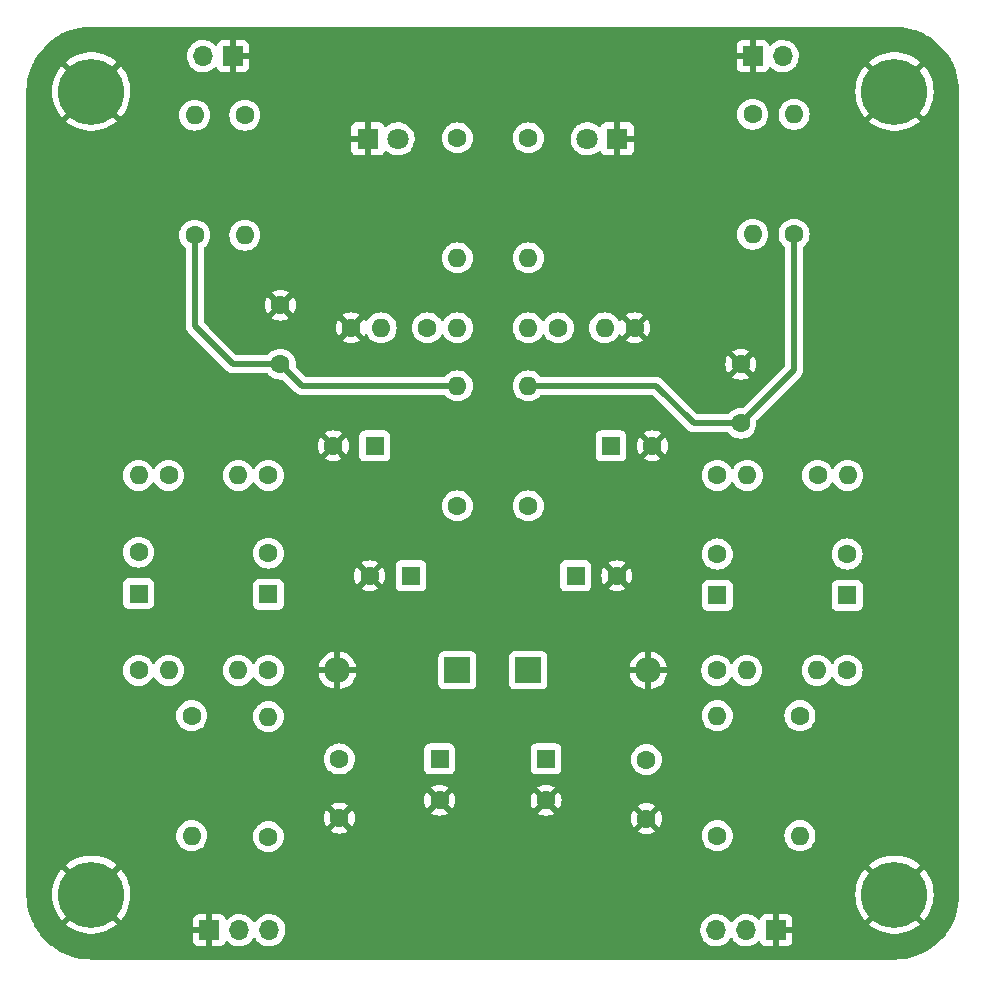
<source format=gbr>
%TF.GenerationSoftware,KiCad,Pcbnew,(6.0.10)*%
%TF.CreationDate,2023-02-25T21:09:21+08:00*%
%TF.ProjectId,LutrarmyMic_PreAmp,4c757472-6172-46d7-994d-69635f507265,rev?*%
%TF.SameCoordinates,Original*%
%TF.FileFunction,Copper,L2,Bot*%
%TF.FilePolarity,Positive*%
%FSLAX46Y46*%
G04 Gerber Fmt 4.6, Leading zero omitted, Abs format (unit mm)*
G04 Created by KiCad (PCBNEW (6.0.10)) date 2023-02-25 21:09:21*
%MOMM*%
%LPD*%
G01*
G04 APERTURE LIST*
%TA.AperFunction,ComponentPad*%
%ADD10C,1.600000*%
%TD*%
%TA.AperFunction,ComponentPad*%
%ADD11O,1.600000X1.600000*%
%TD*%
%TA.AperFunction,ComponentPad*%
%ADD12C,5.600000*%
%TD*%
%TA.AperFunction,ComponentPad*%
%ADD13R,1.600000X1.600000*%
%TD*%
%TA.AperFunction,ComponentPad*%
%ADD14R,1.700000X1.700000*%
%TD*%
%TA.AperFunction,ComponentPad*%
%ADD15O,1.700000X1.700000*%
%TD*%
%TA.AperFunction,ComponentPad*%
%ADD16R,2.200000X2.200000*%
%TD*%
%TA.AperFunction,ComponentPad*%
%ADD17O,2.200000X2.200000*%
%TD*%
%TA.AperFunction,ComponentPad*%
%ADD18R,1.800000X1.800000*%
%TD*%
%TA.AperFunction,ComponentPad*%
%ADD19C,1.800000*%
%TD*%
%TA.AperFunction,Conductor*%
%ADD20C,0.500000*%
%TD*%
G04 APERTURE END LIST*
D10*
%TO.P,R4,1*%
%TO.N,Net-(MK2-Pad2)*%
X144000000Y-67920000D03*
D11*
%TO.P,R4,2*%
%TO.N,GND2*%
X144000000Y-78080000D03*
%TD*%
D10*
%TO.P,R16,1*%
%TO.N,Net-(D4-Pad2)*%
X162000000Y-69840000D03*
D11*
%TO.P,R16,2*%
%TO.N,XLR2_48V*%
X162000000Y-80000000D03*
%TD*%
D12*
%TO.P,H4,1,1*%
%TO.N,Earth*%
X199000000Y-133920000D03*
%TD*%
D13*
%TO.P,C8,1*%
%TO.N,GND2*%
X155000000Y-95920000D03*
D10*
%TO.P,C8,2*%
%TO.N,Earth*%
X151500000Y-95920000D03*
%TD*%
D12*
%TO.P,H3,1,1*%
%TO.N,Earth*%
X199000000Y-65920000D03*
%TD*%
D10*
%TO.P,R10,1*%
%TO.N,Earth*%
X177000000Y-85920000D03*
D11*
%TO.P,R10,2*%
%TO.N,GND1*%
X174460000Y-85920000D03*
%TD*%
D14*
%TO.P,MK2,1,-*%
%TO.N,Earth*%
X143000000Y-62920000D03*
D15*
%TO.P,MK2,2,+*%
%TO.N,Net-(MK2-Pad2)*%
X140460000Y-62920000D03*
%TD*%
D10*
%TO.P,R21,1*%
%TO.N,Net-(C3-Pad1)*%
X191000000Y-118760000D03*
D11*
%TO.P,R21,2*%
%TO.N,Net-(J1-Pad2)*%
X191000000Y-128920000D03*
%TD*%
D10*
%TO.P,R22,1*%
%TO.N,Net-(J1-Pad3)*%
X184000000Y-128920000D03*
D11*
%TO.P,R22,2*%
%TO.N,Net-(C4-Pad1)*%
X184000000Y-118760000D03*
%TD*%
D10*
%TO.P,R17,1*%
%TO.N,Net-(C3-Pad1)*%
X195000000Y-114920000D03*
D11*
%TO.P,R17,2*%
%TO.N,XLR1_48V*%
X192460000Y-114920000D03*
%TD*%
D10*
%TO.P,R15,1*%
%TO.N,Net-(D3-Pad2)*%
X168000000Y-69840000D03*
D11*
%TO.P,R15,2*%
%TO.N,XLR1_48V*%
X168000000Y-80000000D03*
%TD*%
D10*
%TO.P,R18,1*%
%TO.N,Net-(C4-Pad1)*%
X183955000Y-114920000D03*
D11*
%TO.P,R18,2*%
%TO.N,XLR1_48V*%
X186495000Y-114920000D03*
%TD*%
D10*
%TO.P,C13,1*%
%TO.N,XLR1_48V*%
X178000000Y-122478800D03*
%TO.P,C13,2*%
%TO.N,Earth*%
X178000000Y-127478800D03*
%TD*%
%TO.P,R9,1*%
%TO.N,GND1*%
X170540000Y-85920000D03*
D11*
%TO.P,R9,2*%
%TO.N,Net-(C1-Pad1)*%
X168000000Y-85920000D03*
%TD*%
D10*
%TO.P,R2,1*%
%TO.N,Net-(C10-Pad1)*%
X139750000Y-78080000D03*
D11*
%TO.P,R2,2*%
%TO.N,Net-(MK2-Pad2)*%
X139750000Y-67920000D03*
%TD*%
D13*
%TO.P,C5,1*%
%TO.N,Net-(C5-Pad1)*%
X135000000Y-108420000D03*
D10*
%TO.P,C5,2*%
%TO.N,Net-(C5-Pad2)*%
X135000000Y-104920000D03*
%TD*%
%TO.P,R14,1*%
%TO.N,XLR2_48V*%
X162000000Y-101000000D03*
D11*
%TO.P,R14,2*%
%TO.N,Net-(C10-Pad1)*%
X162000000Y-90840000D03*
%TD*%
D16*
%TO.P,D1,1,K*%
%TO.N,XLR1_48V*%
X168000000Y-114920000D03*
D17*
%TO.P,D1,2,A*%
%TO.N,Earth*%
X178160000Y-114920000D03*
%TD*%
D10*
%TO.P,R23,1*%
%TO.N,Net-(C5-Pad1)*%
X139500000Y-118760000D03*
D11*
%TO.P,R23,2*%
%TO.N,Net-(J2-Pad2)*%
X139500000Y-128920000D03*
%TD*%
D10*
%TO.P,R8,1*%
%TO.N,Net-(C6-Pad2)*%
X146000000Y-98420000D03*
D11*
%TO.P,R8,2*%
%TO.N,Net-(R7-Pad1)*%
X143460000Y-98420000D03*
%TD*%
D13*
%TO.P,C9,1*%
%TO.N,Net-(C1-Pad1)*%
X172000000Y-106920000D03*
D10*
%TO.P,C9,2*%
%TO.N,Earth*%
X175500000Y-106920000D03*
%TD*%
D13*
%TO.P,C6,1*%
%TO.N,Net-(C6-Pad1)*%
X146000000Y-108501812D03*
D10*
%TO.P,C6,2*%
%TO.N,Net-(C6-Pad2)*%
X146000000Y-105001812D03*
%TD*%
%TO.P,R19,1*%
%TO.N,Net-(C5-Pad1)*%
X135000000Y-114920000D03*
D11*
%TO.P,R19,2*%
%TO.N,XLR2_48V*%
X137540000Y-114920000D03*
%TD*%
D14*
%TO.P,J1,1*%
%TO.N,Earth*%
X189000000Y-136920000D03*
D15*
%TO.P,J1,2*%
%TO.N,Net-(J1-Pad2)*%
X186460000Y-136920000D03*
%TO.P,J1,3*%
%TO.N,Net-(J1-Pad3)*%
X183920000Y-136920000D03*
%TD*%
D10*
%TO.P,R13,1*%
%TO.N,XLR1_48V*%
X168000000Y-101000000D03*
D11*
%TO.P,R13,2*%
%TO.N,Net-(C1-Pad1)*%
X168000000Y-90840000D03*
%TD*%
D13*
%TO.P,C10,1*%
%TO.N,Net-(C10-Pad1)*%
X158068557Y-106920000D03*
D10*
%TO.P,C10,2*%
%TO.N,Earth*%
X154568557Y-106920000D03*
%TD*%
%TO.P,R7,1*%
%TO.N,Net-(R7-Pad1)*%
X137540000Y-98420000D03*
D11*
%TO.P,R7,2*%
%TO.N,Net-(C5-Pad2)*%
X135000000Y-98420000D03*
%TD*%
D13*
%TO.P,C4,1*%
%TO.N,Net-(C4-Pad1)*%
X184000000Y-108572651D03*
D10*
%TO.P,C4,2*%
%TO.N,Net-(C4-Pad2)*%
X184000000Y-105072651D03*
%TD*%
D12*
%TO.P,H1,1,1*%
%TO.N,Earth*%
X131000000Y-65920000D03*
%TD*%
D10*
%TO.P,R11,1*%
%TO.N,GND2*%
X159460000Y-85920000D03*
D11*
%TO.P,R11,2*%
%TO.N,Net-(C10-Pad1)*%
X162000000Y-85920000D03*
%TD*%
D16*
%TO.P,D2,1,K*%
%TO.N,XLR2_48V*%
X162000000Y-114920000D03*
D17*
%TO.P,D2,2,A*%
%TO.N,Earth*%
X151840000Y-114920000D03*
%TD*%
D10*
%TO.P,C14,1*%
%TO.N,XLR2_48V*%
X152000000Y-122428000D03*
%TO.P,C14,2*%
%TO.N,Earth*%
X152000000Y-127428000D03*
%TD*%
%TO.P,R24,1*%
%TO.N,Net-(J2-Pad3)*%
X146000000Y-129000000D03*
D11*
%TO.P,R24,2*%
%TO.N,Net-(C6-Pad1)*%
X146000000Y-118840000D03*
%TD*%
D18*
%TO.P,D3,1,K*%
%TO.N,Earth*%
X175540000Y-69920000D03*
D19*
%TO.P,D3,2,A*%
%TO.N,Net-(D3-Pad2)*%
X173000000Y-69920000D03*
%TD*%
D10*
%TO.P,R5,1*%
%TO.N,Net-(R5-Pad1)*%
X192500000Y-98420000D03*
D11*
%TO.P,R5,2*%
%TO.N,Net-(C3-Pad2)*%
X195040000Y-98420000D03*
%TD*%
D10*
%TO.P,R3,1*%
%TO.N,Net-(MK1-Pad2)*%
X187000000Y-67840000D03*
D11*
%TO.P,R3,2*%
%TO.N,GND1*%
X187000000Y-78000000D03*
%TD*%
D13*
%TO.P,C3,1*%
%TO.N,Net-(C3-Pad1)*%
X195000000Y-108572651D03*
D10*
%TO.P,C3,2*%
%TO.N,Net-(C3-Pad2)*%
X195000000Y-105072651D03*
%TD*%
D18*
%TO.P,D4,1,K*%
%TO.N,Earth*%
X154420000Y-69920000D03*
D19*
%TO.P,D4,2,A*%
%TO.N,Net-(D4-Pad2)*%
X156960000Y-69920000D03*
%TD*%
D13*
%TO.P,C12,1*%
%TO.N,XLR2_48V*%
X160500000Y-122420000D03*
D10*
%TO.P,C12,2*%
%TO.N,Earth*%
X160500000Y-125920000D03*
%TD*%
D13*
%TO.P,C7,1*%
%TO.N,GND1*%
X175000000Y-95920000D03*
D10*
%TO.P,C7,2*%
%TO.N,Earth*%
X178500000Y-95920000D03*
%TD*%
%TO.P,R6,1*%
%TO.N,Net-(C4-Pad2)*%
X184000000Y-98420000D03*
D11*
%TO.P,R6,2*%
%TO.N,Net-(R5-Pad1)*%
X186540000Y-98420000D03*
%TD*%
D10*
%TO.P,C1,1*%
%TO.N,Net-(C1-Pad1)*%
X186000000Y-94000000D03*
%TO.P,C1,2*%
%TO.N,Earth*%
X186000000Y-89000000D03*
%TD*%
%TO.P,R12,1*%
%TO.N,Earth*%
X153000000Y-85920000D03*
D11*
%TO.P,R12,2*%
%TO.N,GND2*%
X155540000Y-85920000D03*
%TD*%
D14*
%TO.P,MK1,1,-*%
%TO.N,Earth*%
X187000000Y-62920000D03*
D15*
%TO.P,MK1,2,+*%
%TO.N,Net-(MK1-Pad2)*%
X189540000Y-62920000D03*
%TD*%
D12*
%TO.P,H2,1,1*%
%TO.N,Earth*%
X131000000Y-133920000D03*
%TD*%
D14*
%TO.P,J2,1*%
%TO.N,Earth*%
X141000000Y-136920000D03*
D15*
%TO.P,J2,2*%
%TO.N,Net-(J2-Pad2)*%
X143540000Y-136920000D03*
%TO.P,J2,3*%
%TO.N,Net-(J2-Pad3)*%
X146080000Y-136920000D03*
%TD*%
D10*
%TO.P,R20,1*%
%TO.N,Net-(C6-Pad1)*%
X146000000Y-114920000D03*
D11*
%TO.P,R20,2*%
%TO.N,XLR2_48V*%
X143460000Y-114920000D03*
%TD*%
D10*
%TO.P,R1,1*%
%TO.N,Net-(C1-Pad1)*%
X190500000Y-78000000D03*
D11*
%TO.P,R1,2*%
%TO.N,Net-(MK1-Pad2)*%
X190500000Y-67840000D03*
%TD*%
D13*
%TO.P,C11,1*%
%TO.N,XLR1_48V*%
X169500000Y-122420000D03*
D10*
%TO.P,C11,2*%
%TO.N,Earth*%
X169500000Y-125920000D03*
%TD*%
%TO.P,C2,1*%
%TO.N,Net-(C10-Pad1)*%
X147000000Y-89000000D03*
%TO.P,C2,2*%
%TO.N,Earth*%
X147000000Y-84000000D03*
%TD*%
D20*
%TO.N,Net-(C1-Pad1)*%
X190500000Y-89500000D02*
X190500000Y-78000000D01*
X168000000Y-90840000D02*
X178840000Y-90840000D01*
X186000000Y-94000000D02*
X190500000Y-89500000D01*
X178840000Y-90840000D02*
X182000000Y-94000000D01*
X182000000Y-94000000D02*
X186000000Y-94000000D01*
%TO.N,Net-(C10-Pad1)*%
X147000000Y-89000000D02*
X143000000Y-89000000D01*
X147000000Y-89000000D02*
X148840000Y-90840000D01*
X139750000Y-85750000D02*
X139750000Y-78080000D01*
X143000000Y-89000000D02*
X139750000Y-85750000D01*
X148840000Y-90840000D02*
X162000000Y-90840000D01*
%TD*%
%TA.AperFunction,Conductor*%
%TO.N,Earth*%
G36*
X198970018Y-60430000D02*
G01*
X198984851Y-60432310D01*
X198984855Y-60432310D01*
X198993724Y-60433691D01*
X199014664Y-60430953D01*
X199036202Y-60429997D01*
X199224026Y-60437766D01*
X199448278Y-60447041D01*
X199458656Y-60447901D01*
X199734674Y-60482307D01*
X199898702Y-60502753D01*
X199908967Y-60504465D01*
X200072054Y-60538661D01*
X200342976Y-60595467D01*
X200353072Y-60598023D01*
X200778101Y-60724561D01*
X200787938Y-60727938D01*
X201201081Y-60889147D01*
X201210581Y-60893314D01*
X201608983Y-61088081D01*
X201618141Y-61093037D01*
X201999085Y-61320030D01*
X202007804Y-61325726D01*
X202368705Y-61583405D01*
X202376923Y-61589801D01*
X202715326Y-61876413D01*
X202722987Y-61883467D01*
X203036533Y-62197013D01*
X203043587Y-62204674D01*
X203330199Y-62543077D01*
X203336595Y-62551295D01*
X203594274Y-62912196D01*
X203599970Y-62920915D01*
X203758849Y-63187548D01*
X203826963Y-63301859D01*
X203831918Y-63311015D01*
X203938890Y-63529829D01*
X204026682Y-63709411D01*
X204030853Y-63718919D01*
X204192062Y-64132062D01*
X204195439Y-64141899D01*
X204321977Y-64566928D01*
X204324533Y-64577024D01*
X204415534Y-65011030D01*
X204417248Y-65021302D01*
X204472099Y-65461344D01*
X204472959Y-65471722D01*
X204489694Y-65876335D01*
X204488302Y-65900920D01*
X204486309Y-65913724D01*
X204487473Y-65922626D01*
X204487473Y-65922628D01*
X204490436Y-65945283D01*
X204491500Y-65961621D01*
X204491500Y-133870633D01*
X204490000Y-133890018D01*
X204487690Y-133904851D01*
X204487690Y-133904855D01*
X204486309Y-133913724D01*
X204488805Y-133932810D01*
X204489047Y-133934659D01*
X204490003Y-133956205D01*
X204472959Y-134368278D01*
X204472099Y-134378656D01*
X204417248Y-134818698D01*
X204415534Y-134828970D01*
X204324533Y-135262976D01*
X204321977Y-135273072D01*
X204195439Y-135698101D01*
X204192062Y-135707938D01*
X204030853Y-136121081D01*
X204026686Y-136130581D01*
X203857843Y-136475954D01*
X203831919Y-136528983D01*
X203826964Y-136538139D01*
X203757176Y-136655259D01*
X203599970Y-136919085D01*
X203594274Y-136927804D01*
X203336595Y-137288705D01*
X203330199Y-137296923D01*
X203043587Y-137635326D01*
X203036533Y-137642987D01*
X202722987Y-137956533D01*
X202715326Y-137963587D01*
X202376923Y-138250199D01*
X202368705Y-138256595D01*
X202007804Y-138514274D01*
X201999085Y-138519970D01*
X201618141Y-138746963D01*
X201608985Y-138751918D01*
X201210581Y-138946686D01*
X201201081Y-138950853D01*
X200787938Y-139112062D01*
X200778101Y-139115439D01*
X200353072Y-139241977D01*
X200342975Y-139244533D01*
X199908967Y-139335535D01*
X199898702Y-139337247D01*
X199734674Y-139357693D01*
X199458656Y-139392099D01*
X199448278Y-139392959D01*
X199270676Y-139400305D01*
X199043661Y-139409694D01*
X199019080Y-139408302D01*
X199006276Y-139406309D01*
X198997374Y-139407473D01*
X198997372Y-139407473D01*
X198982323Y-139409441D01*
X198974714Y-139410436D01*
X198958379Y-139411500D01*
X131049367Y-139411500D01*
X131029982Y-139410000D01*
X131015149Y-139407690D01*
X131015145Y-139407690D01*
X131006276Y-139406309D01*
X130985336Y-139409047D01*
X130963798Y-139410003D01*
X130775974Y-139402234D01*
X130551722Y-139392959D01*
X130541344Y-139392099D01*
X130265326Y-139357693D01*
X130101298Y-139337247D01*
X130091033Y-139335535D01*
X129657025Y-139244533D01*
X129646928Y-139241977D01*
X129221899Y-139115439D01*
X129212062Y-139112062D01*
X128798919Y-138950853D01*
X128789419Y-138946686D01*
X128391015Y-138751918D01*
X128381859Y-138746963D01*
X128000915Y-138519970D01*
X127992196Y-138514274D01*
X127631295Y-138256595D01*
X127623077Y-138250199D01*
X127284674Y-137963587D01*
X127277013Y-137956533D01*
X127135149Y-137814669D01*
X139642001Y-137814669D01*
X139642371Y-137821490D01*
X139647895Y-137872352D01*
X139651521Y-137887604D01*
X139696676Y-138008054D01*
X139705214Y-138023649D01*
X139781715Y-138125724D01*
X139794276Y-138138285D01*
X139896351Y-138214786D01*
X139911946Y-138223324D01*
X140032394Y-138268478D01*
X140047649Y-138272105D01*
X140098514Y-138277631D01*
X140105328Y-138278000D01*
X140727885Y-138278000D01*
X140743124Y-138273525D01*
X140744329Y-138272135D01*
X140746000Y-138264452D01*
X140746000Y-138259884D01*
X141254000Y-138259884D01*
X141258475Y-138275123D01*
X141259865Y-138276328D01*
X141267548Y-138277999D01*
X141894669Y-138277999D01*
X141901490Y-138277629D01*
X141952352Y-138272105D01*
X141967604Y-138268479D01*
X142088054Y-138223324D01*
X142103649Y-138214786D01*
X142205724Y-138138285D01*
X142218285Y-138125724D01*
X142294786Y-138023649D01*
X142303324Y-138008054D01*
X142344225Y-137898952D01*
X142386867Y-137842188D01*
X142453428Y-137817488D01*
X142522777Y-137832696D01*
X142557444Y-137860684D01*
X142582865Y-137890031D01*
X142582869Y-137890035D01*
X142586250Y-137893938D01*
X142758126Y-138036632D01*
X142951000Y-138149338D01*
X143159692Y-138229030D01*
X143164760Y-138230061D01*
X143164763Y-138230062D01*
X143263740Y-138250199D01*
X143378597Y-138273567D01*
X143383772Y-138273757D01*
X143383774Y-138273757D01*
X143596673Y-138281564D01*
X143596677Y-138281564D01*
X143601837Y-138281753D01*
X143606957Y-138281097D01*
X143606959Y-138281097D01*
X143818288Y-138254025D01*
X143818289Y-138254025D01*
X143823416Y-138253368D01*
X143833979Y-138250199D01*
X144032429Y-138190661D01*
X144032434Y-138190659D01*
X144037384Y-138189174D01*
X144237994Y-138090896D01*
X144419860Y-137961173D01*
X144578096Y-137803489D01*
X144637594Y-137720689D01*
X144708453Y-137622077D01*
X144709776Y-137623028D01*
X144756645Y-137579857D01*
X144826580Y-137567625D01*
X144892026Y-137595144D01*
X144919875Y-137626994D01*
X144979987Y-137725088D01*
X145126250Y-137893938D01*
X145298126Y-138036632D01*
X145491000Y-138149338D01*
X145699692Y-138229030D01*
X145704760Y-138230061D01*
X145704763Y-138230062D01*
X145803740Y-138250199D01*
X145918597Y-138273567D01*
X145923772Y-138273757D01*
X145923774Y-138273757D01*
X146136673Y-138281564D01*
X146136677Y-138281564D01*
X146141837Y-138281753D01*
X146146957Y-138281097D01*
X146146959Y-138281097D01*
X146358288Y-138254025D01*
X146358289Y-138254025D01*
X146363416Y-138253368D01*
X146373979Y-138250199D01*
X146572429Y-138190661D01*
X146572434Y-138190659D01*
X146577384Y-138189174D01*
X146777994Y-138090896D01*
X146959860Y-137961173D01*
X147118096Y-137803489D01*
X147177594Y-137720689D01*
X147245435Y-137626277D01*
X147248453Y-137622077D01*
X147269320Y-137579857D01*
X147345136Y-137426453D01*
X147345137Y-137426451D01*
X147347430Y-137421811D01*
X147412370Y-137208069D01*
X147441529Y-136986590D01*
X147441611Y-136983240D01*
X147443074Y-136923365D01*
X147443074Y-136923361D01*
X147443156Y-136920000D01*
X147440418Y-136886695D01*
X182557251Y-136886695D01*
X182557548Y-136891848D01*
X182557548Y-136891851D01*
X182563011Y-136986590D01*
X182570110Y-137109715D01*
X182571247Y-137114761D01*
X182571248Y-137114767D01*
X182585606Y-137178475D01*
X182619222Y-137327639D01*
X182703266Y-137534616D01*
X182754019Y-137617438D01*
X182817291Y-137720688D01*
X182819987Y-137725088D01*
X182966250Y-137893938D01*
X183138126Y-138036632D01*
X183331000Y-138149338D01*
X183539692Y-138229030D01*
X183544760Y-138230061D01*
X183544763Y-138230062D01*
X183643740Y-138250199D01*
X183758597Y-138273567D01*
X183763772Y-138273757D01*
X183763774Y-138273757D01*
X183976673Y-138281564D01*
X183976677Y-138281564D01*
X183981837Y-138281753D01*
X183986957Y-138281097D01*
X183986959Y-138281097D01*
X184198288Y-138254025D01*
X184198289Y-138254025D01*
X184203416Y-138253368D01*
X184213979Y-138250199D01*
X184412429Y-138190661D01*
X184412434Y-138190659D01*
X184417384Y-138189174D01*
X184617994Y-138090896D01*
X184799860Y-137961173D01*
X184958096Y-137803489D01*
X185017594Y-137720689D01*
X185088453Y-137622077D01*
X185089776Y-137623028D01*
X185136645Y-137579857D01*
X185206580Y-137567625D01*
X185272026Y-137595144D01*
X185299875Y-137626994D01*
X185359987Y-137725088D01*
X185506250Y-137893938D01*
X185678126Y-138036632D01*
X185871000Y-138149338D01*
X186079692Y-138229030D01*
X186084760Y-138230061D01*
X186084763Y-138230062D01*
X186183740Y-138250199D01*
X186298597Y-138273567D01*
X186303772Y-138273757D01*
X186303774Y-138273757D01*
X186516673Y-138281564D01*
X186516677Y-138281564D01*
X186521837Y-138281753D01*
X186526957Y-138281097D01*
X186526959Y-138281097D01*
X186738288Y-138254025D01*
X186738289Y-138254025D01*
X186743416Y-138253368D01*
X186753979Y-138250199D01*
X186952429Y-138190661D01*
X186952434Y-138190659D01*
X186957384Y-138189174D01*
X187157994Y-138090896D01*
X187339860Y-137961173D01*
X187407331Y-137893938D01*
X187448479Y-137852933D01*
X187510851Y-137819017D01*
X187581658Y-137824205D01*
X187638419Y-137866851D01*
X187655401Y-137897954D01*
X187696676Y-138008054D01*
X187705214Y-138023649D01*
X187781715Y-138125724D01*
X187794276Y-138138285D01*
X187896351Y-138214786D01*
X187911946Y-138223324D01*
X188032394Y-138268478D01*
X188047649Y-138272105D01*
X188098514Y-138277631D01*
X188105328Y-138278000D01*
X188727885Y-138278000D01*
X188743124Y-138273525D01*
X188744329Y-138272135D01*
X188746000Y-138264452D01*
X188746000Y-138259884D01*
X189254000Y-138259884D01*
X189258475Y-138275123D01*
X189259865Y-138276328D01*
X189267548Y-138277999D01*
X189894669Y-138277999D01*
X189901490Y-138277629D01*
X189952352Y-138272105D01*
X189967604Y-138268479D01*
X190088054Y-138223324D01*
X190103649Y-138214786D01*
X190205724Y-138138285D01*
X190218285Y-138125724D01*
X190294786Y-138023649D01*
X190303324Y-138008054D01*
X190348478Y-137887606D01*
X190352105Y-137872351D01*
X190357631Y-137821486D01*
X190358000Y-137814672D01*
X190358000Y-137192115D01*
X190353525Y-137176876D01*
X190352135Y-137175671D01*
X190344452Y-137174000D01*
X189272115Y-137174000D01*
X189256876Y-137178475D01*
X189255671Y-137179865D01*
X189254000Y-137187548D01*
X189254000Y-138259884D01*
X188746000Y-138259884D01*
X188746000Y-136647885D01*
X189254000Y-136647885D01*
X189258475Y-136663124D01*
X189259865Y-136664329D01*
X189267548Y-136666000D01*
X190339884Y-136666000D01*
X190355123Y-136661525D01*
X190356328Y-136660135D01*
X190357999Y-136652452D01*
X190357999Y-136436381D01*
X196849160Y-136436381D01*
X196849237Y-136437470D01*
X196851698Y-136441206D01*
X197125632Y-136651404D01*
X197131262Y-136655259D01*
X197431591Y-136837862D01*
X197437593Y-136841080D01*
X197755897Y-136990184D01*
X197762202Y-136992732D01*
X198094743Y-137106587D01*
X198101313Y-137108446D01*
X198444183Y-137185714D01*
X198450912Y-137186853D01*
X198800143Y-137226643D01*
X198806933Y-137227046D01*
X199158419Y-137228886D01*
X199165220Y-137228554D01*
X199514853Y-137192423D01*
X199521581Y-137191357D01*
X199865274Y-137117676D01*
X199871822Y-137115897D01*
X200205549Y-137005527D01*
X200211891Y-137003041D01*
X200531718Y-136857288D01*
X200537777Y-136854121D01*
X200839995Y-136674676D01*
X200845659Y-136670884D01*
X201126732Y-136459849D01*
X201131958Y-136455464D01*
X201141613Y-136446428D01*
X201149682Y-136432750D01*
X201149654Y-136432024D01*
X201144512Y-136423723D01*
X199012810Y-134292020D01*
X198998869Y-134284408D01*
X198997034Y-134284539D01*
X198990420Y-134288790D01*
X196856774Y-136422437D01*
X196849160Y-136436381D01*
X190357999Y-136436381D01*
X190357999Y-136025331D01*
X190357629Y-136018510D01*
X190352105Y-135967648D01*
X190348479Y-135952396D01*
X190303324Y-135831946D01*
X190294786Y-135816351D01*
X190218285Y-135714276D01*
X190205724Y-135701715D01*
X190103649Y-135625214D01*
X190088054Y-135616676D01*
X189967606Y-135571522D01*
X189952351Y-135567895D01*
X189901486Y-135562369D01*
X189894672Y-135562000D01*
X189272115Y-135562000D01*
X189256876Y-135566475D01*
X189255671Y-135567865D01*
X189254000Y-135575548D01*
X189254000Y-136647885D01*
X188746000Y-136647885D01*
X188746000Y-135580116D01*
X188741525Y-135564877D01*
X188740135Y-135563672D01*
X188732452Y-135562001D01*
X188105331Y-135562001D01*
X188098510Y-135562371D01*
X188047648Y-135567895D01*
X188032396Y-135571521D01*
X187911946Y-135616676D01*
X187896351Y-135625214D01*
X187794276Y-135701715D01*
X187781715Y-135714276D01*
X187705214Y-135816351D01*
X187696676Y-135831946D01*
X187655297Y-135942322D01*
X187612655Y-135999087D01*
X187546093Y-136023786D01*
X187476744Y-136008578D01*
X187444121Y-135982891D01*
X187393151Y-135926876D01*
X187393145Y-135926870D01*
X187389670Y-135923051D01*
X187385619Y-135919852D01*
X187385615Y-135919848D01*
X187218414Y-135787800D01*
X187218410Y-135787798D01*
X187214359Y-135784598D01*
X187018789Y-135676638D01*
X187013920Y-135674914D01*
X187013916Y-135674912D01*
X186813087Y-135603795D01*
X186813083Y-135603794D01*
X186808212Y-135602069D01*
X186803119Y-135601162D01*
X186803116Y-135601161D01*
X186593373Y-135563800D01*
X186593367Y-135563799D01*
X186588284Y-135562894D01*
X186514452Y-135561992D01*
X186370081Y-135560228D01*
X186370079Y-135560228D01*
X186364911Y-135560165D01*
X186144091Y-135593955D01*
X185931756Y-135663357D01*
X185733607Y-135766507D01*
X185729474Y-135769610D01*
X185729471Y-135769612D01*
X185646450Y-135831946D01*
X185554965Y-135900635D01*
X185400629Y-136062138D01*
X185293201Y-136219621D01*
X185238293Y-136264621D01*
X185167768Y-136272792D01*
X185104021Y-136241538D01*
X185083324Y-136217054D01*
X185002822Y-136092617D01*
X185002820Y-136092614D01*
X185000014Y-136088277D01*
X184849670Y-135923051D01*
X184845619Y-135919852D01*
X184845615Y-135919848D01*
X184678414Y-135787800D01*
X184678410Y-135787798D01*
X184674359Y-135784598D01*
X184478789Y-135676638D01*
X184473920Y-135674914D01*
X184473916Y-135674912D01*
X184273087Y-135603795D01*
X184273083Y-135603794D01*
X184268212Y-135602069D01*
X184263119Y-135601162D01*
X184263116Y-135601161D01*
X184053373Y-135563800D01*
X184053367Y-135563799D01*
X184048284Y-135562894D01*
X183974452Y-135561992D01*
X183830081Y-135560228D01*
X183830079Y-135560228D01*
X183824911Y-135560165D01*
X183604091Y-135593955D01*
X183391756Y-135663357D01*
X183193607Y-135766507D01*
X183189474Y-135769610D01*
X183189471Y-135769612D01*
X183106450Y-135831946D01*
X183014965Y-135900635D01*
X182860629Y-136062138D01*
X182734743Y-136246680D01*
X182687716Y-136347992D01*
X182646182Y-136437470D01*
X182640688Y-136449305D01*
X182580989Y-136664570D01*
X182557251Y-136886695D01*
X147440418Y-136886695D01*
X147424852Y-136697361D01*
X147370431Y-136480702D01*
X147281354Y-136275840D01*
X147160014Y-136088277D01*
X147009670Y-135923051D01*
X147005619Y-135919852D01*
X147005615Y-135919848D01*
X146838414Y-135787800D01*
X146838410Y-135787798D01*
X146834359Y-135784598D01*
X146638789Y-135676638D01*
X146633920Y-135674914D01*
X146633916Y-135674912D01*
X146433087Y-135603795D01*
X146433083Y-135603794D01*
X146428212Y-135602069D01*
X146423119Y-135601162D01*
X146423116Y-135601161D01*
X146213373Y-135563800D01*
X146213367Y-135563799D01*
X146208284Y-135562894D01*
X146134452Y-135561992D01*
X145990081Y-135560228D01*
X145990079Y-135560228D01*
X145984911Y-135560165D01*
X145764091Y-135593955D01*
X145551756Y-135663357D01*
X145353607Y-135766507D01*
X145349474Y-135769610D01*
X145349471Y-135769612D01*
X145266450Y-135831946D01*
X145174965Y-135900635D01*
X145020629Y-136062138D01*
X144913201Y-136219621D01*
X144858293Y-136264621D01*
X144787768Y-136272792D01*
X144724021Y-136241538D01*
X144703324Y-136217054D01*
X144622822Y-136092617D01*
X144622820Y-136092614D01*
X144620014Y-136088277D01*
X144469670Y-135923051D01*
X144465619Y-135919852D01*
X144465615Y-135919848D01*
X144298414Y-135787800D01*
X144298410Y-135787798D01*
X144294359Y-135784598D01*
X144098789Y-135676638D01*
X144093920Y-135674914D01*
X144093916Y-135674912D01*
X143893087Y-135603795D01*
X143893083Y-135603794D01*
X143888212Y-135602069D01*
X143883119Y-135601162D01*
X143883116Y-135601161D01*
X143673373Y-135563800D01*
X143673367Y-135563799D01*
X143668284Y-135562894D01*
X143594452Y-135561992D01*
X143450081Y-135560228D01*
X143450079Y-135560228D01*
X143444911Y-135560165D01*
X143224091Y-135593955D01*
X143011756Y-135663357D01*
X142813607Y-135766507D01*
X142809474Y-135769610D01*
X142809471Y-135769612D01*
X142726450Y-135831946D01*
X142634965Y-135900635D01*
X142631393Y-135904373D01*
X142553898Y-135985466D01*
X142492374Y-136020895D01*
X142421462Y-136017438D01*
X142363676Y-135976192D01*
X142344823Y-135942644D01*
X142303324Y-135831946D01*
X142294786Y-135816351D01*
X142218285Y-135714276D01*
X142205724Y-135701715D01*
X142103649Y-135625214D01*
X142088054Y-135616676D01*
X141967606Y-135571522D01*
X141952351Y-135567895D01*
X141901486Y-135562369D01*
X141894672Y-135562000D01*
X141272115Y-135562000D01*
X141256876Y-135566475D01*
X141255671Y-135567865D01*
X141254000Y-135575548D01*
X141254000Y-138259884D01*
X140746000Y-138259884D01*
X140746000Y-137192115D01*
X140741525Y-137176876D01*
X140740135Y-137175671D01*
X140732452Y-137174000D01*
X139660116Y-137174000D01*
X139644877Y-137178475D01*
X139643672Y-137179865D01*
X139642001Y-137187548D01*
X139642001Y-137814669D01*
X127135149Y-137814669D01*
X126963467Y-137642987D01*
X126956413Y-137635326D01*
X126669801Y-137296923D01*
X126663405Y-137288705D01*
X126405726Y-136927804D01*
X126400030Y-136919085D01*
X126242824Y-136655259D01*
X126173036Y-136538139D01*
X126168081Y-136528983D01*
X126142157Y-136475954D01*
X126122811Y-136436381D01*
X128849160Y-136436381D01*
X128849237Y-136437470D01*
X128851698Y-136441206D01*
X129125632Y-136651404D01*
X129131262Y-136655259D01*
X129431591Y-136837862D01*
X129437593Y-136841080D01*
X129755897Y-136990184D01*
X129762202Y-136992732D01*
X130094743Y-137106587D01*
X130101313Y-137108446D01*
X130444183Y-137185714D01*
X130450912Y-137186853D01*
X130800143Y-137226643D01*
X130806933Y-137227046D01*
X131158419Y-137228886D01*
X131165220Y-137228554D01*
X131514853Y-137192423D01*
X131521581Y-137191357D01*
X131865274Y-137117676D01*
X131871822Y-137115897D01*
X132205549Y-137005527D01*
X132211891Y-137003041D01*
X132531718Y-136857288D01*
X132537777Y-136854121D01*
X132839995Y-136674676D01*
X132845659Y-136670884D01*
X132876291Y-136647885D01*
X139642000Y-136647885D01*
X139646475Y-136663124D01*
X139647865Y-136664329D01*
X139655548Y-136666000D01*
X140727885Y-136666000D01*
X140743124Y-136661525D01*
X140744329Y-136660135D01*
X140746000Y-136652452D01*
X140746000Y-135580116D01*
X140741525Y-135564877D01*
X140740135Y-135563672D01*
X140732452Y-135562001D01*
X140105331Y-135562001D01*
X140098510Y-135562371D01*
X140047648Y-135567895D01*
X140032396Y-135571521D01*
X139911946Y-135616676D01*
X139896351Y-135625214D01*
X139794276Y-135701715D01*
X139781715Y-135714276D01*
X139705214Y-135816351D01*
X139696676Y-135831946D01*
X139651522Y-135952394D01*
X139647895Y-135967649D01*
X139642369Y-136018514D01*
X139642000Y-136025328D01*
X139642000Y-136647885D01*
X132876291Y-136647885D01*
X133126732Y-136459849D01*
X133131958Y-136455464D01*
X133141613Y-136446428D01*
X133149682Y-136432750D01*
X133149654Y-136432024D01*
X133144512Y-136423723D01*
X131012810Y-134292020D01*
X130998869Y-134284408D01*
X130997034Y-134284539D01*
X130990420Y-134288790D01*
X128856774Y-136422437D01*
X128849160Y-136436381D01*
X126122811Y-136436381D01*
X125973314Y-136130581D01*
X125969147Y-136121081D01*
X125807938Y-135707938D01*
X125804561Y-135698101D01*
X125678023Y-135273072D01*
X125675467Y-135262976D01*
X125584466Y-134828970D01*
X125582752Y-134818698D01*
X125527901Y-134378656D01*
X125527041Y-134368278D01*
X125510462Y-133967439D01*
X125512100Y-133941329D01*
X125512769Y-133937351D01*
X125512770Y-133937345D01*
X125513576Y-133932552D01*
X125513729Y-133920000D01*
X125512559Y-133911832D01*
X127687333Y-133911832D01*
X127705117Y-134262893D01*
X127705827Y-134269649D01*
X127761420Y-134616723D01*
X127762859Y-134623378D01*
X127855608Y-134962410D01*
X127857757Y-134968871D01*
X127986581Y-135295912D01*
X127989412Y-135302095D01*
X128152803Y-135613310D01*
X128156286Y-135619152D01*
X128352330Y-135910896D01*
X128356433Y-135916340D01*
X128476425Y-136058836D01*
X128489164Y-136067279D01*
X128499608Y-136061181D01*
X130627980Y-133932810D01*
X130634357Y-133921131D01*
X131364408Y-133921131D01*
X131364539Y-133922966D01*
X131368790Y-133929580D01*
X133499009Y-136059798D01*
X133512605Y-136067223D01*
X133522218Y-136060522D01*
X133622518Y-135943912D01*
X133626676Y-135938514D01*
X133825762Y-135648840D01*
X133829310Y-135643029D01*
X133995942Y-135333559D01*
X133998849Y-135327381D01*
X134131090Y-135001713D01*
X134133304Y-134995283D01*
X134229598Y-134657237D01*
X134231105Y-134650607D01*
X134290332Y-134304118D01*
X134291112Y-134297378D01*
X134312668Y-133944925D01*
X134312784Y-133941323D01*
X134312853Y-133921819D01*
X134312761Y-133918194D01*
X134312416Y-133911832D01*
X195687333Y-133911832D01*
X195705117Y-134262893D01*
X195705827Y-134269649D01*
X195761420Y-134616723D01*
X195762859Y-134623378D01*
X195855608Y-134962410D01*
X195857757Y-134968871D01*
X195986581Y-135295912D01*
X195989412Y-135302095D01*
X196152803Y-135613310D01*
X196156286Y-135619152D01*
X196352330Y-135910896D01*
X196356433Y-135916340D01*
X196476425Y-136058836D01*
X196489164Y-136067279D01*
X196499608Y-136061181D01*
X198627980Y-133932810D01*
X198634357Y-133921131D01*
X199364408Y-133921131D01*
X199364539Y-133922966D01*
X199368790Y-133929580D01*
X201499009Y-136059798D01*
X201512605Y-136067223D01*
X201522218Y-136060522D01*
X201622518Y-135943912D01*
X201626676Y-135938514D01*
X201825762Y-135648840D01*
X201829310Y-135643029D01*
X201995942Y-135333559D01*
X201998849Y-135327381D01*
X202131090Y-135001713D01*
X202133304Y-134995283D01*
X202229598Y-134657237D01*
X202231105Y-134650607D01*
X202290332Y-134304118D01*
X202291112Y-134297378D01*
X202312668Y-133944925D01*
X202312784Y-133941323D01*
X202312853Y-133921819D01*
X202312761Y-133918194D01*
X202293666Y-133565615D01*
X202292931Y-133558849D01*
X202236130Y-133211985D01*
X202234663Y-133205313D01*
X202140736Y-132866627D01*
X202138562Y-132860163D01*
X202008598Y-132533578D01*
X202005742Y-132527398D01*
X201841269Y-132216763D01*
X201837769Y-132210937D01*
X201640697Y-131919862D01*
X201636590Y-131914453D01*
X201523565Y-131781179D01*
X201510740Y-131772743D01*
X201500416Y-131778795D01*
X199372020Y-133907190D01*
X199364408Y-133921131D01*
X198634357Y-133921131D01*
X198635592Y-133918869D01*
X198635461Y-133917034D01*
X198631210Y-133910420D01*
X196500992Y-131780203D01*
X196487455Y-131772811D01*
X196477753Y-131779599D01*
X196370430Y-131905257D01*
X196366296Y-131910664D01*
X196168215Y-132201041D01*
X196164697Y-132206851D01*
X195999134Y-132516922D01*
X195996259Y-132523087D01*
X195865155Y-132849218D01*
X195862962Y-132855658D01*
X195767846Y-133194044D01*
X195766363Y-133200679D01*
X195708350Y-133547354D01*
X195707591Y-133554126D01*
X195687357Y-133905037D01*
X195687333Y-133911832D01*
X134312416Y-133911832D01*
X134293666Y-133565615D01*
X134292931Y-133558849D01*
X134236130Y-133211985D01*
X134234663Y-133205313D01*
X134140736Y-132866627D01*
X134138562Y-132860163D01*
X134008598Y-132533578D01*
X134005742Y-132527398D01*
X133841269Y-132216763D01*
X133837769Y-132210937D01*
X133640697Y-131919862D01*
X133636590Y-131914453D01*
X133523565Y-131781179D01*
X133510740Y-131772743D01*
X133500416Y-131778795D01*
X131372020Y-133907190D01*
X131364408Y-133921131D01*
X130634357Y-133921131D01*
X130635592Y-133918869D01*
X130635461Y-133917034D01*
X130631210Y-133910420D01*
X128500992Y-131780203D01*
X128487455Y-131772811D01*
X128477753Y-131779599D01*
X128370430Y-131905257D01*
X128366296Y-131910664D01*
X128168215Y-132201041D01*
X128164697Y-132206851D01*
X127999134Y-132516922D01*
X127996259Y-132523087D01*
X127865155Y-132849218D01*
X127862962Y-132855658D01*
X127767846Y-133194044D01*
X127766363Y-133200679D01*
X127708350Y-133547354D01*
X127707591Y-133554126D01*
X127687357Y-133905037D01*
X127687333Y-133911832D01*
X125512559Y-133911832D01*
X125509773Y-133892376D01*
X125508500Y-133874514D01*
X125508500Y-131406862D01*
X128849950Y-131406862D01*
X128849986Y-131407704D01*
X128855037Y-131415826D01*
X130987190Y-133547980D01*
X131001131Y-133555592D01*
X131002966Y-133555461D01*
X131009580Y-133551210D01*
X133142798Y-131417991D01*
X133148875Y-131406862D01*
X196849950Y-131406862D01*
X196849986Y-131407704D01*
X196855037Y-131415826D01*
X198987190Y-133547980D01*
X199001131Y-133555592D01*
X199002966Y-133555461D01*
X199009580Y-133551210D01*
X201142798Y-131417991D01*
X201150412Y-131404047D01*
X201150344Y-131403089D01*
X201145836Y-131396272D01*
X201144418Y-131395065D01*
X200864813Y-131182064D01*
X200859187Y-131178240D01*
X200558214Y-130996681D01*
X200552202Y-130993484D01*
X200233370Y-130845487D01*
X200227070Y-130842967D01*
X199894129Y-130730273D01*
X199887551Y-130728437D01*
X199544417Y-130652367D01*
X199537678Y-130651251D01*
X199188310Y-130612680D01*
X199181529Y-130612301D01*
X198830015Y-130611687D01*
X198823242Y-130612042D01*
X198473720Y-130649395D01*
X198467010Y-130650482D01*
X198123586Y-130725361D01*
X198117011Y-130727172D01*
X197783683Y-130838702D01*
X197777361Y-130841205D01*
X197458034Y-130988079D01*
X197451991Y-130991265D01*
X197150401Y-131171763D01*
X197144755Y-131175571D01*
X196864408Y-131387596D01*
X196859211Y-131391987D01*
X196857972Y-131393155D01*
X196849950Y-131406862D01*
X133148875Y-131406862D01*
X133150412Y-131404047D01*
X133150344Y-131403089D01*
X133145836Y-131396272D01*
X133144418Y-131395065D01*
X132864813Y-131182064D01*
X132859187Y-131178240D01*
X132558214Y-130996681D01*
X132552202Y-130993484D01*
X132233370Y-130845487D01*
X132227070Y-130842967D01*
X131894129Y-130730273D01*
X131887551Y-130728437D01*
X131544417Y-130652367D01*
X131537678Y-130651251D01*
X131188310Y-130612680D01*
X131181529Y-130612301D01*
X130830015Y-130611687D01*
X130823242Y-130612042D01*
X130473720Y-130649395D01*
X130467010Y-130650482D01*
X130123586Y-130725361D01*
X130117011Y-130727172D01*
X129783683Y-130838702D01*
X129777361Y-130841205D01*
X129458034Y-130988079D01*
X129451991Y-130991265D01*
X129150401Y-131171763D01*
X129144755Y-131175571D01*
X128864408Y-131387596D01*
X128859211Y-131391987D01*
X128857972Y-131393155D01*
X128849950Y-131406862D01*
X125508500Y-131406862D01*
X125508500Y-128920000D01*
X138186502Y-128920000D01*
X138206457Y-129148087D01*
X138265716Y-129369243D01*
X138268039Y-129374224D01*
X138268039Y-129374225D01*
X138360151Y-129571762D01*
X138360154Y-129571767D01*
X138362477Y-129576749D01*
X138493802Y-129764300D01*
X138655700Y-129926198D01*
X138660208Y-129929355D01*
X138660211Y-129929357D01*
X138738389Y-129984098D01*
X138843251Y-130057523D01*
X138848233Y-130059846D01*
X138848238Y-130059849D01*
X139045775Y-130151961D01*
X139050757Y-130154284D01*
X139056065Y-130155706D01*
X139056067Y-130155707D01*
X139266598Y-130212119D01*
X139266600Y-130212119D01*
X139271913Y-130213543D01*
X139500000Y-130233498D01*
X139728087Y-130213543D01*
X139733400Y-130212119D01*
X139733402Y-130212119D01*
X139943933Y-130155707D01*
X139943935Y-130155706D01*
X139949243Y-130154284D01*
X139954225Y-130151961D01*
X140151762Y-130059849D01*
X140151767Y-130059846D01*
X140156749Y-130057523D01*
X140261611Y-129984098D01*
X140339789Y-129929357D01*
X140339792Y-129929355D01*
X140344300Y-129926198D01*
X140506198Y-129764300D01*
X140637523Y-129576749D01*
X140639846Y-129571767D01*
X140639849Y-129571762D01*
X140731961Y-129374225D01*
X140731961Y-129374224D01*
X140734284Y-129369243D01*
X140793543Y-129148087D01*
X140806499Y-129000000D01*
X144686502Y-129000000D01*
X144706457Y-129228087D01*
X144765716Y-129449243D01*
X144768039Y-129454224D01*
X144768039Y-129454225D01*
X144860151Y-129651762D01*
X144860154Y-129651767D01*
X144862477Y-129656749D01*
X144993802Y-129844300D01*
X145155700Y-130006198D01*
X145160208Y-130009355D01*
X145160211Y-130009357D01*
X145224491Y-130054366D01*
X145343251Y-130137523D01*
X145348233Y-130139846D01*
X145348238Y-130139849D01*
X145545775Y-130231961D01*
X145550757Y-130234284D01*
X145556065Y-130235706D01*
X145556067Y-130235707D01*
X145766598Y-130292119D01*
X145766600Y-130292119D01*
X145771913Y-130293543D01*
X146000000Y-130313498D01*
X146228087Y-130293543D01*
X146233400Y-130292119D01*
X146233402Y-130292119D01*
X146443933Y-130235707D01*
X146443935Y-130235706D01*
X146449243Y-130234284D01*
X146454225Y-130231961D01*
X146651762Y-130139849D01*
X146651767Y-130139846D01*
X146656749Y-130137523D01*
X146775509Y-130054366D01*
X146839789Y-130009357D01*
X146839792Y-130009355D01*
X146844300Y-130006198D01*
X147006198Y-129844300D01*
X147137523Y-129656749D01*
X147139846Y-129651767D01*
X147139849Y-129651762D01*
X147231961Y-129454225D01*
X147231961Y-129454224D01*
X147234284Y-129449243D01*
X147293543Y-129228087D01*
X147313498Y-129000000D01*
X147306499Y-128920000D01*
X182686502Y-128920000D01*
X182706457Y-129148087D01*
X182765716Y-129369243D01*
X182768039Y-129374224D01*
X182768039Y-129374225D01*
X182860151Y-129571762D01*
X182860154Y-129571767D01*
X182862477Y-129576749D01*
X182993802Y-129764300D01*
X183155700Y-129926198D01*
X183160208Y-129929355D01*
X183160211Y-129929357D01*
X183238389Y-129984098D01*
X183343251Y-130057523D01*
X183348233Y-130059846D01*
X183348238Y-130059849D01*
X183545775Y-130151961D01*
X183550757Y-130154284D01*
X183556065Y-130155706D01*
X183556067Y-130155707D01*
X183766598Y-130212119D01*
X183766600Y-130212119D01*
X183771913Y-130213543D01*
X184000000Y-130233498D01*
X184228087Y-130213543D01*
X184233400Y-130212119D01*
X184233402Y-130212119D01*
X184443933Y-130155707D01*
X184443935Y-130155706D01*
X184449243Y-130154284D01*
X184454225Y-130151961D01*
X184651762Y-130059849D01*
X184651767Y-130059846D01*
X184656749Y-130057523D01*
X184761611Y-129984098D01*
X184839789Y-129929357D01*
X184839792Y-129929355D01*
X184844300Y-129926198D01*
X185006198Y-129764300D01*
X185137523Y-129576749D01*
X185139846Y-129571767D01*
X185139849Y-129571762D01*
X185231961Y-129374225D01*
X185231961Y-129374224D01*
X185234284Y-129369243D01*
X185293543Y-129148087D01*
X185313498Y-128920000D01*
X189686502Y-128920000D01*
X189706457Y-129148087D01*
X189765716Y-129369243D01*
X189768039Y-129374224D01*
X189768039Y-129374225D01*
X189860151Y-129571762D01*
X189860154Y-129571767D01*
X189862477Y-129576749D01*
X189993802Y-129764300D01*
X190155700Y-129926198D01*
X190160208Y-129929355D01*
X190160211Y-129929357D01*
X190238389Y-129984098D01*
X190343251Y-130057523D01*
X190348233Y-130059846D01*
X190348238Y-130059849D01*
X190545775Y-130151961D01*
X190550757Y-130154284D01*
X190556065Y-130155706D01*
X190556067Y-130155707D01*
X190766598Y-130212119D01*
X190766600Y-130212119D01*
X190771913Y-130213543D01*
X191000000Y-130233498D01*
X191228087Y-130213543D01*
X191233400Y-130212119D01*
X191233402Y-130212119D01*
X191443933Y-130155707D01*
X191443935Y-130155706D01*
X191449243Y-130154284D01*
X191454225Y-130151961D01*
X191651762Y-130059849D01*
X191651767Y-130059846D01*
X191656749Y-130057523D01*
X191761611Y-129984098D01*
X191839789Y-129929357D01*
X191839792Y-129929355D01*
X191844300Y-129926198D01*
X192006198Y-129764300D01*
X192137523Y-129576749D01*
X192139846Y-129571767D01*
X192139849Y-129571762D01*
X192231961Y-129374225D01*
X192231961Y-129374224D01*
X192234284Y-129369243D01*
X192293543Y-129148087D01*
X192313498Y-128920000D01*
X192293543Y-128691913D01*
X192262562Y-128576291D01*
X192235707Y-128476067D01*
X192235706Y-128476065D01*
X192234284Y-128470757D01*
X192177153Y-128348238D01*
X192139849Y-128268238D01*
X192139846Y-128268233D01*
X192137523Y-128263251D01*
X192006198Y-128075700D01*
X191844300Y-127913802D01*
X191839792Y-127910645D01*
X191839789Y-127910643D01*
X191743669Y-127843339D01*
X191656749Y-127782477D01*
X191651767Y-127780154D01*
X191651762Y-127780151D01*
X191454225Y-127688039D01*
X191454224Y-127688039D01*
X191449243Y-127685716D01*
X191443935Y-127684294D01*
X191443933Y-127684293D01*
X191233402Y-127627881D01*
X191233400Y-127627881D01*
X191228087Y-127626457D01*
X191000000Y-127606502D01*
X190771913Y-127626457D01*
X190766600Y-127627881D01*
X190766598Y-127627881D01*
X190556067Y-127684293D01*
X190556065Y-127684294D01*
X190550757Y-127685716D01*
X190545776Y-127688039D01*
X190545775Y-127688039D01*
X190348238Y-127780151D01*
X190348233Y-127780154D01*
X190343251Y-127782477D01*
X190256331Y-127843339D01*
X190160211Y-127910643D01*
X190160208Y-127910645D01*
X190155700Y-127913802D01*
X189993802Y-128075700D01*
X189862477Y-128263251D01*
X189860154Y-128268233D01*
X189860151Y-128268238D01*
X189822847Y-128348238D01*
X189765716Y-128470757D01*
X189764294Y-128476065D01*
X189764293Y-128476067D01*
X189737438Y-128576291D01*
X189706457Y-128691913D01*
X189686502Y-128920000D01*
X185313498Y-128920000D01*
X185293543Y-128691913D01*
X185262562Y-128576291D01*
X185235707Y-128476067D01*
X185235706Y-128476065D01*
X185234284Y-128470757D01*
X185177153Y-128348238D01*
X185139849Y-128268238D01*
X185139846Y-128268233D01*
X185137523Y-128263251D01*
X185006198Y-128075700D01*
X184844300Y-127913802D01*
X184839792Y-127910645D01*
X184839789Y-127910643D01*
X184743669Y-127843339D01*
X184656749Y-127782477D01*
X184651767Y-127780154D01*
X184651762Y-127780151D01*
X184454225Y-127688039D01*
X184454224Y-127688039D01*
X184449243Y-127685716D01*
X184443935Y-127684294D01*
X184443933Y-127684293D01*
X184233402Y-127627881D01*
X184233400Y-127627881D01*
X184228087Y-127626457D01*
X184000000Y-127606502D01*
X183771913Y-127626457D01*
X183766600Y-127627881D01*
X183766598Y-127627881D01*
X183556067Y-127684293D01*
X183556065Y-127684294D01*
X183550757Y-127685716D01*
X183545776Y-127688039D01*
X183545775Y-127688039D01*
X183348238Y-127780151D01*
X183348233Y-127780154D01*
X183343251Y-127782477D01*
X183256331Y-127843339D01*
X183160211Y-127910643D01*
X183160208Y-127910645D01*
X183155700Y-127913802D01*
X182993802Y-128075700D01*
X182862477Y-128263251D01*
X182860154Y-128268233D01*
X182860151Y-128268238D01*
X182822847Y-128348238D01*
X182765716Y-128470757D01*
X182764294Y-128476065D01*
X182764293Y-128476067D01*
X182737438Y-128576291D01*
X182706457Y-128691913D01*
X182686502Y-128920000D01*
X147306499Y-128920000D01*
X147293543Y-128771913D01*
X147292119Y-128766598D01*
X147235707Y-128556067D01*
X147235706Y-128556065D01*
X147234284Y-128550757D01*
X147222776Y-128526077D01*
X147217173Y-128514062D01*
X151278493Y-128514062D01*
X151287789Y-128526077D01*
X151338994Y-128561931D01*
X151348489Y-128567414D01*
X151545947Y-128659490D01*
X151556239Y-128663236D01*
X151766688Y-128719625D01*
X151777481Y-128721528D01*
X151994525Y-128740517D01*
X152005475Y-128740517D01*
X152222519Y-128721528D01*
X152233312Y-128719625D01*
X152443761Y-128663236D01*
X152454053Y-128659490D01*
X152651511Y-128567414D01*
X152655930Y-128564862D01*
X177278493Y-128564862D01*
X177287789Y-128576877D01*
X177338994Y-128612731D01*
X177348489Y-128618214D01*
X177545947Y-128710290D01*
X177556239Y-128714036D01*
X177766688Y-128770425D01*
X177777481Y-128772328D01*
X177994525Y-128791317D01*
X178005475Y-128791317D01*
X178222519Y-128772328D01*
X178233312Y-128770425D01*
X178443761Y-128714036D01*
X178454053Y-128710290D01*
X178651511Y-128618214D01*
X178661006Y-128612731D01*
X178713048Y-128576291D01*
X178721424Y-128565812D01*
X178714356Y-128552366D01*
X178012812Y-127850822D01*
X177998868Y-127843208D01*
X177997035Y-127843339D01*
X177990420Y-127847590D01*
X177284923Y-128553087D01*
X177278493Y-128564862D01*
X152655930Y-128564862D01*
X152661006Y-128561931D01*
X152713048Y-128525491D01*
X152721424Y-128515012D01*
X152714356Y-128501566D01*
X152012812Y-127800022D01*
X151998868Y-127792408D01*
X151997035Y-127792539D01*
X151990420Y-127796790D01*
X151284923Y-128502287D01*
X151278493Y-128514062D01*
X147217173Y-128514062D01*
X147139849Y-128348238D01*
X147139846Y-128348233D01*
X147137523Y-128343251D01*
X147006198Y-128155700D01*
X146844300Y-127993802D01*
X146839792Y-127990645D01*
X146839789Y-127990643D01*
X146757256Y-127932853D01*
X146656749Y-127862477D01*
X146651767Y-127860154D01*
X146651762Y-127860151D01*
X146454225Y-127768039D01*
X146454224Y-127768039D01*
X146449243Y-127765716D01*
X146443935Y-127764294D01*
X146443933Y-127764293D01*
X146233402Y-127707881D01*
X146233400Y-127707881D01*
X146228087Y-127706457D01*
X146000000Y-127686502D01*
X145771913Y-127706457D01*
X145766600Y-127707881D01*
X145766598Y-127707881D01*
X145556067Y-127764293D01*
X145556065Y-127764294D01*
X145550757Y-127765716D01*
X145545776Y-127768039D01*
X145545775Y-127768039D01*
X145348238Y-127860151D01*
X145348233Y-127860154D01*
X145343251Y-127862477D01*
X145242744Y-127932853D01*
X145160211Y-127990643D01*
X145160208Y-127990645D01*
X145155700Y-127993802D01*
X144993802Y-128155700D01*
X144862477Y-128343251D01*
X144860154Y-128348233D01*
X144860151Y-128348238D01*
X144777224Y-128526077D01*
X144765716Y-128550757D01*
X144764294Y-128556065D01*
X144764293Y-128556067D01*
X144707881Y-128766598D01*
X144706457Y-128771913D01*
X144686502Y-129000000D01*
X140806499Y-129000000D01*
X140813498Y-128920000D01*
X140793543Y-128691913D01*
X140762562Y-128576291D01*
X140735707Y-128476067D01*
X140735706Y-128476065D01*
X140734284Y-128470757D01*
X140677153Y-128348238D01*
X140639849Y-128268238D01*
X140639846Y-128268233D01*
X140637523Y-128263251D01*
X140506198Y-128075700D01*
X140344300Y-127913802D01*
X140339792Y-127910645D01*
X140339789Y-127910643D01*
X140243669Y-127843339D01*
X140156749Y-127782477D01*
X140151767Y-127780154D01*
X140151762Y-127780151D01*
X139954225Y-127688039D01*
X139954224Y-127688039D01*
X139949243Y-127685716D01*
X139943935Y-127684294D01*
X139943933Y-127684293D01*
X139733402Y-127627881D01*
X139733400Y-127627881D01*
X139728087Y-127626457D01*
X139500000Y-127606502D01*
X139271913Y-127626457D01*
X139266600Y-127627881D01*
X139266598Y-127627881D01*
X139056067Y-127684293D01*
X139056065Y-127684294D01*
X139050757Y-127685716D01*
X139045776Y-127688039D01*
X139045775Y-127688039D01*
X138848238Y-127780151D01*
X138848233Y-127780154D01*
X138843251Y-127782477D01*
X138756331Y-127843339D01*
X138660211Y-127910643D01*
X138660208Y-127910645D01*
X138655700Y-127913802D01*
X138493802Y-128075700D01*
X138362477Y-128263251D01*
X138360154Y-128268233D01*
X138360151Y-128268238D01*
X138322847Y-128348238D01*
X138265716Y-128470757D01*
X138264294Y-128476065D01*
X138264293Y-128476067D01*
X138237438Y-128576291D01*
X138206457Y-128691913D01*
X138186502Y-128920000D01*
X125508500Y-128920000D01*
X125508500Y-127433475D01*
X150687483Y-127433475D01*
X150706472Y-127650519D01*
X150708375Y-127661312D01*
X150764764Y-127871761D01*
X150768510Y-127882053D01*
X150860586Y-128079511D01*
X150866069Y-128089006D01*
X150902509Y-128141048D01*
X150912988Y-128149424D01*
X150926434Y-128142356D01*
X151627978Y-127440812D01*
X151634356Y-127429132D01*
X152364408Y-127429132D01*
X152364539Y-127430965D01*
X152368790Y-127437580D01*
X153074287Y-128143077D01*
X153086062Y-128149507D01*
X153098077Y-128140211D01*
X153133931Y-128089006D01*
X153139414Y-128079511D01*
X153231490Y-127882053D01*
X153235236Y-127871761D01*
X153291625Y-127661312D01*
X153293528Y-127650519D01*
X153308073Y-127484275D01*
X176687483Y-127484275D01*
X176706472Y-127701319D01*
X176708375Y-127712112D01*
X176764764Y-127922561D01*
X176768510Y-127932853D01*
X176860586Y-128130311D01*
X176866069Y-128139806D01*
X176902509Y-128191848D01*
X176912988Y-128200224D01*
X176926434Y-128193156D01*
X177627978Y-127491612D01*
X177634356Y-127479932D01*
X178364408Y-127479932D01*
X178364539Y-127481765D01*
X178368790Y-127488380D01*
X179074287Y-128193877D01*
X179086062Y-128200307D01*
X179098077Y-128191011D01*
X179133931Y-128139806D01*
X179139414Y-128130311D01*
X179231490Y-127932853D01*
X179235236Y-127922561D01*
X179291625Y-127712112D01*
X179293528Y-127701319D01*
X179312517Y-127484275D01*
X179312517Y-127473325D01*
X179293528Y-127256281D01*
X179291625Y-127245488D01*
X179235236Y-127035039D01*
X179231490Y-127024747D01*
X179139414Y-126827289D01*
X179133931Y-126817794D01*
X179097491Y-126765752D01*
X179087012Y-126757376D01*
X179073566Y-126764444D01*
X178372022Y-127465988D01*
X178364408Y-127479932D01*
X177634356Y-127479932D01*
X177635592Y-127477668D01*
X177635461Y-127475835D01*
X177631210Y-127469220D01*
X176925713Y-126763723D01*
X176913938Y-126757293D01*
X176901923Y-126766589D01*
X176866069Y-126817794D01*
X176860586Y-126827289D01*
X176768510Y-127024747D01*
X176764764Y-127035039D01*
X176708375Y-127245488D01*
X176706472Y-127256281D01*
X176687483Y-127473325D01*
X176687483Y-127484275D01*
X153308073Y-127484275D01*
X153312517Y-127433475D01*
X153312517Y-127422525D01*
X153293528Y-127205481D01*
X153291625Y-127194688D01*
X153241083Y-127006062D01*
X159778493Y-127006062D01*
X159787789Y-127018077D01*
X159838994Y-127053931D01*
X159848489Y-127059414D01*
X160045947Y-127151490D01*
X160056239Y-127155236D01*
X160266688Y-127211625D01*
X160277481Y-127213528D01*
X160494525Y-127232517D01*
X160505475Y-127232517D01*
X160722519Y-127213528D01*
X160733312Y-127211625D01*
X160943761Y-127155236D01*
X160954053Y-127151490D01*
X161151511Y-127059414D01*
X161161006Y-127053931D01*
X161213048Y-127017491D01*
X161221424Y-127007012D01*
X161220925Y-127006062D01*
X168778493Y-127006062D01*
X168787789Y-127018077D01*
X168838994Y-127053931D01*
X168848489Y-127059414D01*
X169045947Y-127151490D01*
X169056239Y-127155236D01*
X169266688Y-127211625D01*
X169277481Y-127213528D01*
X169494525Y-127232517D01*
X169505475Y-127232517D01*
X169722519Y-127213528D01*
X169733312Y-127211625D01*
X169943761Y-127155236D01*
X169954053Y-127151490D01*
X170151511Y-127059414D01*
X170161006Y-127053931D01*
X170213048Y-127017491D01*
X170221424Y-127007012D01*
X170214356Y-126993566D01*
X169512812Y-126292022D01*
X169498868Y-126284408D01*
X169497035Y-126284539D01*
X169490420Y-126288790D01*
X168784923Y-126994287D01*
X168778493Y-127006062D01*
X161220925Y-127006062D01*
X161214356Y-126993566D01*
X160512812Y-126292022D01*
X160498868Y-126284408D01*
X160497035Y-126284539D01*
X160490420Y-126288790D01*
X159784923Y-126994287D01*
X159778493Y-127006062D01*
X153241083Y-127006062D01*
X153235236Y-126984239D01*
X153231490Y-126973947D01*
X153139414Y-126776489D01*
X153133931Y-126766994D01*
X153097491Y-126714952D01*
X153087012Y-126706576D01*
X153073566Y-126713644D01*
X152372022Y-127415188D01*
X152364408Y-127429132D01*
X151634356Y-127429132D01*
X151635592Y-127426868D01*
X151635461Y-127425035D01*
X151631210Y-127418420D01*
X150925713Y-126712923D01*
X150913938Y-126706493D01*
X150901923Y-126715789D01*
X150866069Y-126766994D01*
X150860586Y-126776489D01*
X150768510Y-126973947D01*
X150764764Y-126984239D01*
X150708375Y-127194688D01*
X150706472Y-127205481D01*
X150687483Y-127422525D01*
X150687483Y-127433475D01*
X125508500Y-127433475D01*
X125508500Y-126340988D01*
X151278576Y-126340988D01*
X151285644Y-126354434D01*
X151987188Y-127055978D01*
X152001132Y-127063592D01*
X152002965Y-127063461D01*
X152009580Y-127059210D01*
X152715077Y-126353713D01*
X152721507Y-126341938D01*
X152712211Y-126329923D01*
X152661006Y-126294069D01*
X152651511Y-126288586D01*
X152454053Y-126196510D01*
X152443761Y-126192764D01*
X152233312Y-126136375D01*
X152222519Y-126134472D01*
X152005475Y-126115483D01*
X151994525Y-126115483D01*
X151777481Y-126134472D01*
X151766688Y-126136375D01*
X151556239Y-126192764D01*
X151545947Y-126196510D01*
X151348489Y-126288586D01*
X151338994Y-126294069D01*
X151286952Y-126330509D01*
X151278576Y-126340988D01*
X125508500Y-126340988D01*
X125508500Y-125925475D01*
X159187483Y-125925475D01*
X159206472Y-126142519D01*
X159208375Y-126153312D01*
X159264764Y-126363761D01*
X159268510Y-126374053D01*
X159360586Y-126571511D01*
X159366069Y-126581006D01*
X159402509Y-126633048D01*
X159412988Y-126641424D01*
X159426434Y-126634356D01*
X160127978Y-125932812D01*
X160134356Y-125921132D01*
X160864408Y-125921132D01*
X160864539Y-125922965D01*
X160868790Y-125929580D01*
X161574287Y-126635077D01*
X161586062Y-126641507D01*
X161598077Y-126632211D01*
X161633931Y-126581006D01*
X161639414Y-126571511D01*
X161731490Y-126374053D01*
X161735236Y-126363761D01*
X161791625Y-126153312D01*
X161793528Y-126142519D01*
X161812517Y-125925475D01*
X168187483Y-125925475D01*
X168206472Y-126142519D01*
X168208375Y-126153312D01*
X168264764Y-126363761D01*
X168268510Y-126374053D01*
X168360586Y-126571511D01*
X168366069Y-126581006D01*
X168402509Y-126633048D01*
X168412988Y-126641424D01*
X168426434Y-126634356D01*
X169127978Y-125932812D01*
X169134356Y-125921132D01*
X169864408Y-125921132D01*
X169864539Y-125922965D01*
X169868790Y-125929580D01*
X170574287Y-126635077D01*
X170586062Y-126641507D01*
X170598077Y-126632211D01*
X170633931Y-126581006D01*
X170639414Y-126571511D01*
X170723220Y-126391788D01*
X177278576Y-126391788D01*
X177285644Y-126405234D01*
X177987188Y-127106778D01*
X178001132Y-127114392D01*
X178002965Y-127114261D01*
X178009580Y-127110010D01*
X178715077Y-126404513D01*
X178721507Y-126392738D01*
X178712211Y-126380723D01*
X178661006Y-126344869D01*
X178651511Y-126339386D01*
X178454053Y-126247310D01*
X178443761Y-126243564D01*
X178233312Y-126187175D01*
X178222519Y-126185272D01*
X178005475Y-126166283D01*
X177994525Y-126166283D01*
X177777481Y-126185272D01*
X177766688Y-126187175D01*
X177556239Y-126243564D01*
X177545947Y-126247310D01*
X177348489Y-126339386D01*
X177338994Y-126344869D01*
X177286952Y-126381309D01*
X177278576Y-126391788D01*
X170723220Y-126391788D01*
X170731490Y-126374053D01*
X170735236Y-126363761D01*
X170791625Y-126153312D01*
X170793528Y-126142519D01*
X170812517Y-125925475D01*
X170812517Y-125914525D01*
X170793528Y-125697481D01*
X170791625Y-125686688D01*
X170735236Y-125476239D01*
X170731490Y-125465947D01*
X170639414Y-125268489D01*
X170633931Y-125258994D01*
X170597491Y-125206952D01*
X170587012Y-125198576D01*
X170573566Y-125205644D01*
X169872022Y-125907188D01*
X169864408Y-125921132D01*
X169134356Y-125921132D01*
X169135592Y-125918868D01*
X169135461Y-125917035D01*
X169131210Y-125910420D01*
X168425713Y-125204923D01*
X168413938Y-125198493D01*
X168401923Y-125207789D01*
X168366069Y-125258994D01*
X168360586Y-125268489D01*
X168268510Y-125465947D01*
X168264764Y-125476239D01*
X168208375Y-125686688D01*
X168206472Y-125697481D01*
X168187483Y-125914525D01*
X168187483Y-125925475D01*
X161812517Y-125925475D01*
X161812517Y-125914525D01*
X161793528Y-125697481D01*
X161791625Y-125686688D01*
X161735236Y-125476239D01*
X161731490Y-125465947D01*
X161639414Y-125268489D01*
X161633931Y-125258994D01*
X161597491Y-125206952D01*
X161587012Y-125198576D01*
X161573566Y-125205644D01*
X160872022Y-125907188D01*
X160864408Y-125921132D01*
X160134356Y-125921132D01*
X160135592Y-125918868D01*
X160135461Y-125917035D01*
X160131210Y-125910420D01*
X159425713Y-125204923D01*
X159413938Y-125198493D01*
X159401923Y-125207789D01*
X159366069Y-125258994D01*
X159360586Y-125268489D01*
X159268510Y-125465947D01*
X159264764Y-125476239D01*
X159208375Y-125686688D01*
X159206472Y-125697481D01*
X159187483Y-125914525D01*
X159187483Y-125925475D01*
X125508500Y-125925475D01*
X125508500Y-124832988D01*
X159778576Y-124832988D01*
X159785644Y-124846434D01*
X160487188Y-125547978D01*
X160501132Y-125555592D01*
X160502965Y-125555461D01*
X160509580Y-125551210D01*
X161215077Y-124845713D01*
X161221507Y-124833938D01*
X161220772Y-124832988D01*
X168778576Y-124832988D01*
X168785644Y-124846434D01*
X169487188Y-125547978D01*
X169501132Y-125555592D01*
X169502965Y-125555461D01*
X169509580Y-125551210D01*
X170215077Y-124845713D01*
X170221507Y-124833938D01*
X170212211Y-124821923D01*
X170161006Y-124786069D01*
X170151511Y-124780586D01*
X169954053Y-124688510D01*
X169943761Y-124684764D01*
X169733312Y-124628375D01*
X169722519Y-124626472D01*
X169505475Y-124607483D01*
X169494525Y-124607483D01*
X169277481Y-124626472D01*
X169266688Y-124628375D01*
X169056239Y-124684764D01*
X169045947Y-124688510D01*
X168848489Y-124780586D01*
X168838994Y-124786069D01*
X168786952Y-124822509D01*
X168778576Y-124832988D01*
X161220772Y-124832988D01*
X161212211Y-124821923D01*
X161161006Y-124786069D01*
X161151511Y-124780586D01*
X160954053Y-124688510D01*
X160943761Y-124684764D01*
X160733312Y-124628375D01*
X160722519Y-124626472D01*
X160505475Y-124607483D01*
X160494525Y-124607483D01*
X160277481Y-124626472D01*
X160266688Y-124628375D01*
X160056239Y-124684764D01*
X160045947Y-124688510D01*
X159848489Y-124780586D01*
X159838994Y-124786069D01*
X159786952Y-124822509D01*
X159778576Y-124832988D01*
X125508500Y-124832988D01*
X125508500Y-122428000D01*
X150686502Y-122428000D01*
X150706457Y-122656087D01*
X150707881Y-122661400D01*
X150707881Y-122661402D01*
X150718601Y-122701407D01*
X150765716Y-122877243D01*
X150768039Y-122882224D01*
X150768039Y-122882225D01*
X150860151Y-123079762D01*
X150860154Y-123079767D01*
X150862477Y-123084749D01*
X150993802Y-123272300D01*
X151155700Y-123434198D01*
X151160208Y-123437355D01*
X151160211Y-123437357D01*
X151212387Y-123473891D01*
X151343251Y-123565523D01*
X151348233Y-123567846D01*
X151348238Y-123567849D01*
X151545775Y-123659961D01*
X151550757Y-123662284D01*
X151556065Y-123663706D01*
X151556067Y-123663707D01*
X151766598Y-123720119D01*
X151766600Y-123720119D01*
X151771913Y-123721543D01*
X152000000Y-123741498D01*
X152228087Y-123721543D01*
X152233400Y-123720119D01*
X152233402Y-123720119D01*
X152443933Y-123663707D01*
X152443935Y-123663706D01*
X152449243Y-123662284D01*
X152454225Y-123659961D01*
X152651762Y-123567849D01*
X152651767Y-123567846D01*
X152656749Y-123565523D01*
X152787613Y-123473891D01*
X152839789Y-123437357D01*
X152839792Y-123437355D01*
X152844300Y-123434198D01*
X153006198Y-123272300D01*
X153009115Y-123268134D01*
X159191500Y-123268134D01*
X159198255Y-123330316D01*
X159249385Y-123466705D01*
X159336739Y-123583261D01*
X159453295Y-123670615D01*
X159589684Y-123721745D01*
X159651866Y-123728500D01*
X161348134Y-123728500D01*
X161410316Y-123721745D01*
X161546705Y-123670615D01*
X161663261Y-123583261D01*
X161750615Y-123466705D01*
X161801745Y-123330316D01*
X161808500Y-123268134D01*
X168191500Y-123268134D01*
X168198255Y-123330316D01*
X168249385Y-123466705D01*
X168336739Y-123583261D01*
X168453295Y-123670615D01*
X168589684Y-123721745D01*
X168651866Y-123728500D01*
X170348134Y-123728500D01*
X170410316Y-123721745D01*
X170546705Y-123670615D01*
X170663261Y-123583261D01*
X170750615Y-123466705D01*
X170801745Y-123330316D01*
X170808500Y-123268134D01*
X170808500Y-122478800D01*
X176686502Y-122478800D01*
X176706457Y-122706887D01*
X176765716Y-122928043D01*
X176768039Y-122933024D01*
X176768039Y-122933025D01*
X176860151Y-123130562D01*
X176860154Y-123130567D01*
X176862477Y-123135549D01*
X176993802Y-123323100D01*
X177155700Y-123484998D01*
X177160208Y-123488155D01*
X177160211Y-123488157D01*
X177238389Y-123542898D01*
X177343251Y-123616323D01*
X177348233Y-123618646D01*
X177348238Y-123618649D01*
X177545775Y-123710761D01*
X177550757Y-123713084D01*
X177556065Y-123714506D01*
X177556067Y-123714507D01*
X177766598Y-123770919D01*
X177766600Y-123770919D01*
X177771913Y-123772343D01*
X178000000Y-123792298D01*
X178228087Y-123772343D01*
X178233400Y-123770919D01*
X178233402Y-123770919D01*
X178443933Y-123714507D01*
X178443935Y-123714506D01*
X178449243Y-123713084D01*
X178454225Y-123710761D01*
X178651762Y-123618649D01*
X178651767Y-123618646D01*
X178656749Y-123616323D01*
X178761611Y-123542898D01*
X178839789Y-123488157D01*
X178839792Y-123488155D01*
X178844300Y-123484998D01*
X179006198Y-123323100D01*
X179137523Y-123135549D01*
X179139846Y-123130567D01*
X179139849Y-123130562D01*
X179231961Y-122933025D01*
X179231961Y-122933024D01*
X179234284Y-122928043D01*
X179293543Y-122706887D01*
X179313498Y-122478800D01*
X179293543Y-122250713D01*
X179292119Y-122245398D01*
X179235707Y-122034867D01*
X179235706Y-122034865D01*
X179234284Y-122029557D01*
X179208273Y-121973775D01*
X179139849Y-121827038D01*
X179139846Y-121827033D01*
X179137523Y-121822051D01*
X179006198Y-121634500D01*
X178844300Y-121472602D01*
X178839792Y-121469445D01*
X178839789Y-121469443D01*
X178702475Y-121373295D01*
X178656749Y-121341277D01*
X178651767Y-121338954D01*
X178651762Y-121338951D01*
X178454225Y-121246839D01*
X178454224Y-121246839D01*
X178449243Y-121244516D01*
X178443935Y-121243094D01*
X178443933Y-121243093D01*
X178233402Y-121186681D01*
X178233400Y-121186681D01*
X178228087Y-121185257D01*
X178000000Y-121165302D01*
X177771913Y-121185257D01*
X177766600Y-121186681D01*
X177766598Y-121186681D01*
X177556067Y-121243093D01*
X177556065Y-121243094D01*
X177550757Y-121244516D01*
X177545776Y-121246839D01*
X177545775Y-121246839D01*
X177348238Y-121338951D01*
X177348233Y-121338954D01*
X177343251Y-121341277D01*
X177297525Y-121373295D01*
X177160211Y-121469443D01*
X177160208Y-121469445D01*
X177155700Y-121472602D01*
X176993802Y-121634500D01*
X176862477Y-121822051D01*
X176860154Y-121827033D01*
X176860151Y-121827038D01*
X176791727Y-121973775D01*
X176765716Y-122029557D01*
X176764294Y-122034865D01*
X176764293Y-122034867D01*
X176707881Y-122245398D01*
X176706457Y-122250713D01*
X176686502Y-122478800D01*
X170808500Y-122478800D01*
X170808500Y-121571866D01*
X170801745Y-121509684D01*
X170750615Y-121373295D01*
X170663261Y-121256739D01*
X170546705Y-121169385D01*
X170410316Y-121118255D01*
X170348134Y-121111500D01*
X168651866Y-121111500D01*
X168589684Y-121118255D01*
X168453295Y-121169385D01*
X168336739Y-121256739D01*
X168249385Y-121373295D01*
X168198255Y-121509684D01*
X168191500Y-121571866D01*
X168191500Y-123268134D01*
X161808500Y-123268134D01*
X161808500Y-121571866D01*
X161801745Y-121509684D01*
X161750615Y-121373295D01*
X161663261Y-121256739D01*
X161546705Y-121169385D01*
X161410316Y-121118255D01*
X161348134Y-121111500D01*
X159651866Y-121111500D01*
X159589684Y-121118255D01*
X159453295Y-121169385D01*
X159336739Y-121256739D01*
X159249385Y-121373295D01*
X159198255Y-121509684D01*
X159191500Y-121571866D01*
X159191500Y-123268134D01*
X153009115Y-123268134D01*
X153137523Y-123084749D01*
X153139846Y-123079767D01*
X153139849Y-123079762D01*
X153231961Y-122882225D01*
X153231961Y-122882224D01*
X153234284Y-122877243D01*
X153281400Y-122701407D01*
X153292119Y-122661402D01*
X153292119Y-122661400D01*
X153293543Y-122656087D01*
X153313498Y-122428000D01*
X153293543Y-122199913D01*
X153234284Y-121978757D01*
X153163537Y-121827038D01*
X153139849Y-121776238D01*
X153139846Y-121776233D01*
X153137523Y-121771251D01*
X153006198Y-121583700D01*
X152844300Y-121421802D01*
X152839792Y-121418645D01*
X152839789Y-121418643D01*
X152725977Y-121338951D01*
X152656749Y-121290477D01*
X152651767Y-121288154D01*
X152651762Y-121288151D01*
X152454225Y-121196039D01*
X152454224Y-121196039D01*
X152449243Y-121193716D01*
X152443935Y-121192294D01*
X152443933Y-121192293D01*
X152233402Y-121135881D01*
X152233400Y-121135881D01*
X152228087Y-121134457D01*
X152000000Y-121114502D01*
X151771913Y-121134457D01*
X151766600Y-121135881D01*
X151766598Y-121135881D01*
X151556067Y-121192293D01*
X151556065Y-121192294D01*
X151550757Y-121193716D01*
X151545776Y-121196039D01*
X151545775Y-121196039D01*
X151348238Y-121288151D01*
X151348233Y-121288154D01*
X151343251Y-121290477D01*
X151274023Y-121338951D01*
X151160211Y-121418643D01*
X151160208Y-121418645D01*
X151155700Y-121421802D01*
X150993802Y-121583700D01*
X150862477Y-121771251D01*
X150860154Y-121776233D01*
X150860151Y-121776238D01*
X150836463Y-121827038D01*
X150765716Y-121978757D01*
X150706457Y-122199913D01*
X150686502Y-122428000D01*
X125508500Y-122428000D01*
X125508500Y-118760000D01*
X138186502Y-118760000D01*
X138206457Y-118988087D01*
X138265716Y-119209243D01*
X138268039Y-119214224D01*
X138268039Y-119214225D01*
X138360151Y-119411762D01*
X138360154Y-119411767D01*
X138362477Y-119416749D01*
X138493802Y-119604300D01*
X138655700Y-119766198D01*
X138660208Y-119769355D01*
X138660211Y-119769357D01*
X138738389Y-119824098D01*
X138843251Y-119897523D01*
X138848233Y-119899846D01*
X138848238Y-119899849D01*
X139045775Y-119991961D01*
X139050757Y-119994284D01*
X139056065Y-119995706D01*
X139056067Y-119995707D01*
X139266598Y-120052119D01*
X139266600Y-120052119D01*
X139271913Y-120053543D01*
X139500000Y-120073498D01*
X139728087Y-120053543D01*
X139733400Y-120052119D01*
X139733402Y-120052119D01*
X139943933Y-119995707D01*
X139943935Y-119995706D01*
X139949243Y-119994284D01*
X139954225Y-119991961D01*
X140151762Y-119899849D01*
X140151767Y-119899846D01*
X140156749Y-119897523D01*
X140261611Y-119824098D01*
X140339789Y-119769357D01*
X140339792Y-119769355D01*
X140344300Y-119766198D01*
X140506198Y-119604300D01*
X140637523Y-119416749D01*
X140639846Y-119411767D01*
X140639849Y-119411762D01*
X140731961Y-119214225D01*
X140731961Y-119214224D01*
X140734284Y-119209243D01*
X140793543Y-118988087D01*
X140806499Y-118840000D01*
X144686502Y-118840000D01*
X144706457Y-119068087D01*
X144765716Y-119289243D01*
X144768039Y-119294224D01*
X144768039Y-119294225D01*
X144860151Y-119491762D01*
X144860154Y-119491767D01*
X144862477Y-119496749D01*
X144993802Y-119684300D01*
X145155700Y-119846198D01*
X145160208Y-119849355D01*
X145160211Y-119849357D01*
X145224491Y-119894366D01*
X145343251Y-119977523D01*
X145348233Y-119979846D01*
X145348238Y-119979849D01*
X145545775Y-120071961D01*
X145550757Y-120074284D01*
X145556065Y-120075706D01*
X145556067Y-120075707D01*
X145766598Y-120132119D01*
X145766600Y-120132119D01*
X145771913Y-120133543D01*
X146000000Y-120153498D01*
X146228087Y-120133543D01*
X146233400Y-120132119D01*
X146233402Y-120132119D01*
X146443933Y-120075707D01*
X146443935Y-120075706D01*
X146449243Y-120074284D01*
X146454225Y-120071961D01*
X146651762Y-119979849D01*
X146651767Y-119979846D01*
X146656749Y-119977523D01*
X146775509Y-119894366D01*
X146839789Y-119849357D01*
X146839792Y-119849355D01*
X146844300Y-119846198D01*
X147006198Y-119684300D01*
X147137523Y-119496749D01*
X147139846Y-119491767D01*
X147139849Y-119491762D01*
X147231961Y-119294225D01*
X147231961Y-119294224D01*
X147234284Y-119289243D01*
X147293543Y-119068087D01*
X147313498Y-118840000D01*
X147306499Y-118760000D01*
X182686502Y-118760000D01*
X182706457Y-118988087D01*
X182765716Y-119209243D01*
X182768039Y-119214224D01*
X182768039Y-119214225D01*
X182860151Y-119411762D01*
X182860154Y-119411767D01*
X182862477Y-119416749D01*
X182993802Y-119604300D01*
X183155700Y-119766198D01*
X183160208Y-119769355D01*
X183160211Y-119769357D01*
X183238389Y-119824098D01*
X183343251Y-119897523D01*
X183348233Y-119899846D01*
X183348238Y-119899849D01*
X183545775Y-119991961D01*
X183550757Y-119994284D01*
X183556065Y-119995706D01*
X183556067Y-119995707D01*
X183766598Y-120052119D01*
X183766600Y-120052119D01*
X183771913Y-120053543D01*
X184000000Y-120073498D01*
X184228087Y-120053543D01*
X184233400Y-120052119D01*
X184233402Y-120052119D01*
X184443933Y-119995707D01*
X184443935Y-119995706D01*
X184449243Y-119994284D01*
X184454225Y-119991961D01*
X184651762Y-119899849D01*
X184651767Y-119899846D01*
X184656749Y-119897523D01*
X184761611Y-119824098D01*
X184839789Y-119769357D01*
X184839792Y-119769355D01*
X184844300Y-119766198D01*
X185006198Y-119604300D01*
X185137523Y-119416749D01*
X185139846Y-119411767D01*
X185139849Y-119411762D01*
X185231961Y-119214225D01*
X185231961Y-119214224D01*
X185234284Y-119209243D01*
X185293543Y-118988087D01*
X185313498Y-118760000D01*
X189686502Y-118760000D01*
X189706457Y-118988087D01*
X189765716Y-119209243D01*
X189768039Y-119214224D01*
X189768039Y-119214225D01*
X189860151Y-119411762D01*
X189860154Y-119411767D01*
X189862477Y-119416749D01*
X189993802Y-119604300D01*
X190155700Y-119766198D01*
X190160208Y-119769355D01*
X190160211Y-119769357D01*
X190238389Y-119824098D01*
X190343251Y-119897523D01*
X190348233Y-119899846D01*
X190348238Y-119899849D01*
X190545775Y-119991961D01*
X190550757Y-119994284D01*
X190556065Y-119995706D01*
X190556067Y-119995707D01*
X190766598Y-120052119D01*
X190766600Y-120052119D01*
X190771913Y-120053543D01*
X191000000Y-120073498D01*
X191228087Y-120053543D01*
X191233400Y-120052119D01*
X191233402Y-120052119D01*
X191443933Y-119995707D01*
X191443935Y-119995706D01*
X191449243Y-119994284D01*
X191454225Y-119991961D01*
X191651762Y-119899849D01*
X191651767Y-119899846D01*
X191656749Y-119897523D01*
X191761611Y-119824098D01*
X191839789Y-119769357D01*
X191839792Y-119769355D01*
X191844300Y-119766198D01*
X192006198Y-119604300D01*
X192137523Y-119416749D01*
X192139846Y-119411767D01*
X192139849Y-119411762D01*
X192231961Y-119214225D01*
X192231961Y-119214224D01*
X192234284Y-119209243D01*
X192293543Y-118988087D01*
X192313498Y-118760000D01*
X192293543Y-118531913D01*
X192234284Y-118310757D01*
X192177153Y-118188238D01*
X192139849Y-118108238D01*
X192139846Y-118108233D01*
X192137523Y-118103251D01*
X192006198Y-117915700D01*
X191844300Y-117753802D01*
X191839792Y-117750645D01*
X191839789Y-117750643D01*
X191761611Y-117695902D01*
X191656749Y-117622477D01*
X191651767Y-117620154D01*
X191651762Y-117620151D01*
X191454225Y-117528039D01*
X191454224Y-117528039D01*
X191449243Y-117525716D01*
X191443935Y-117524294D01*
X191443933Y-117524293D01*
X191233402Y-117467881D01*
X191233400Y-117467881D01*
X191228087Y-117466457D01*
X191000000Y-117446502D01*
X190771913Y-117466457D01*
X190766600Y-117467881D01*
X190766598Y-117467881D01*
X190556067Y-117524293D01*
X190556065Y-117524294D01*
X190550757Y-117525716D01*
X190545776Y-117528039D01*
X190545775Y-117528039D01*
X190348238Y-117620151D01*
X190348233Y-117620154D01*
X190343251Y-117622477D01*
X190238389Y-117695902D01*
X190160211Y-117750643D01*
X190160208Y-117750645D01*
X190155700Y-117753802D01*
X189993802Y-117915700D01*
X189862477Y-118103251D01*
X189860154Y-118108233D01*
X189860151Y-118108238D01*
X189822847Y-118188238D01*
X189765716Y-118310757D01*
X189706457Y-118531913D01*
X189686502Y-118760000D01*
X185313498Y-118760000D01*
X185293543Y-118531913D01*
X185234284Y-118310757D01*
X185177153Y-118188238D01*
X185139849Y-118108238D01*
X185139846Y-118108233D01*
X185137523Y-118103251D01*
X185006198Y-117915700D01*
X184844300Y-117753802D01*
X184839792Y-117750645D01*
X184839789Y-117750643D01*
X184761611Y-117695902D01*
X184656749Y-117622477D01*
X184651767Y-117620154D01*
X184651762Y-117620151D01*
X184454225Y-117528039D01*
X184454224Y-117528039D01*
X184449243Y-117525716D01*
X184443935Y-117524294D01*
X184443933Y-117524293D01*
X184233402Y-117467881D01*
X184233400Y-117467881D01*
X184228087Y-117466457D01*
X184000000Y-117446502D01*
X183771913Y-117466457D01*
X183766600Y-117467881D01*
X183766598Y-117467881D01*
X183556067Y-117524293D01*
X183556065Y-117524294D01*
X183550757Y-117525716D01*
X183545776Y-117528039D01*
X183545775Y-117528039D01*
X183348238Y-117620151D01*
X183348233Y-117620154D01*
X183343251Y-117622477D01*
X183238389Y-117695902D01*
X183160211Y-117750643D01*
X183160208Y-117750645D01*
X183155700Y-117753802D01*
X182993802Y-117915700D01*
X182862477Y-118103251D01*
X182860154Y-118108233D01*
X182860151Y-118108238D01*
X182822847Y-118188238D01*
X182765716Y-118310757D01*
X182706457Y-118531913D01*
X182686502Y-118760000D01*
X147306499Y-118760000D01*
X147293543Y-118611913D01*
X147234284Y-118390757D01*
X147194657Y-118305775D01*
X147139849Y-118188238D01*
X147139846Y-118188233D01*
X147137523Y-118183251D01*
X147006198Y-117995700D01*
X146844300Y-117833802D01*
X146839792Y-117830645D01*
X146839789Y-117830643D01*
X146725537Y-117750643D01*
X146656749Y-117702477D01*
X146651767Y-117700154D01*
X146651762Y-117700151D01*
X146454225Y-117608039D01*
X146454224Y-117608039D01*
X146449243Y-117605716D01*
X146443935Y-117604294D01*
X146443933Y-117604293D01*
X146233402Y-117547881D01*
X146233400Y-117547881D01*
X146228087Y-117546457D01*
X146000000Y-117526502D01*
X145771913Y-117546457D01*
X145766600Y-117547881D01*
X145766598Y-117547881D01*
X145556067Y-117604293D01*
X145556065Y-117604294D01*
X145550757Y-117605716D01*
X145545776Y-117608039D01*
X145545775Y-117608039D01*
X145348238Y-117700151D01*
X145348233Y-117700154D01*
X145343251Y-117702477D01*
X145274463Y-117750643D01*
X145160211Y-117830643D01*
X145160208Y-117830645D01*
X145155700Y-117833802D01*
X144993802Y-117995700D01*
X144862477Y-118183251D01*
X144860154Y-118188233D01*
X144860151Y-118188238D01*
X144805343Y-118305775D01*
X144765716Y-118390757D01*
X144706457Y-118611913D01*
X144686502Y-118840000D01*
X140806499Y-118840000D01*
X140813498Y-118760000D01*
X140793543Y-118531913D01*
X140734284Y-118310757D01*
X140677153Y-118188238D01*
X140639849Y-118108238D01*
X140639846Y-118108233D01*
X140637523Y-118103251D01*
X140506198Y-117915700D01*
X140344300Y-117753802D01*
X140339792Y-117750645D01*
X140339789Y-117750643D01*
X140261611Y-117695902D01*
X140156749Y-117622477D01*
X140151767Y-117620154D01*
X140151762Y-117620151D01*
X139954225Y-117528039D01*
X139954224Y-117528039D01*
X139949243Y-117525716D01*
X139943935Y-117524294D01*
X139943933Y-117524293D01*
X139733402Y-117467881D01*
X139733400Y-117467881D01*
X139728087Y-117466457D01*
X139500000Y-117446502D01*
X139271913Y-117466457D01*
X139266600Y-117467881D01*
X139266598Y-117467881D01*
X139056067Y-117524293D01*
X139056065Y-117524294D01*
X139050757Y-117525716D01*
X139045776Y-117528039D01*
X139045775Y-117528039D01*
X138848238Y-117620151D01*
X138848233Y-117620154D01*
X138843251Y-117622477D01*
X138738389Y-117695902D01*
X138660211Y-117750643D01*
X138660208Y-117750645D01*
X138655700Y-117753802D01*
X138493802Y-117915700D01*
X138362477Y-118103251D01*
X138360154Y-118108233D01*
X138360151Y-118108238D01*
X138322847Y-118188238D01*
X138265716Y-118310757D01*
X138206457Y-118531913D01*
X138186502Y-118760000D01*
X125508500Y-118760000D01*
X125508500Y-114920000D01*
X133686502Y-114920000D01*
X133706457Y-115148087D01*
X133707881Y-115153400D01*
X133707881Y-115153402D01*
X133717031Y-115187548D01*
X133765716Y-115369243D01*
X133768039Y-115374224D01*
X133768039Y-115374225D01*
X133860151Y-115571762D01*
X133860154Y-115571767D01*
X133862477Y-115576749D01*
X133993802Y-115764300D01*
X134155700Y-115926198D01*
X134160208Y-115929355D01*
X134160211Y-115929357D01*
X134238389Y-115984098D01*
X134343251Y-116057523D01*
X134348233Y-116059846D01*
X134348238Y-116059849D01*
X134499357Y-116130316D01*
X134550757Y-116154284D01*
X134556065Y-116155706D01*
X134556067Y-116155707D01*
X134766598Y-116212119D01*
X134766600Y-116212119D01*
X134771913Y-116213543D01*
X135000000Y-116233498D01*
X135228087Y-116213543D01*
X135233400Y-116212119D01*
X135233402Y-116212119D01*
X135443933Y-116155707D01*
X135443935Y-116155706D01*
X135449243Y-116154284D01*
X135500643Y-116130316D01*
X135651762Y-116059849D01*
X135651767Y-116059846D01*
X135656749Y-116057523D01*
X135761611Y-115984098D01*
X135839789Y-115929357D01*
X135839792Y-115929355D01*
X135844300Y-115926198D01*
X136006198Y-115764300D01*
X136137523Y-115576749D01*
X136139846Y-115571767D01*
X136139849Y-115571762D01*
X136155805Y-115537543D01*
X136202722Y-115484258D01*
X136270999Y-115464797D01*
X136338959Y-115485339D01*
X136384195Y-115537543D01*
X136400151Y-115571762D01*
X136400154Y-115571767D01*
X136402477Y-115576749D01*
X136533802Y-115764300D01*
X136695700Y-115926198D01*
X136700208Y-115929355D01*
X136700211Y-115929357D01*
X136778389Y-115984098D01*
X136883251Y-116057523D01*
X136888233Y-116059846D01*
X136888238Y-116059849D01*
X137039357Y-116130316D01*
X137090757Y-116154284D01*
X137096065Y-116155706D01*
X137096067Y-116155707D01*
X137306598Y-116212119D01*
X137306600Y-116212119D01*
X137311913Y-116213543D01*
X137540000Y-116233498D01*
X137768087Y-116213543D01*
X137773400Y-116212119D01*
X137773402Y-116212119D01*
X137983933Y-116155707D01*
X137983935Y-116155706D01*
X137989243Y-116154284D01*
X138040643Y-116130316D01*
X138191762Y-116059849D01*
X138191767Y-116059846D01*
X138196749Y-116057523D01*
X138301611Y-115984098D01*
X138379789Y-115929357D01*
X138379792Y-115929355D01*
X138384300Y-115926198D01*
X138546198Y-115764300D01*
X138677523Y-115576749D01*
X138679846Y-115571767D01*
X138679849Y-115571762D01*
X138771961Y-115374225D01*
X138771961Y-115374224D01*
X138774284Y-115369243D01*
X138822970Y-115187548D01*
X138832119Y-115153402D01*
X138832119Y-115153400D01*
X138833543Y-115148087D01*
X138853498Y-114920000D01*
X142146502Y-114920000D01*
X142166457Y-115148087D01*
X142167881Y-115153400D01*
X142167881Y-115153402D01*
X142177031Y-115187548D01*
X142225716Y-115369243D01*
X142228039Y-115374224D01*
X142228039Y-115374225D01*
X142320151Y-115571762D01*
X142320154Y-115571767D01*
X142322477Y-115576749D01*
X142453802Y-115764300D01*
X142615700Y-115926198D01*
X142620208Y-115929355D01*
X142620211Y-115929357D01*
X142698389Y-115984098D01*
X142803251Y-116057523D01*
X142808233Y-116059846D01*
X142808238Y-116059849D01*
X142959357Y-116130316D01*
X143010757Y-116154284D01*
X143016065Y-116155706D01*
X143016067Y-116155707D01*
X143226598Y-116212119D01*
X143226600Y-116212119D01*
X143231913Y-116213543D01*
X143460000Y-116233498D01*
X143688087Y-116213543D01*
X143693400Y-116212119D01*
X143693402Y-116212119D01*
X143903933Y-116155707D01*
X143903935Y-116155706D01*
X143909243Y-116154284D01*
X143960643Y-116130316D01*
X144111762Y-116059849D01*
X144111767Y-116059846D01*
X144116749Y-116057523D01*
X144221611Y-115984098D01*
X144299789Y-115929357D01*
X144299792Y-115929355D01*
X144304300Y-115926198D01*
X144466198Y-115764300D01*
X144597523Y-115576749D01*
X144599846Y-115571767D01*
X144599849Y-115571762D01*
X144615805Y-115537543D01*
X144662722Y-115484258D01*
X144730999Y-115464797D01*
X144798959Y-115485339D01*
X144844195Y-115537543D01*
X144860151Y-115571762D01*
X144860154Y-115571767D01*
X144862477Y-115576749D01*
X144993802Y-115764300D01*
X145155700Y-115926198D01*
X145160208Y-115929355D01*
X145160211Y-115929357D01*
X145238389Y-115984098D01*
X145343251Y-116057523D01*
X145348233Y-116059846D01*
X145348238Y-116059849D01*
X145499357Y-116130316D01*
X145550757Y-116154284D01*
X145556065Y-116155706D01*
X145556067Y-116155707D01*
X145766598Y-116212119D01*
X145766600Y-116212119D01*
X145771913Y-116213543D01*
X146000000Y-116233498D01*
X146228087Y-116213543D01*
X146233400Y-116212119D01*
X146233402Y-116212119D01*
X146443933Y-116155707D01*
X146443935Y-116155706D01*
X146449243Y-116154284D01*
X146500643Y-116130316D01*
X146651762Y-116059849D01*
X146651767Y-116059846D01*
X146656749Y-116057523D01*
X146761611Y-115984098D01*
X146839789Y-115929357D01*
X146839792Y-115929355D01*
X146844300Y-115926198D01*
X147006198Y-115764300D01*
X147137523Y-115576749D01*
X147139846Y-115571767D01*
X147139849Y-115571762D01*
X147231961Y-115374225D01*
X147231961Y-115374224D01*
X147234284Y-115369243D01*
X147282970Y-115187548D01*
X147283001Y-115187431D01*
X150250512Y-115187431D01*
X150304817Y-115413624D01*
X150307866Y-115423009D01*
X150400936Y-115647700D01*
X150405417Y-115656494D01*
X150532496Y-115863867D01*
X150538289Y-115871840D01*
X150696249Y-116056787D01*
X150703213Y-116063751D01*
X150888160Y-116221711D01*
X150896133Y-116227504D01*
X151103506Y-116354583D01*
X151112300Y-116359064D01*
X151336991Y-116452134D01*
X151346376Y-116455183D01*
X151568385Y-116508483D01*
X151582470Y-116507778D01*
X151586000Y-116498899D01*
X151586000Y-116494597D01*
X152094000Y-116494597D01*
X152097973Y-116508128D01*
X152107431Y-116509488D01*
X152333624Y-116455183D01*
X152343009Y-116452134D01*
X152567700Y-116359064D01*
X152576494Y-116354583D01*
X152783867Y-116227504D01*
X152791840Y-116221711D01*
X152971655Y-116068134D01*
X160391500Y-116068134D01*
X160398255Y-116130316D01*
X160449385Y-116266705D01*
X160536739Y-116383261D01*
X160653295Y-116470615D01*
X160789684Y-116521745D01*
X160851866Y-116528500D01*
X163148134Y-116528500D01*
X163210316Y-116521745D01*
X163346705Y-116470615D01*
X163463261Y-116383261D01*
X163550615Y-116266705D01*
X163601745Y-116130316D01*
X163608500Y-116068134D01*
X166391500Y-116068134D01*
X166398255Y-116130316D01*
X166449385Y-116266705D01*
X166536739Y-116383261D01*
X166653295Y-116470615D01*
X166789684Y-116521745D01*
X166851866Y-116528500D01*
X169148134Y-116528500D01*
X169210316Y-116521745D01*
X169346705Y-116470615D01*
X169463261Y-116383261D01*
X169550615Y-116266705D01*
X169601745Y-116130316D01*
X169608500Y-116068134D01*
X169608500Y-115187431D01*
X176570512Y-115187431D01*
X176624817Y-115413624D01*
X176627866Y-115423009D01*
X176720936Y-115647700D01*
X176725417Y-115656494D01*
X176852496Y-115863867D01*
X176858289Y-115871840D01*
X177016249Y-116056787D01*
X177023213Y-116063751D01*
X177208160Y-116221711D01*
X177216133Y-116227504D01*
X177423506Y-116354583D01*
X177432300Y-116359064D01*
X177656991Y-116452134D01*
X177666376Y-116455183D01*
X177888385Y-116508483D01*
X177902470Y-116507778D01*
X177906000Y-116498899D01*
X177906000Y-116494597D01*
X178414000Y-116494597D01*
X178417973Y-116508128D01*
X178427431Y-116509488D01*
X178653624Y-116455183D01*
X178663009Y-116452134D01*
X178887700Y-116359064D01*
X178896494Y-116354583D01*
X179103867Y-116227504D01*
X179111840Y-116221711D01*
X179296787Y-116063751D01*
X179303751Y-116056787D01*
X179461711Y-115871840D01*
X179467504Y-115863867D01*
X179594583Y-115656494D01*
X179599064Y-115647700D01*
X179692134Y-115423009D01*
X179695183Y-115413624D01*
X179748483Y-115191615D01*
X179747778Y-115177530D01*
X179738899Y-115174000D01*
X178432115Y-115174000D01*
X178416876Y-115178475D01*
X178415671Y-115179865D01*
X178414000Y-115187548D01*
X178414000Y-116494597D01*
X177906000Y-116494597D01*
X177906000Y-115192115D01*
X177901525Y-115176876D01*
X177900135Y-115175671D01*
X177892452Y-115174000D01*
X176585403Y-115174000D01*
X176571872Y-115177973D01*
X176570512Y-115187431D01*
X169608500Y-115187431D01*
X169608500Y-114920000D01*
X182641502Y-114920000D01*
X182661457Y-115148087D01*
X182662881Y-115153400D01*
X182662881Y-115153402D01*
X182672031Y-115187548D01*
X182720716Y-115369243D01*
X182723039Y-115374224D01*
X182723039Y-115374225D01*
X182815151Y-115571762D01*
X182815154Y-115571767D01*
X182817477Y-115576749D01*
X182948802Y-115764300D01*
X183110700Y-115926198D01*
X183115208Y-115929355D01*
X183115211Y-115929357D01*
X183193389Y-115984098D01*
X183298251Y-116057523D01*
X183303233Y-116059846D01*
X183303238Y-116059849D01*
X183454357Y-116130316D01*
X183505757Y-116154284D01*
X183511065Y-116155706D01*
X183511067Y-116155707D01*
X183721598Y-116212119D01*
X183721600Y-116212119D01*
X183726913Y-116213543D01*
X183955000Y-116233498D01*
X184183087Y-116213543D01*
X184188400Y-116212119D01*
X184188402Y-116212119D01*
X184398933Y-116155707D01*
X184398935Y-116155706D01*
X184404243Y-116154284D01*
X184455643Y-116130316D01*
X184606762Y-116059849D01*
X184606767Y-116059846D01*
X184611749Y-116057523D01*
X184716611Y-115984098D01*
X184794789Y-115929357D01*
X184794792Y-115929355D01*
X184799300Y-115926198D01*
X184961198Y-115764300D01*
X185092523Y-115576749D01*
X185094846Y-115571767D01*
X185094849Y-115571762D01*
X185110805Y-115537543D01*
X185157722Y-115484258D01*
X185225999Y-115464797D01*
X185293959Y-115485339D01*
X185339195Y-115537543D01*
X185355151Y-115571762D01*
X185355154Y-115571767D01*
X185357477Y-115576749D01*
X185488802Y-115764300D01*
X185650700Y-115926198D01*
X185655208Y-115929355D01*
X185655211Y-115929357D01*
X185733389Y-115984098D01*
X185838251Y-116057523D01*
X185843233Y-116059846D01*
X185843238Y-116059849D01*
X185994357Y-116130316D01*
X186045757Y-116154284D01*
X186051065Y-116155706D01*
X186051067Y-116155707D01*
X186261598Y-116212119D01*
X186261600Y-116212119D01*
X186266913Y-116213543D01*
X186495000Y-116233498D01*
X186723087Y-116213543D01*
X186728400Y-116212119D01*
X186728402Y-116212119D01*
X186938933Y-116155707D01*
X186938935Y-116155706D01*
X186944243Y-116154284D01*
X186995643Y-116130316D01*
X187146762Y-116059849D01*
X187146767Y-116059846D01*
X187151749Y-116057523D01*
X187256611Y-115984098D01*
X187334789Y-115929357D01*
X187334792Y-115929355D01*
X187339300Y-115926198D01*
X187501198Y-115764300D01*
X187632523Y-115576749D01*
X187634846Y-115571767D01*
X187634849Y-115571762D01*
X187726961Y-115374225D01*
X187726961Y-115374224D01*
X187729284Y-115369243D01*
X187777970Y-115187548D01*
X187787119Y-115153402D01*
X187787119Y-115153400D01*
X187788543Y-115148087D01*
X187808498Y-114920000D01*
X191146502Y-114920000D01*
X191166457Y-115148087D01*
X191167881Y-115153400D01*
X191167881Y-115153402D01*
X191177031Y-115187548D01*
X191225716Y-115369243D01*
X191228039Y-115374224D01*
X191228039Y-115374225D01*
X191320151Y-115571762D01*
X191320154Y-115571767D01*
X191322477Y-115576749D01*
X191453802Y-115764300D01*
X191615700Y-115926198D01*
X191620208Y-115929355D01*
X191620211Y-115929357D01*
X191698389Y-115984098D01*
X191803251Y-116057523D01*
X191808233Y-116059846D01*
X191808238Y-116059849D01*
X191959357Y-116130316D01*
X192010757Y-116154284D01*
X192016065Y-116155706D01*
X192016067Y-116155707D01*
X192226598Y-116212119D01*
X192226600Y-116212119D01*
X192231913Y-116213543D01*
X192460000Y-116233498D01*
X192688087Y-116213543D01*
X192693400Y-116212119D01*
X192693402Y-116212119D01*
X192903933Y-116155707D01*
X192903935Y-116155706D01*
X192909243Y-116154284D01*
X192960643Y-116130316D01*
X193111762Y-116059849D01*
X193111767Y-116059846D01*
X193116749Y-116057523D01*
X193221611Y-115984098D01*
X193299789Y-115929357D01*
X193299792Y-115929355D01*
X193304300Y-115926198D01*
X193466198Y-115764300D01*
X193597523Y-115576749D01*
X193599846Y-115571767D01*
X193599849Y-115571762D01*
X193615805Y-115537543D01*
X193662722Y-115484258D01*
X193730999Y-115464797D01*
X193798959Y-115485339D01*
X193844195Y-115537543D01*
X193860151Y-115571762D01*
X193860154Y-115571767D01*
X193862477Y-115576749D01*
X193993802Y-115764300D01*
X194155700Y-115926198D01*
X194160208Y-115929355D01*
X194160211Y-115929357D01*
X194238389Y-115984098D01*
X194343251Y-116057523D01*
X194348233Y-116059846D01*
X194348238Y-116059849D01*
X194499357Y-116130316D01*
X194550757Y-116154284D01*
X194556065Y-116155706D01*
X194556067Y-116155707D01*
X194766598Y-116212119D01*
X194766600Y-116212119D01*
X194771913Y-116213543D01*
X195000000Y-116233498D01*
X195228087Y-116213543D01*
X195233400Y-116212119D01*
X195233402Y-116212119D01*
X195443933Y-116155707D01*
X195443935Y-116155706D01*
X195449243Y-116154284D01*
X195500643Y-116130316D01*
X195651762Y-116059849D01*
X195651767Y-116059846D01*
X195656749Y-116057523D01*
X195761611Y-115984098D01*
X195839789Y-115929357D01*
X195839792Y-115929355D01*
X195844300Y-115926198D01*
X196006198Y-115764300D01*
X196137523Y-115576749D01*
X196139846Y-115571767D01*
X196139849Y-115571762D01*
X196231961Y-115374225D01*
X196231961Y-115374224D01*
X196234284Y-115369243D01*
X196282970Y-115187548D01*
X196292119Y-115153402D01*
X196292119Y-115153400D01*
X196293543Y-115148087D01*
X196313498Y-114920000D01*
X196293543Y-114691913D01*
X196283001Y-114652569D01*
X196235707Y-114476067D01*
X196235706Y-114476065D01*
X196234284Y-114470757D01*
X196155805Y-114302457D01*
X196139849Y-114268238D01*
X196139846Y-114268233D01*
X196137523Y-114263251D01*
X196006198Y-114075700D01*
X195844300Y-113913802D01*
X195839792Y-113910645D01*
X195839789Y-113910643D01*
X195761611Y-113855902D01*
X195656749Y-113782477D01*
X195651767Y-113780154D01*
X195651762Y-113780151D01*
X195454225Y-113688039D01*
X195454224Y-113688039D01*
X195449243Y-113685716D01*
X195443935Y-113684294D01*
X195443933Y-113684293D01*
X195233402Y-113627881D01*
X195233400Y-113627881D01*
X195228087Y-113626457D01*
X195000000Y-113606502D01*
X194771913Y-113626457D01*
X194766600Y-113627881D01*
X194766598Y-113627881D01*
X194556067Y-113684293D01*
X194556065Y-113684294D01*
X194550757Y-113685716D01*
X194545776Y-113688039D01*
X194545775Y-113688039D01*
X194348238Y-113780151D01*
X194348233Y-113780154D01*
X194343251Y-113782477D01*
X194238389Y-113855902D01*
X194160211Y-113910643D01*
X194160208Y-113910645D01*
X194155700Y-113913802D01*
X193993802Y-114075700D01*
X193862477Y-114263251D01*
X193860154Y-114268233D01*
X193860151Y-114268238D01*
X193844195Y-114302457D01*
X193797278Y-114355742D01*
X193729001Y-114375203D01*
X193661041Y-114354661D01*
X193615805Y-114302457D01*
X193599849Y-114268238D01*
X193599846Y-114268233D01*
X193597523Y-114263251D01*
X193466198Y-114075700D01*
X193304300Y-113913802D01*
X193299792Y-113910645D01*
X193299789Y-113910643D01*
X193221611Y-113855902D01*
X193116749Y-113782477D01*
X193111767Y-113780154D01*
X193111762Y-113780151D01*
X192914225Y-113688039D01*
X192914224Y-113688039D01*
X192909243Y-113685716D01*
X192903935Y-113684294D01*
X192903933Y-113684293D01*
X192693402Y-113627881D01*
X192693400Y-113627881D01*
X192688087Y-113626457D01*
X192460000Y-113606502D01*
X192231913Y-113626457D01*
X192226600Y-113627881D01*
X192226598Y-113627881D01*
X192016067Y-113684293D01*
X192016065Y-113684294D01*
X192010757Y-113685716D01*
X192005776Y-113688039D01*
X192005775Y-113688039D01*
X191808238Y-113780151D01*
X191808233Y-113780154D01*
X191803251Y-113782477D01*
X191698389Y-113855902D01*
X191620211Y-113910643D01*
X191620208Y-113910645D01*
X191615700Y-113913802D01*
X191453802Y-114075700D01*
X191322477Y-114263251D01*
X191320154Y-114268233D01*
X191320151Y-114268238D01*
X191304195Y-114302457D01*
X191225716Y-114470757D01*
X191224294Y-114476065D01*
X191224293Y-114476067D01*
X191176999Y-114652569D01*
X191166457Y-114691913D01*
X191146502Y-114920000D01*
X187808498Y-114920000D01*
X187788543Y-114691913D01*
X187778001Y-114652569D01*
X187730707Y-114476067D01*
X187730706Y-114476065D01*
X187729284Y-114470757D01*
X187650805Y-114302457D01*
X187634849Y-114268238D01*
X187634846Y-114268233D01*
X187632523Y-114263251D01*
X187501198Y-114075700D01*
X187339300Y-113913802D01*
X187334792Y-113910645D01*
X187334789Y-113910643D01*
X187256611Y-113855902D01*
X187151749Y-113782477D01*
X187146767Y-113780154D01*
X187146762Y-113780151D01*
X186949225Y-113688039D01*
X186949224Y-113688039D01*
X186944243Y-113685716D01*
X186938935Y-113684294D01*
X186938933Y-113684293D01*
X186728402Y-113627881D01*
X186728400Y-113627881D01*
X186723087Y-113626457D01*
X186495000Y-113606502D01*
X186266913Y-113626457D01*
X186261600Y-113627881D01*
X186261598Y-113627881D01*
X186051067Y-113684293D01*
X186051065Y-113684294D01*
X186045757Y-113685716D01*
X186040776Y-113688039D01*
X186040775Y-113688039D01*
X185843238Y-113780151D01*
X185843233Y-113780154D01*
X185838251Y-113782477D01*
X185733389Y-113855902D01*
X185655211Y-113910643D01*
X185655208Y-113910645D01*
X185650700Y-113913802D01*
X185488802Y-114075700D01*
X185357477Y-114263251D01*
X185355154Y-114268233D01*
X185355151Y-114268238D01*
X185339195Y-114302457D01*
X185292278Y-114355742D01*
X185224001Y-114375203D01*
X185156041Y-114354661D01*
X185110805Y-114302457D01*
X185094849Y-114268238D01*
X185094846Y-114268233D01*
X185092523Y-114263251D01*
X184961198Y-114075700D01*
X184799300Y-113913802D01*
X184794792Y-113910645D01*
X184794789Y-113910643D01*
X184716611Y-113855902D01*
X184611749Y-113782477D01*
X184606767Y-113780154D01*
X184606762Y-113780151D01*
X184409225Y-113688039D01*
X184409224Y-113688039D01*
X184404243Y-113685716D01*
X184398935Y-113684294D01*
X184398933Y-113684293D01*
X184188402Y-113627881D01*
X184188400Y-113627881D01*
X184183087Y-113626457D01*
X183955000Y-113606502D01*
X183726913Y-113626457D01*
X183721600Y-113627881D01*
X183721598Y-113627881D01*
X183511067Y-113684293D01*
X183511065Y-113684294D01*
X183505757Y-113685716D01*
X183500776Y-113688039D01*
X183500775Y-113688039D01*
X183303238Y-113780151D01*
X183303233Y-113780154D01*
X183298251Y-113782477D01*
X183193389Y-113855902D01*
X183115211Y-113910643D01*
X183115208Y-113910645D01*
X183110700Y-113913802D01*
X182948802Y-114075700D01*
X182817477Y-114263251D01*
X182815154Y-114268233D01*
X182815151Y-114268238D01*
X182799195Y-114302457D01*
X182720716Y-114470757D01*
X182719294Y-114476065D01*
X182719293Y-114476067D01*
X182671999Y-114652569D01*
X182661457Y-114691913D01*
X182641502Y-114920000D01*
X169608500Y-114920000D01*
X169608500Y-114648385D01*
X176571517Y-114648385D01*
X176572222Y-114662470D01*
X176581101Y-114666000D01*
X177887885Y-114666000D01*
X177903124Y-114661525D01*
X177904329Y-114660135D01*
X177906000Y-114652452D01*
X177906000Y-114647885D01*
X178414000Y-114647885D01*
X178418475Y-114663124D01*
X178419865Y-114664329D01*
X178427548Y-114666000D01*
X179734597Y-114666000D01*
X179748128Y-114662027D01*
X179749488Y-114652569D01*
X179695183Y-114426376D01*
X179692134Y-114416991D01*
X179599064Y-114192300D01*
X179594583Y-114183506D01*
X179467504Y-113976133D01*
X179461711Y-113968160D01*
X179303751Y-113783213D01*
X179296787Y-113776249D01*
X179111840Y-113618289D01*
X179103867Y-113612496D01*
X178896494Y-113485417D01*
X178887700Y-113480936D01*
X178663009Y-113387866D01*
X178653624Y-113384817D01*
X178431615Y-113331517D01*
X178417530Y-113332222D01*
X178414000Y-113341101D01*
X178414000Y-114647885D01*
X177906000Y-114647885D01*
X177906000Y-113345403D01*
X177902027Y-113331872D01*
X177892569Y-113330512D01*
X177666376Y-113384817D01*
X177656991Y-113387866D01*
X177432300Y-113480936D01*
X177423506Y-113485417D01*
X177216133Y-113612496D01*
X177208160Y-113618289D01*
X177023213Y-113776249D01*
X177016249Y-113783213D01*
X176858289Y-113968160D01*
X176852496Y-113976133D01*
X176725417Y-114183506D01*
X176720936Y-114192300D01*
X176627866Y-114416991D01*
X176624817Y-114426376D01*
X176571517Y-114648385D01*
X169608500Y-114648385D01*
X169608500Y-113771866D01*
X169601745Y-113709684D01*
X169550615Y-113573295D01*
X169463261Y-113456739D01*
X169346705Y-113369385D01*
X169210316Y-113318255D01*
X169148134Y-113311500D01*
X166851866Y-113311500D01*
X166789684Y-113318255D01*
X166653295Y-113369385D01*
X166536739Y-113456739D01*
X166449385Y-113573295D01*
X166398255Y-113709684D01*
X166391500Y-113771866D01*
X166391500Y-116068134D01*
X163608500Y-116068134D01*
X163608500Y-113771866D01*
X163601745Y-113709684D01*
X163550615Y-113573295D01*
X163463261Y-113456739D01*
X163346705Y-113369385D01*
X163210316Y-113318255D01*
X163148134Y-113311500D01*
X160851866Y-113311500D01*
X160789684Y-113318255D01*
X160653295Y-113369385D01*
X160536739Y-113456739D01*
X160449385Y-113573295D01*
X160398255Y-113709684D01*
X160391500Y-113771866D01*
X160391500Y-116068134D01*
X152971655Y-116068134D01*
X152976787Y-116063751D01*
X152983751Y-116056787D01*
X153141711Y-115871840D01*
X153147504Y-115863867D01*
X153274583Y-115656494D01*
X153279064Y-115647700D01*
X153372134Y-115423009D01*
X153375183Y-115413624D01*
X153428483Y-115191615D01*
X153427778Y-115177530D01*
X153418899Y-115174000D01*
X152112115Y-115174000D01*
X152096876Y-115178475D01*
X152095671Y-115179865D01*
X152094000Y-115187548D01*
X152094000Y-116494597D01*
X151586000Y-116494597D01*
X151586000Y-115192115D01*
X151581525Y-115176876D01*
X151580135Y-115175671D01*
X151572452Y-115174000D01*
X150265403Y-115174000D01*
X150251872Y-115177973D01*
X150250512Y-115187431D01*
X147283001Y-115187431D01*
X147292119Y-115153402D01*
X147292119Y-115153400D01*
X147293543Y-115148087D01*
X147313498Y-114920000D01*
X147293543Y-114691913D01*
X147283001Y-114652569D01*
X147281880Y-114648385D01*
X150251517Y-114648385D01*
X150252222Y-114662470D01*
X150261101Y-114666000D01*
X151567885Y-114666000D01*
X151583124Y-114661525D01*
X151584329Y-114660135D01*
X151586000Y-114652452D01*
X151586000Y-114647885D01*
X152094000Y-114647885D01*
X152098475Y-114663124D01*
X152099865Y-114664329D01*
X152107548Y-114666000D01*
X153414597Y-114666000D01*
X153428128Y-114662027D01*
X153429488Y-114652569D01*
X153375183Y-114426376D01*
X153372134Y-114416991D01*
X153279064Y-114192300D01*
X153274583Y-114183506D01*
X153147504Y-113976133D01*
X153141711Y-113968160D01*
X152983751Y-113783213D01*
X152976787Y-113776249D01*
X152791840Y-113618289D01*
X152783867Y-113612496D01*
X152576494Y-113485417D01*
X152567700Y-113480936D01*
X152343009Y-113387866D01*
X152333624Y-113384817D01*
X152111615Y-113331517D01*
X152097530Y-113332222D01*
X152094000Y-113341101D01*
X152094000Y-114647885D01*
X151586000Y-114647885D01*
X151586000Y-113345403D01*
X151582027Y-113331872D01*
X151572569Y-113330512D01*
X151346376Y-113384817D01*
X151336991Y-113387866D01*
X151112300Y-113480936D01*
X151103506Y-113485417D01*
X150896133Y-113612496D01*
X150888160Y-113618289D01*
X150703213Y-113776249D01*
X150696249Y-113783213D01*
X150538289Y-113968160D01*
X150532496Y-113976133D01*
X150405417Y-114183506D01*
X150400936Y-114192300D01*
X150307866Y-114416991D01*
X150304817Y-114426376D01*
X150251517Y-114648385D01*
X147281880Y-114648385D01*
X147235707Y-114476067D01*
X147235706Y-114476065D01*
X147234284Y-114470757D01*
X147155805Y-114302457D01*
X147139849Y-114268238D01*
X147139846Y-114268233D01*
X147137523Y-114263251D01*
X147006198Y-114075700D01*
X146844300Y-113913802D01*
X146839792Y-113910645D01*
X146839789Y-113910643D01*
X146761611Y-113855902D01*
X146656749Y-113782477D01*
X146651767Y-113780154D01*
X146651762Y-113780151D01*
X146454225Y-113688039D01*
X146454224Y-113688039D01*
X146449243Y-113685716D01*
X146443935Y-113684294D01*
X146443933Y-113684293D01*
X146233402Y-113627881D01*
X146233400Y-113627881D01*
X146228087Y-113626457D01*
X146000000Y-113606502D01*
X145771913Y-113626457D01*
X145766600Y-113627881D01*
X145766598Y-113627881D01*
X145556067Y-113684293D01*
X145556065Y-113684294D01*
X145550757Y-113685716D01*
X145545776Y-113688039D01*
X145545775Y-113688039D01*
X145348238Y-113780151D01*
X145348233Y-113780154D01*
X145343251Y-113782477D01*
X145238389Y-113855902D01*
X145160211Y-113910643D01*
X145160208Y-113910645D01*
X145155700Y-113913802D01*
X144993802Y-114075700D01*
X144862477Y-114263251D01*
X144860154Y-114268233D01*
X144860151Y-114268238D01*
X144844195Y-114302457D01*
X144797278Y-114355742D01*
X144729001Y-114375203D01*
X144661041Y-114354661D01*
X144615805Y-114302457D01*
X144599849Y-114268238D01*
X144599846Y-114268233D01*
X144597523Y-114263251D01*
X144466198Y-114075700D01*
X144304300Y-113913802D01*
X144299792Y-113910645D01*
X144299789Y-113910643D01*
X144221611Y-113855902D01*
X144116749Y-113782477D01*
X144111767Y-113780154D01*
X144111762Y-113780151D01*
X143914225Y-113688039D01*
X143914224Y-113688039D01*
X143909243Y-113685716D01*
X143903935Y-113684294D01*
X143903933Y-113684293D01*
X143693402Y-113627881D01*
X143693400Y-113627881D01*
X143688087Y-113626457D01*
X143460000Y-113606502D01*
X143231913Y-113626457D01*
X143226600Y-113627881D01*
X143226598Y-113627881D01*
X143016067Y-113684293D01*
X143016065Y-113684294D01*
X143010757Y-113685716D01*
X143005776Y-113688039D01*
X143005775Y-113688039D01*
X142808238Y-113780151D01*
X142808233Y-113780154D01*
X142803251Y-113782477D01*
X142698389Y-113855902D01*
X142620211Y-113910643D01*
X142620208Y-113910645D01*
X142615700Y-113913802D01*
X142453802Y-114075700D01*
X142322477Y-114263251D01*
X142320154Y-114268233D01*
X142320151Y-114268238D01*
X142304195Y-114302457D01*
X142225716Y-114470757D01*
X142224294Y-114476065D01*
X142224293Y-114476067D01*
X142176999Y-114652569D01*
X142166457Y-114691913D01*
X142146502Y-114920000D01*
X138853498Y-114920000D01*
X138833543Y-114691913D01*
X138823001Y-114652569D01*
X138775707Y-114476067D01*
X138775706Y-114476065D01*
X138774284Y-114470757D01*
X138695805Y-114302457D01*
X138679849Y-114268238D01*
X138679846Y-114268233D01*
X138677523Y-114263251D01*
X138546198Y-114075700D01*
X138384300Y-113913802D01*
X138379792Y-113910645D01*
X138379789Y-113910643D01*
X138301611Y-113855902D01*
X138196749Y-113782477D01*
X138191767Y-113780154D01*
X138191762Y-113780151D01*
X137994225Y-113688039D01*
X137994224Y-113688039D01*
X137989243Y-113685716D01*
X137983935Y-113684294D01*
X137983933Y-113684293D01*
X137773402Y-113627881D01*
X137773400Y-113627881D01*
X137768087Y-113626457D01*
X137540000Y-113606502D01*
X137311913Y-113626457D01*
X137306600Y-113627881D01*
X137306598Y-113627881D01*
X137096067Y-113684293D01*
X137096065Y-113684294D01*
X137090757Y-113685716D01*
X137085776Y-113688039D01*
X137085775Y-113688039D01*
X136888238Y-113780151D01*
X136888233Y-113780154D01*
X136883251Y-113782477D01*
X136778389Y-113855902D01*
X136700211Y-113910643D01*
X136700208Y-113910645D01*
X136695700Y-113913802D01*
X136533802Y-114075700D01*
X136402477Y-114263251D01*
X136400154Y-114268233D01*
X136400151Y-114268238D01*
X136384195Y-114302457D01*
X136337278Y-114355742D01*
X136269001Y-114375203D01*
X136201041Y-114354661D01*
X136155805Y-114302457D01*
X136139849Y-114268238D01*
X136139846Y-114268233D01*
X136137523Y-114263251D01*
X136006198Y-114075700D01*
X135844300Y-113913802D01*
X135839792Y-113910645D01*
X135839789Y-113910643D01*
X135761611Y-113855902D01*
X135656749Y-113782477D01*
X135651767Y-113780154D01*
X135651762Y-113780151D01*
X135454225Y-113688039D01*
X135454224Y-113688039D01*
X135449243Y-113685716D01*
X135443935Y-113684294D01*
X135443933Y-113684293D01*
X135233402Y-113627881D01*
X135233400Y-113627881D01*
X135228087Y-113626457D01*
X135000000Y-113606502D01*
X134771913Y-113626457D01*
X134766600Y-113627881D01*
X134766598Y-113627881D01*
X134556067Y-113684293D01*
X134556065Y-113684294D01*
X134550757Y-113685716D01*
X134545776Y-113688039D01*
X134545775Y-113688039D01*
X134348238Y-113780151D01*
X134348233Y-113780154D01*
X134343251Y-113782477D01*
X134238389Y-113855902D01*
X134160211Y-113910643D01*
X134160208Y-113910645D01*
X134155700Y-113913802D01*
X133993802Y-114075700D01*
X133862477Y-114263251D01*
X133860154Y-114268233D01*
X133860151Y-114268238D01*
X133844195Y-114302457D01*
X133765716Y-114470757D01*
X133764294Y-114476065D01*
X133764293Y-114476067D01*
X133716999Y-114652569D01*
X133706457Y-114691913D01*
X133686502Y-114920000D01*
X125508500Y-114920000D01*
X125508500Y-109268134D01*
X133691500Y-109268134D01*
X133698255Y-109330316D01*
X133749385Y-109466705D01*
X133836739Y-109583261D01*
X133953295Y-109670615D01*
X134089684Y-109721745D01*
X134151866Y-109728500D01*
X135848134Y-109728500D01*
X135910316Y-109721745D01*
X136046705Y-109670615D01*
X136163261Y-109583261D01*
X136250615Y-109466705D01*
X136294386Y-109349946D01*
X144691500Y-109349946D01*
X144698255Y-109412128D01*
X144749385Y-109548517D01*
X144836739Y-109665073D01*
X144953295Y-109752427D01*
X145089684Y-109803557D01*
X145151866Y-109810312D01*
X146848134Y-109810312D01*
X146910316Y-109803557D01*
X147046705Y-109752427D01*
X147163261Y-109665073D01*
X147250615Y-109548517D01*
X147298500Y-109420785D01*
X182691500Y-109420785D01*
X182698255Y-109482967D01*
X182749385Y-109619356D01*
X182836739Y-109735912D01*
X182953295Y-109823266D01*
X183089684Y-109874396D01*
X183151866Y-109881151D01*
X184848134Y-109881151D01*
X184910316Y-109874396D01*
X185046705Y-109823266D01*
X185163261Y-109735912D01*
X185250615Y-109619356D01*
X185301745Y-109482967D01*
X185308500Y-109420785D01*
X193691500Y-109420785D01*
X193698255Y-109482967D01*
X193749385Y-109619356D01*
X193836739Y-109735912D01*
X193953295Y-109823266D01*
X194089684Y-109874396D01*
X194151866Y-109881151D01*
X195848134Y-109881151D01*
X195910316Y-109874396D01*
X196046705Y-109823266D01*
X196163261Y-109735912D01*
X196250615Y-109619356D01*
X196301745Y-109482967D01*
X196308500Y-109420785D01*
X196308500Y-107724517D01*
X196301745Y-107662335D01*
X196250615Y-107525946D01*
X196163261Y-107409390D01*
X196046705Y-107322036D01*
X195910316Y-107270906D01*
X195848134Y-107264151D01*
X194151866Y-107264151D01*
X194089684Y-107270906D01*
X193953295Y-107322036D01*
X193836739Y-107409390D01*
X193749385Y-107525946D01*
X193698255Y-107662335D01*
X193691500Y-107724517D01*
X193691500Y-109420785D01*
X185308500Y-109420785D01*
X185308500Y-107724517D01*
X185301745Y-107662335D01*
X185250615Y-107525946D01*
X185163261Y-107409390D01*
X185046705Y-107322036D01*
X184910316Y-107270906D01*
X184848134Y-107264151D01*
X183151866Y-107264151D01*
X183089684Y-107270906D01*
X182953295Y-107322036D01*
X182836739Y-107409390D01*
X182749385Y-107525946D01*
X182698255Y-107662335D01*
X182691500Y-107724517D01*
X182691500Y-109420785D01*
X147298500Y-109420785D01*
X147301745Y-109412128D01*
X147308500Y-109349946D01*
X147308500Y-108006062D01*
X153847050Y-108006062D01*
X153856346Y-108018077D01*
X153907551Y-108053931D01*
X153917046Y-108059414D01*
X154114504Y-108151490D01*
X154124796Y-108155236D01*
X154335245Y-108211625D01*
X154346038Y-108213528D01*
X154563082Y-108232517D01*
X154574032Y-108232517D01*
X154791076Y-108213528D01*
X154801869Y-108211625D01*
X155012318Y-108155236D01*
X155022610Y-108151490D01*
X155220068Y-108059414D01*
X155229563Y-108053931D01*
X155281605Y-108017491D01*
X155289981Y-108007012D01*
X155282913Y-107993566D01*
X155057481Y-107768134D01*
X156760057Y-107768134D01*
X156766812Y-107830316D01*
X156817942Y-107966705D01*
X156905296Y-108083261D01*
X157021852Y-108170615D01*
X157158241Y-108221745D01*
X157220423Y-108228500D01*
X158916691Y-108228500D01*
X158978873Y-108221745D01*
X159115262Y-108170615D01*
X159231818Y-108083261D01*
X159319172Y-107966705D01*
X159370302Y-107830316D01*
X159377057Y-107768134D01*
X170691500Y-107768134D01*
X170698255Y-107830316D01*
X170749385Y-107966705D01*
X170836739Y-108083261D01*
X170953295Y-108170615D01*
X171089684Y-108221745D01*
X171151866Y-108228500D01*
X172848134Y-108228500D01*
X172910316Y-108221745D01*
X173046705Y-108170615D01*
X173163261Y-108083261D01*
X173221119Y-108006062D01*
X174778493Y-108006062D01*
X174787789Y-108018077D01*
X174838994Y-108053931D01*
X174848489Y-108059414D01*
X175045947Y-108151490D01*
X175056239Y-108155236D01*
X175266688Y-108211625D01*
X175277481Y-108213528D01*
X175494525Y-108232517D01*
X175505475Y-108232517D01*
X175722519Y-108213528D01*
X175733312Y-108211625D01*
X175943761Y-108155236D01*
X175954053Y-108151490D01*
X176151511Y-108059414D01*
X176161006Y-108053931D01*
X176213048Y-108017491D01*
X176221424Y-108007012D01*
X176214356Y-107993566D01*
X175512812Y-107292022D01*
X175498868Y-107284408D01*
X175497035Y-107284539D01*
X175490420Y-107288790D01*
X174784923Y-107994287D01*
X174778493Y-108006062D01*
X173221119Y-108006062D01*
X173250615Y-107966705D01*
X173301745Y-107830316D01*
X173308500Y-107768134D01*
X173308500Y-106925475D01*
X174187483Y-106925475D01*
X174206472Y-107142519D01*
X174208375Y-107153312D01*
X174264764Y-107363761D01*
X174268510Y-107374053D01*
X174360586Y-107571511D01*
X174366069Y-107581006D01*
X174402509Y-107633048D01*
X174412988Y-107641424D01*
X174426434Y-107634356D01*
X175127978Y-106932812D01*
X175134356Y-106921132D01*
X175864408Y-106921132D01*
X175864539Y-106922965D01*
X175868790Y-106929580D01*
X176574287Y-107635077D01*
X176586062Y-107641507D01*
X176598077Y-107632211D01*
X176633931Y-107581006D01*
X176639414Y-107571511D01*
X176731490Y-107374053D01*
X176735236Y-107363761D01*
X176791625Y-107153312D01*
X176793528Y-107142519D01*
X176812517Y-106925475D01*
X176812517Y-106914525D01*
X176793528Y-106697481D01*
X176791625Y-106686688D01*
X176735236Y-106476239D01*
X176731490Y-106465947D01*
X176639414Y-106268489D01*
X176633931Y-106258994D01*
X176597491Y-106206952D01*
X176587012Y-106198576D01*
X176573566Y-106205644D01*
X175872022Y-106907188D01*
X175864408Y-106921132D01*
X175134356Y-106921132D01*
X175135592Y-106918868D01*
X175135461Y-106917035D01*
X175131210Y-106910420D01*
X174425713Y-106204923D01*
X174413938Y-106198493D01*
X174401923Y-106207789D01*
X174366069Y-106258994D01*
X174360586Y-106268489D01*
X174268510Y-106465947D01*
X174264764Y-106476239D01*
X174208375Y-106686688D01*
X174206472Y-106697481D01*
X174187483Y-106914525D01*
X174187483Y-106925475D01*
X173308500Y-106925475D01*
X173308500Y-106071866D01*
X173301745Y-106009684D01*
X173250615Y-105873295D01*
X173220407Y-105832988D01*
X174778576Y-105832988D01*
X174785644Y-105846434D01*
X175487188Y-106547978D01*
X175501132Y-106555592D01*
X175502965Y-106555461D01*
X175509580Y-106551210D01*
X176215077Y-105845713D01*
X176221507Y-105833938D01*
X176212211Y-105821923D01*
X176161006Y-105786069D01*
X176151511Y-105780586D01*
X175954053Y-105688510D01*
X175943761Y-105684764D01*
X175733312Y-105628375D01*
X175722519Y-105626472D01*
X175505475Y-105607483D01*
X175494525Y-105607483D01*
X175277481Y-105626472D01*
X175266688Y-105628375D01*
X175056239Y-105684764D01*
X175045947Y-105688510D01*
X174848489Y-105780586D01*
X174838994Y-105786069D01*
X174786952Y-105822509D01*
X174778576Y-105832988D01*
X173220407Y-105832988D01*
X173163261Y-105756739D01*
X173046705Y-105669385D01*
X172910316Y-105618255D01*
X172848134Y-105611500D01*
X171151866Y-105611500D01*
X171089684Y-105618255D01*
X170953295Y-105669385D01*
X170836739Y-105756739D01*
X170749385Y-105873295D01*
X170698255Y-106009684D01*
X170691500Y-106071866D01*
X170691500Y-107768134D01*
X159377057Y-107768134D01*
X159377057Y-106071866D01*
X159370302Y-106009684D01*
X159319172Y-105873295D01*
X159231818Y-105756739D01*
X159115262Y-105669385D01*
X158978873Y-105618255D01*
X158916691Y-105611500D01*
X157220423Y-105611500D01*
X157158241Y-105618255D01*
X157021852Y-105669385D01*
X156905296Y-105756739D01*
X156817942Y-105873295D01*
X156766812Y-106009684D01*
X156760057Y-106071866D01*
X156760057Y-107768134D01*
X155057481Y-107768134D01*
X154581369Y-107292022D01*
X154567425Y-107284408D01*
X154565592Y-107284539D01*
X154558977Y-107288790D01*
X153853480Y-107994287D01*
X153847050Y-108006062D01*
X147308500Y-108006062D01*
X147308500Y-107653678D01*
X147301745Y-107591496D01*
X147250615Y-107455107D01*
X147163261Y-107338551D01*
X147046705Y-107251197D01*
X146910316Y-107200067D01*
X146848134Y-107193312D01*
X145151866Y-107193312D01*
X145089684Y-107200067D01*
X144953295Y-107251197D01*
X144836739Y-107338551D01*
X144749385Y-107455107D01*
X144698255Y-107591496D01*
X144691500Y-107653678D01*
X144691500Y-109349946D01*
X136294386Y-109349946D01*
X136301745Y-109330316D01*
X136308500Y-109268134D01*
X136308500Y-107571866D01*
X136301745Y-107509684D01*
X136250615Y-107373295D01*
X136163261Y-107256739D01*
X136046705Y-107169385D01*
X135910316Y-107118255D01*
X135848134Y-107111500D01*
X134151866Y-107111500D01*
X134089684Y-107118255D01*
X133953295Y-107169385D01*
X133836739Y-107256739D01*
X133749385Y-107373295D01*
X133698255Y-107509684D01*
X133691500Y-107571866D01*
X133691500Y-109268134D01*
X125508500Y-109268134D01*
X125508500Y-106925475D01*
X153256040Y-106925475D01*
X153275029Y-107142519D01*
X153276932Y-107153312D01*
X153333321Y-107363761D01*
X153337067Y-107374053D01*
X153429143Y-107571511D01*
X153434626Y-107581006D01*
X153471066Y-107633048D01*
X153481545Y-107641424D01*
X153494991Y-107634356D01*
X154196535Y-106932812D01*
X154202913Y-106921132D01*
X154932965Y-106921132D01*
X154933096Y-106922965D01*
X154937347Y-106929580D01*
X155642844Y-107635077D01*
X155654619Y-107641507D01*
X155666634Y-107632211D01*
X155702488Y-107581006D01*
X155707971Y-107571511D01*
X155800047Y-107374053D01*
X155803793Y-107363761D01*
X155860182Y-107153312D01*
X155862085Y-107142519D01*
X155881074Y-106925475D01*
X155881074Y-106914525D01*
X155862085Y-106697481D01*
X155860182Y-106686688D01*
X155803793Y-106476239D01*
X155800047Y-106465947D01*
X155707971Y-106268489D01*
X155702488Y-106258994D01*
X155666048Y-106206952D01*
X155655569Y-106198576D01*
X155642123Y-106205644D01*
X154940579Y-106907188D01*
X154932965Y-106921132D01*
X154202913Y-106921132D01*
X154204149Y-106918868D01*
X154204018Y-106917035D01*
X154199767Y-106910420D01*
X153494270Y-106204923D01*
X153482495Y-106198493D01*
X153470480Y-106207789D01*
X153434626Y-106258994D01*
X153429143Y-106268489D01*
X153337067Y-106465947D01*
X153333321Y-106476239D01*
X153276932Y-106686688D01*
X153275029Y-106697481D01*
X153256040Y-106914525D01*
X153256040Y-106925475D01*
X125508500Y-106925475D01*
X125508500Y-104920000D01*
X133686502Y-104920000D01*
X133706457Y-105148087D01*
X133707881Y-105153400D01*
X133707881Y-105153402D01*
X133745892Y-105295258D01*
X133765716Y-105369243D01*
X133768039Y-105374224D01*
X133768039Y-105374225D01*
X133860151Y-105571762D01*
X133860154Y-105571767D01*
X133862477Y-105576749D01*
X133897294Y-105626472D01*
X133988508Y-105756739D01*
X133993802Y-105764300D01*
X134155700Y-105926198D01*
X134160208Y-105929355D01*
X134160211Y-105929357D01*
X134238389Y-105984098D01*
X134343251Y-106057523D01*
X134348233Y-106059846D01*
X134348238Y-106059849D01*
X134545775Y-106151961D01*
X134550757Y-106154284D01*
X134556065Y-106155706D01*
X134556067Y-106155707D01*
X134766598Y-106212119D01*
X134766600Y-106212119D01*
X134771913Y-106213543D01*
X135000000Y-106233498D01*
X135228087Y-106213543D01*
X135233400Y-106212119D01*
X135233402Y-106212119D01*
X135443933Y-106155707D01*
X135443935Y-106155706D01*
X135449243Y-106154284D01*
X135454225Y-106151961D01*
X135651762Y-106059849D01*
X135651767Y-106059846D01*
X135656749Y-106057523D01*
X135761611Y-105984098D01*
X135839789Y-105929357D01*
X135839792Y-105929355D01*
X135844300Y-105926198D01*
X136006198Y-105764300D01*
X136011493Y-105756739D01*
X136102706Y-105626472D01*
X136137523Y-105576749D01*
X136139846Y-105571767D01*
X136139849Y-105571762D01*
X136231961Y-105374225D01*
X136231961Y-105374224D01*
X136234284Y-105369243D01*
X136254109Y-105295258D01*
X136292119Y-105153402D01*
X136292119Y-105153400D01*
X136293543Y-105148087D01*
X136306340Y-105001812D01*
X144686502Y-105001812D01*
X144706457Y-105229899D01*
X144707881Y-105235212D01*
X144707881Y-105235214D01*
X144742372Y-105363933D01*
X144765716Y-105451055D01*
X144768039Y-105456036D01*
X144768039Y-105456037D01*
X144860151Y-105653574D01*
X144860154Y-105653579D01*
X144862477Y-105658561D01*
X144880825Y-105684764D01*
X144985278Y-105833938D01*
X144993802Y-105846112D01*
X145155700Y-106008010D01*
X145160208Y-106011167D01*
X145160211Y-106011169D01*
X145238389Y-106065910D01*
X145343251Y-106139335D01*
X145348233Y-106141658D01*
X145348238Y-106141661D01*
X145545775Y-106233773D01*
X145550757Y-106236096D01*
X145556065Y-106237518D01*
X145556067Y-106237519D01*
X145766598Y-106293931D01*
X145766600Y-106293931D01*
X145771913Y-106295355D01*
X146000000Y-106315310D01*
X146228087Y-106295355D01*
X146233400Y-106293931D01*
X146233402Y-106293931D01*
X146443933Y-106237519D01*
X146443935Y-106237518D01*
X146449243Y-106236096D01*
X146454225Y-106233773D01*
X146651762Y-106141661D01*
X146651767Y-106141658D01*
X146656749Y-106139335D01*
X146761611Y-106065910D01*
X146839789Y-106011169D01*
X146839792Y-106011167D01*
X146844300Y-106008010D01*
X147006198Y-105846112D01*
X147014723Y-105833938D01*
X147015388Y-105832988D01*
X153847133Y-105832988D01*
X153854201Y-105846434D01*
X154555745Y-106547978D01*
X154569689Y-106555592D01*
X154571522Y-106555461D01*
X154578137Y-106551210D01*
X155283634Y-105845713D01*
X155290064Y-105833938D01*
X155280768Y-105821923D01*
X155229563Y-105786069D01*
X155220068Y-105780586D01*
X155022610Y-105688510D01*
X155012318Y-105684764D01*
X154801869Y-105628375D01*
X154791076Y-105626472D01*
X154574032Y-105607483D01*
X154563082Y-105607483D01*
X154346038Y-105626472D01*
X154335245Y-105628375D01*
X154124796Y-105684764D01*
X154114504Y-105688510D01*
X153917046Y-105780586D01*
X153907551Y-105786069D01*
X153855509Y-105822509D01*
X153847133Y-105832988D01*
X147015388Y-105832988D01*
X147119175Y-105684764D01*
X147137523Y-105658561D01*
X147139846Y-105653579D01*
X147139849Y-105653574D01*
X147231961Y-105456037D01*
X147231961Y-105456036D01*
X147234284Y-105451055D01*
X147257629Y-105363933D01*
X147292119Y-105235214D01*
X147292119Y-105235212D01*
X147293543Y-105229899D01*
X147307300Y-105072651D01*
X182686502Y-105072651D01*
X182706457Y-105300738D01*
X182707881Y-105306051D01*
X182707881Y-105306053D01*
X182748070Y-105456037D01*
X182765716Y-105521894D01*
X182768039Y-105526875D01*
X182768039Y-105526876D01*
X182860151Y-105724413D01*
X182860154Y-105724418D01*
X182862477Y-105729400D01*
X182927673Y-105822509D01*
X182963234Y-105873295D01*
X182993802Y-105916951D01*
X183155700Y-106078849D01*
X183160208Y-106082006D01*
X183160211Y-106082008D01*
X183237574Y-106136178D01*
X183343251Y-106210174D01*
X183348233Y-106212497D01*
X183348238Y-106212500D01*
X183545775Y-106304612D01*
X183550757Y-106306935D01*
X183556065Y-106308357D01*
X183556067Y-106308358D01*
X183766598Y-106364770D01*
X183766600Y-106364770D01*
X183771913Y-106366194D01*
X184000000Y-106386149D01*
X184228087Y-106366194D01*
X184233400Y-106364770D01*
X184233402Y-106364770D01*
X184443933Y-106308358D01*
X184443935Y-106308357D01*
X184449243Y-106306935D01*
X184454225Y-106304612D01*
X184651762Y-106212500D01*
X184651767Y-106212497D01*
X184656749Y-106210174D01*
X184762426Y-106136178D01*
X184839789Y-106082008D01*
X184839792Y-106082006D01*
X184844300Y-106078849D01*
X185006198Y-105916951D01*
X185036767Y-105873295D01*
X185072327Y-105822509D01*
X185137523Y-105729400D01*
X185139846Y-105724418D01*
X185139849Y-105724413D01*
X185231961Y-105526876D01*
X185231961Y-105526875D01*
X185234284Y-105521894D01*
X185251931Y-105456037D01*
X185292119Y-105306053D01*
X185292119Y-105306051D01*
X185293543Y-105300738D01*
X185313498Y-105072651D01*
X193686502Y-105072651D01*
X193706457Y-105300738D01*
X193707881Y-105306051D01*
X193707881Y-105306053D01*
X193748070Y-105456037D01*
X193765716Y-105521894D01*
X193768039Y-105526875D01*
X193768039Y-105526876D01*
X193860151Y-105724413D01*
X193860154Y-105724418D01*
X193862477Y-105729400D01*
X193927673Y-105822509D01*
X193963234Y-105873295D01*
X193993802Y-105916951D01*
X194155700Y-106078849D01*
X194160208Y-106082006D01*
X194160211Y-106082008D01*
X194237574Y-106136178D01*
X194343251Y-106210174D01*
X194348233Y-106212497D01*
X194348238Y-106212500D01*
X194545775Y-106304612D01*
X194550757Y-106306935D01*
X194556065Y-106308357D01*
X194556067Y-106308358D01*
X194766598Y-106364770D01*
X194766600Y-106364770D01*
X194771913Y-106366194D01*
X195000000Y-106386149D01*
X195228087Y-106366194D01*
X195233400Y-106364770D01*
X195233402Y-106364770D01*
X195443933Y-106308358D01*
X195443935Y-106308357D01*
X195449243Y-106306935D01*
X195454225Y-106304612D01*
X195651762Y-106212500D01*
X195651767Y-106212497D01*
X195656749Y-106210174D01*
X195762426Y-106136178D01*
X195839789Y-106082008D01*
X195839792Y-106082006D01*
X195844300Y-106078849D01*
X196006198Y-105916951D01*
X196036767Y-105873295D01*
X196072327Y-105822509D01*
X196137523Y-105729400D01*
X196139846Y-105724418D01*
X196139849Y-105724413D01*
X196231961Y-105526876D01*
X196231961Y-105526875D01*
X196234284Y-105521894D01*
X196251931Y-105456037D01*
X196292119Y-105306053D01*
X196292119Y-105306051D01*
X196293543Y-105300738D01*
X196313498Y-105072651D01*
X196293543Y-104844564D01*
X196274562Y-104773725D01*
X196235707Y-104628718D01*
X196235706Y-104628716D01*
X196234284Y-104623408D01*
X196203728Y-104557879D01*
X196139849Y-104420889D01*
X196139846Y-104420884D01*
X196137523Y-104415902D01*
X196034127Y-104268238D01*
X196009357Y-104232862D01*
X196009355Y-104232859D01*
X196006198Y-104228351D01*
X195844300Y-104066453D01*
X195839792Y-104063296D01*
X195839789Y-104063294D01*
X195738620Y-103992455D01*
X195656749Y-103935128D01*
X195651767Y-103932805D01*
X195651762Y-103932802D01*
X195454225Y-103840690D01*
X195454224Y-103840690D01*
X195449243Y-103838367D01*
X195443935Y-103836945D01*
X195443933Y-103836944D01*
X195233402Y-103780532D01*
X195233400Y-103780532D01*
X195228087Y-103779108D01*
X195000000Y-103759153D01*
X194771913Y-103779108D01*
X194766600Y-103780532D01*
X194766598Y-103780532D01*
X194556067Y-103836944D01*
X194556065Y-103836945D01*
X194550757Y-103838367D01*
X194545776Y-103840690D01*
X194545775Y-103840690D01*
X194348238Y-103932802D01*
X194348233Y-103932805D01*
X194343251Y-103935128D01*
X194261380Y-103992455D01*
X194160211Y-104063294D01*
X194160208Y-104063296D01*
X194155700Y-104066453D01*
X193993802Y-104228351D01*
X193990645Y-104232859D01*
X193990643Y-104232862D01*
X193965873Y-104268238D01*
X193862477Y-104415902D01*
X193860154Y-104420884D01*
X193860151Y-104420889D01*
X193796272Y-104557879D01*
X193765716Y-104623408D01*
X193764294Y-104628716D01*
X193764293Y-104628718D01*
X193725438Y-104773725D01*
X193706457Y-104844564D01*
X193686502Y-105072651D01*
X185313498Y-105072651D01*
X185293543Y-104844564D01*
X185274562Y-104773725D01*
X185235707Y-104628718D01*
X185235706Y-104628716D01*
X185234284Y-104623408D01*
X185203728Y-104557879D01*
X185139849Y-104420889D01*
X185139846Y-104420884D01*
X185137523Y-104415902D01*
X185034127Y-104268238D01*
X185009357Y-104232862D01*
X185009355Y-104232859D01*
X185006198Y-104228351D01*
X184844300Y-104066453D01*
X184839792Y-104063296D01*
X184839789Y-104063294D01*
X184738620Y-103992455D01*
X184656749Y-103935128D01*
X184651767Y-103932805D01*
X184651762Y-103932802D01*
X184454225Y-103840690D01*
X184454224Y-103840690D01*
X184449243Y-103838367D01*
X184443935Y-103836945D01*
X184443933Y-103836944D01*
X184233402Y-103780532D01*
X184233400Y-103780532D01*
X184228087Y-103779108D01*
X184000000Y-103759153D01*
X183771913Y-103779108D01*
X183766600Y-103780532D01*
X183766598Y-103780532D01*
X183556067Y-103836944D01*
X183556065Y-103836945D01*
X183550757Y-103838367D01*
X183545776Y-103840690D01*
X183545775Y-103840690D01*
X183348238Y-103932802D01*
X183348233Y-103932805D01*
X183343251Y-103935128D01*
X183261380Y-103992455D01*
X183160211Y-104063294D01*
X183160208Y-104063296D01*
X183155700Y-104066453D01*
X182993802Y-104228351D01*
X182990645Y-104232859D01*
X182990643Y-104232862D01*
X182965873Y-104268238D01*
X182862477Y-104415902D01*
X182860154Y-104420884D01*
X182860151Y-104420889D01*
X182796272Y-104557879D01*
X182765716Y-104623408D01*
X182764294Y-104628716D01*
X182764293Y-104628718D01*
X182725438Y-104773725D01*
X182706457Y-104844564D01*
X182686502Y-105072651D01*
X147307300Y-105072651D01*
X147313498Y-105001812D01*
X147293543Y-104773725D01*
X147273090Y-104697393D01*
X147235707Y-104557879D01*
X147235706Y-104557877D01*
X147234284Y-104552569D01*
X147170556Y-104415902D01*
X147139849Y-104350050D01*
X147139846Y-104350045D01*
X147137523Y-104345063D01*
X147006198Y-104157512D01*
X146844300Y-103995614D01*
X146839792Y-103992457D01*
X146839789Y-103992455D01*
X146733026Y-103917699D01*
X146656749Y-103864289D01*
X146651767Y-103861966D01*
X146651762Y-103861963D01*
X146454225Y-103769851D01*
X146454224Y-103769851D01*
X146449243Y-103767528D01*
X146443935Y-103766106D01*
X146443933Y-103766105D01*
X146233402Y-103709693D01*
X146233400Y-103709693D01*
X146228087Y-103708269D01*
X146000000Y-103688314D01*
X145771913Y-103708269D01*
X145766600Y-103709693D01*
X145766598Y-103709693D01*
X145556067Y-103766105D01*
X145556065Y-103766106D01*
X145550757Y-103767528D01*
X145545776Y-103769851D01*
X145545775Y-103769851D01*
X145348238Y-103861963D01*
X145348233Y-103861966D01*
X145343251Y-103864289D01*
X145266974Y-103917699D01*
X145160211Y-103992455D01*
X145160208Y-103992457D01*
X145155700Y-103995614D01*
X144993802Y-104157512D01*
X144862477Y-104345063D01*
X144860154Y-104350045D01*
X144860151Y-104350050D01*
X144829444Y-104415902D01*
X144765716Y-104552569D01*
X144764294Y-104557877D01*
X144764293Y-104557879D01*
X144726910Y-104697393D01*
X144706457Y-104773725D01*
X144686502Y-105001812D01*
X136306340Y-105001812D01*
X136313498Y-104920000D01*
X136293543Y-104691913D01*
X136273852Y-104618426D01*
X136235707Y-104476067D01*
X136235706Y-104476065D01*
X136234284Y-104470757D01*
X136231961Y-104465775D01*
X136139849Y-104268238D01*
X136139846Y-104268233D01*
X136137523Y-104263251D01*
X136006198Y-104075700D01*
X135844300Y-103913802D01*
X135839792Y-103910645D01*
X135839789Y-103910643D01*
X135761611Y-103855902D01*
X135656749Y-103782477D01*
X135651767Y-103780154D01*
X135651762Y-103780151D01*
X135454225Y-103688039D01*
X135454224Y-103688039D01*
X135449243Y-103685716D01*
X135443935Y-103684294D01*
X135443933Y-103684293D01*
X135233402Y-103627881D01*
X135233400Y-103627881D01*
X135228087Y-103626457D01*
X135000000Y-103606502D01*
X134771913Y-103626457D01*
X134766600Y-103627881D01*
X134766598Y-103627881D01*
X134556067Y-103684293D01*
X134556065Y-103684294D01*
X134550757Y-103685716D01*
X134545776Y-103688039D01*
X134545775Y-103688039D01*
X134348238Y-103780151D01*
X134348233Y-103780154D01*
X134343251Y-103782477D01*
X134238389Y-103855902D01*
X134160211Y-103910643D01*
X134160208Y-103910645D01*
X134155700Y-103913802D01*
X133993802Y-104075700D01*
X133862477Y-104263251D01*
X133860154Y-104268233D01*
X133860151Y-104268238D01*
X133768039Y-104465775D01*
X133765716Y-104470757D01*
X133764294Y-104476065D01*
X133764293Y-104476067D01*
X133726148Y-104618426D01*
X133706457Y-104691913D01*
X133686502Y-104920000D01*
X125508500Y-104920000D01*
X125508500Y-101000000D01*
X160686502Y-101000000D01*
X160706457Y-101228087D01*
X160765716Y-101449243D01*
X160768039Y-101454224D01*
X160768039Y-101454225D01*
X160860151Y-101651762D01*
X160860154Y-101651767D01*
X160862477Y-101656749D01*
X160993802Y-101844300D01*
X161155700Y-102006198D01*
X161160208Y-102009355D01*
X161160211Y-102009357D01*
X161238389Y-102064098D01*
X161343251Y-102137523D01*
X161348233Y-102139846D01*
X161348238Y-102139849D01*
X161545775Y-102231961D01*
X161550757Y-102234284D01*
X161556065Y-102235706D01*
X161556067Y-102235707D01*
X161766598Y-102292119D01*
X161766600Y-102292119D01*
X161771913Y-102293543D01*
X162000000Y-102313498D01*
X162228087Y-102293543D01*
X162233400Y-102292119D01*
X162233402Y-102292119D01*
X162443933Y-102235707D01*
X162443935Y-102235706D01*
X162449243Y-102234284D01*
X162454225Y-102231961D01*
X162651762Y-102139849D01*
X162651767Y-102139846D01*
X162656749Y-102137523D01*
X162761611Y-102064098D01*
X162839789Y-102009357D01*
X162839792Y-102009355D01*
X162844300Y-102006198D01*
X163006198Y-101844300D01*
X163137523Y-101656749D01*
X163139846Y-101651767D01*
X163139849Y-101651762D01*
X163231961Y-101454225D01*
X163231961Y-101454224D01*
X163234284Y-101449243D01*
X163293543Y-101228087D01*
X163313498Y-101000000D01*
X166686502Y-101000000D01*
X166706457Y-101228087D01*
X166765716Y-101449243D01*
X166768039Y-101454224D01*
X166768039Y-101454225D01*
X166860151Y-101651762D01*
X166860154Y-101651767D01*
X166862477Y-101656749D01*
X166993802Y-101844300D01*
X167155700Y-102006198D01*
X167160208Y-102009355D01*
X167160211Y-102009357D01*
X167238389Y-102064098D01*
X167343251Y-102137523D01*
X167348233Y-102139846D01*
X167348238Y-102139849D01*
X167545775Y-102231961D01*
X167550757Y-102234284D01*
X167556065Y-102235706D01*
X167556067Y-102235707D01*
X167766598Y-102292119D01*
X167766600Y-102292119D01*
X167771913Y-102293543D01*
X168000000Y-102313498D01*
X168228087Y-102293543D01*
X168233400Y-102292119D01*
X168233402Y-102292119D01*
X168443933Y-102235707D01*
X168443935Y-102235706D01*
X168449243Y-102234284D01*
X168454225Y-102231961D01*
X168651762Y-102139849D01*
X168651767Y-102139846D01*
X168656749Y-102137523D01*
X168761611Y-102064098D01*
X168839789Y-102009357D01*
X168839792Y-102009355D01*
X168844300Y-102006198D01*
X169006198Y-101844300D01*
X169137523Y-101656749D01*
X169139846Y-101651767D01*
X169139849Y-101651762D01*
X169231961Y-101454225D01*
X169231961Y-101454224D01*
X169234284Y-101449243D01*
X169293543Y-101228087D01*
X169313498Y-101000000D01*
X169293543Y-100771913D01*
X169234284Y-100550757D01*
X169231961Y-100545775D01*
X169139849Y-100348238D01*
X169139846Y-100348233D01*
X169137523Y-100343251D01*
X169006198Y-100155700D01*
X168844300Y-99993802D01*
X168839792Y-99990645D01*
X168839789Y-99990643D01*
X168761611Y-99935902D01*
X168656749Y-99862477D01*
X168651767Y-99860154D01*
X168651762Y-99860151D01*
X168454225Y-99768039D01*
X168454224Y-99768039D01*
X168449243Y-99765716D01*
X168443935Y-99764294D01*
X168443933Y-99764293D01*
X168233402Y-99707881D01*
X168233400Y-99707881D01*
X168228087Y-99706457D01*
X168000000Y-99686502D01*
X167771913Y-99706457D01*
X167766600Y-99707881D01*
X167766598Y-99707881D01*
X167556067Y-99764293D01*
X167556065Y-99764294D01*
X167550757Y-99765716D01*
X167545776Y-99768039D01*
X167545775Y-99768039D01*
X167348238Y-99860151D01*
X167348233Y-99860154D01*
X167343251Y-99862477D01*
X167238389Y-99935902D01*
X167160211Y-99990643D01*
X167160208Y-99990645D01*
X167155700Y-99993802D01*
X166993802Y-100155700D01*
X166862477Y-100343251D01*
X166860154Y-100348233D01*
X166860151Y-100348238D01*
X166768039Y-100545775D01*
X166765716Y-100550757D01*
X166706457Y-100771913D01*
X166686502Y-101000000D01*
X163313498Y-101000000D01*
X163293543Y-100771913D01*
X163234284Y-100550757D01*
X163231961Y-100545775D01*
X163139849Y-100348238D01*
X163139846Y-100348233D01*
X163137523Y-100343251D01*
X163006198Y-100155700D01*
X162844300Y-99993802D01*
X162839792Y-99990645D01*
X162839789Y-99990643D01*
X162761611Y-99935902D01*
X162656749Y-99862477D01*
X162651767Y-99860154D01*
X162651762Y-99860151D01*
X162454225Y-99768039D01*
X162454224Y-99768039D01*
X162449243Y-99765716D01*
X162443935Y-99764294D01*
X162443933Y-99764293D01*
X162233402Y-99707881D01*
X162233400Y-99707881D01*
X162228087Y-99706457D01*
X162000000Y-99686502D01*
X161771913Y-99706457D01*
X161766600Y-99707881D01*
X161766598Y-99707881D01*
X161556067Y-99764293D01*
X161556065Y-99764294D01*
X161550757Y-99765716D01*
X161545776Y-99768039D01*
X161545775Y-99768039D01*
X161348238Y-99860151D01*
X161348233Y-99860154D01*
X161343251Y-99862477D01*
X161238389Y-99935902D01*
X161160211Y-99990643D01*
X161160208Y-99990645D01*
X161155700Y-99993802D01*
X160993802Y-100155700D01*
X160862477Y-100343251D01*
X160860154Y-100348233D01*
X160860151Y-100348238D01*
X160768039Y-100545775D01*
X160765716Y-100550757D01*
X160706457Y-100771913D01*
X160686502Y-101000000D01*
X125508500Y-101000000D01*
X125508500Y-98420000D01*
X133686502Y-98420000D01*
X133706457Y-98648087D01*
X133765716Y-98869243D01*
X133768039Y-98874224D01*
X133768039Y-98874225D01*
X133860151Y-99071762D01*
X133860154Y-99071767D01*
X133862477Y-99076749D01*
X133993802Y-99264300D01*
X134155700Y-99426198D01*
X134160208Y-99429355D01*
X134160211Y-99429357D01*
X134238389Y-99484098D01*
X134343251Y-99557523D01*
X134348233Y-99559846D01*
X134348238Y-99559849D01*
X134545775Y-99651961D01*
X134550757Y-99654284D01*
X134556065Y-99655706D01*
X134556067Y-99655707D01*
X134766598Y-99712119D01*
X134766600Y-99712119D01*
X134771913Y-99713543D01*
X135000000Y-99733498D01*
X135228087Y-99713543D01*
X135233400Y-99712119D01*
X135233402Y-99712119D01*
X135443933Y-99655707D01*
X135443935Y-99655706D01*
X135449243Y-99654284D01*
X135454225Y-99651961D01*
X135651762Y-99559849D01*
X135651767Y-99559846D01*
X135656749Y-99557523D01*
X135761611Y-99484098D01*
X135839789Y-99429357D01*
X135839792Y-99429355D01*
X135844300Y-99426198D01*
X136006198Y-99264300D01*
X136137523Y-99076749D01*
X136139846Y-99071767D01*
X136139849Y-99071762D01*
X136155805Y-99037543D01*
X136202722Y-98984258D01*
X136270999Y-98964797D01*
X136338959Y-98985339D01*
X136384195Y-99037543D01*
X136400151Y-99071762D01*
X136400154Y-99071767D01*
X136402477Y-99076749D01*
X136533802Y-99264300D01*
X136695700Y-99426198D01*
X136700208Y-99429355D01*
X136700211Y-99429357D01*
X136778389Y-99484098D01*
X136883251Y-99557523D01*
X136888233Y-99559846D01*
X136888238Y-99559849D01*
X137085775Y-99651961D01*
X137090757Y-99654284D01*
X137096065Y-99655706D01*
X137096067Y-99655707D01*
X137306598Y-99712119D01*
X137306600Y-99712119D01*
X137311913Y-99713543D01*
X137540000Y-99733498D01*
X137768087Y-99713543D01*
X137773400Y-99712119D01*
X137773402Y-99712119D01*
X137983933Y-99655707D01*
X137983935Y-99655706D01*
X137989243Y-99654284D01*
X137994225Y-99651961D01*
X138191762Y-99559849D01*
X138191767Y-99559846D01*
X138196749Y-99557523D01*
X138301611Y-99484098D01*
X138379789Y-99429357D01*
X138379792Y-99429355D01*
X138384300Y-99426198D01*
X138546198Y-99264300D01*
X138677523Y-99076749D01*
X138679846Y-99071767D01*
X138679849Y-99071762D01*
X138771961Y-98874225D01*
X138771961Y-98874224D01*
X138774284Y-98869243D01*
X138833543Y-98648087D01*
X138853498Y-98420000D01*
X142146502Y-98420000D01*
X142166457Y-98648087D01*
X142225716Y-98869243D01*
X142228039Y-98874224D01*
X142228039Y-98874225D01*
X142320151Y-99071762D01*
X142320154Y-99071767D01*
X142322477Y-99076749D01*
X142453802Y-99264300D01*
X142615700Y-99426198D01*
X142620208Y-99429355D01*
X142620211Y-99429357D01*
X142698389Y-99484098D01*
X142803251Y-99557523D01*
X142808233Y-99559846D01*
X142808238Y-99559849D01*
X143005775Y-99651961D01*
X143010757Y-99654284D01*
X143016065Y-99655706D01*
X143016067Y-99655707D01*
X143226598Y-99712119D01*
X143226600Y-99712119D01*
X143231913Y-99713543D01*
X143460000Y-99733498D01*
X143688087Y-99713543D01*
X143693400Y-99712119D01*
X143693402Y-99712119D01*
X143903933Y-99655707D01*
X143903935Y-99655706D01*
X143909243Y-99654284D01*
X143914225Y-99651961D01*
X144111762Y-99559849D01*
X144111767Y-99559846D01*
X144116749Y-99557523D01*
X144221611Y-99484098D01*
X144299789Y-99429357D01*
X144299792Y-99429355D01*
X144304300Y-99426198D01*
X144466198Y-99264300D01*
X144597523Y-99076749D01*
X144599846Y-99071767D01*
X144599849Y-99071762D01*
X144615805Y-99037543D01*
X144662722Y-98984258D01*
X144730999Y-98964797D01*
X144798959Y-98985339D01*
X144844195Y-99037543D01*
X144860151Y-99071762D01*
X144860154Y-99071767D01*
X144862477Y-99076749D01*
X144993802Y-99264300D01*
X145155700Y-99426198D01*
X145160208Y-99429355D01*
X145160211Y-99429357D01*
X145238389Y-99484098D01*
X145343251Y-99557523D01*
X145348233Y-99559846D01*
X145348238Y-99559849D01*
X145545775Y-99651961D01*
X145550757Y-99654284D01*
X145556065Y-99655706D01*
X145556067Y-99655707D01*
X145766598Y-99712119D01*
X145766600Y-99712119D01*
X145771913Y-99713543D01*
X146000000Y-99733498D01*
X146228087Y-99713543D01*
X146233400Y-99712119D01*
X146233402Y-99712119D01*
X146443933Y-99655707D01*
X146443935Y-99655706D01*
X146449243Y-99654284D01*
X146454225Y-99651961D01*
X146651762Y-99559849D01*
X146651767Y-99559846D01*
X146656749Y-99557523D01*
X146761611Y-99484098D01*
X146839789Y-99429357D01*
X146839792Y-99429355D01*
X146844300Y-99426198D01*
X147006198Y-99264300D01*
X147137523Y-99076749D01*
X147139846Y-99071767D01*
X147139849Y-99071762D01*
X147231961Y-98874225D01*
X147231961Y-98874224D01*
X147234284Y-98869243D01*
X147293543Y-98648087D01*
X147313498Y-98420000D01*
X182686502Y-98420000D01*
X182706457Y-98648087D01*
X182765716Y-98869243D01*
X182768039Y-98874224D01*
X182768039Y-98874225D01*
X182860151Y-99071762D01*
X182860154Y-99071767D01*
X182862477Y-99076749D01*
X182993802Y-99264300D01*
X183155700Y-99426198D01*
X183160208Y-99429355D01*
X183160211Y-99429357D01*
X183238389Y-99484098D01*
X183343251Y-99557523D01*
X183348233Y-99559846D01*
X183348238Y-99559849D01*
X183545775Y-99651961D01*
X183550757Y-99654284D01*
X183556065Y-99655706D01*
X183556067Y-99655707D01*
X183766598Y-99712119D01*
X183766600Y-99712119D01*
X183771913Y-99713543D01*
X184000000Y-99733498D01*
X184228087Y-99713543D01*
X184233400Y-99712119D01*
X184233402Y-99712119D01*
X184443933Y-99655707D01*
X184443935Y-99655706D01*
X184449243Y-99654284D01*
X184454225Y-99651961D01*
X184651762Y-99559849D01*
X184651767Y-99559846D01*
X184656749Y-99557523D01*
X184761611Y-99484098D01*
X184839789Y-99429357D01*
X184839792Y-99429355D01*
X184844300Y-99426198D01*
X185006198Y-99264300D01*
X185137523Y-99076749D01*
X185139846Y-99071767D01*
X185139849Y-99071762D01*
X185155805Y-99037543D01*
X185202722Y-98984258D01*
X185270999Y-98964797D01*
X185338959Y-98985339D01*
X185384195Y-99037543D01*
X185400151Y-99071762D01*
X185400154Y-99071767D01*
X185402477Y-99076749D01*
X185533802Y-99264300D01*
X185695700Y-99426198D01*
X185700208Y-99429355D01*
X185700211Y-99429357D01*
X185778389Y-99484098D01*
X185883251Y-99557523D01*
X185888233Y-99559846D01*
X185888238Y-99559849D01*
X186085775Y-99651961D01*
X186090757Y-99654284D01*
X186096065Y-99655706D01*
X186096067Y-99655707D01*
X186306598Y-99712119D01*
X186306600Y-99712119D01*
X186311913Y-99713543D01*
X186540000Y-99733498D01*
X186768087Y-99713543D01*
X186773400Y-99712119D01*
X186773402Y-99712119D01*
X186983933Y-99655707D01*
X186983935Y-99655706D01*
X186989243Y-99654284D01*
X186994225Y-99651961D01*
X187191762Y-99559849D01*
X187191767Y-99559846D01*
X187196749Y-99557523D01*
X187301611Y-99484098D01*
X187379789Y-99429357D01*
X187379792Y-99429355D01*
X187384300Y-99426198D01*
X187546198Y-99264300D01*
X187677523Y-99076749D01*
X187679846Y-99071767D01*
X187679849Y-99071762D01*
X187771961Y-98874225D01*
X187771961Y-98874224D01*
X187774284Y-98869243D01*
X187833543Y-98648087D01*
X187853498Y-98420000D01*
X191186502Y-98420000D01*
X191206457Y-98648087D01*
X191265716Y-98869243D01*
X191268039Y-98874224D01*
X191268039Y-98874225D01*
X191360151Y-99071762D01*
X191360154Y-99071767D01*
X191362477Y-99076749D01*
X191493802Y-99264300D01*
X191655700Y-99426198D01*
X191660208Y-99429355D01*
X191660211Y-99429357D01*
X191738389Y-99484098D01*
X191843251Y-99557523D01*
X191848233Y-99559846D01*
X191848238Y-99559849D01*
X192045775Y-99651961D01*
X192050757Y-99654284D01*
X192056065Y-99655706D01*
X192056067Y-99655707D01*
X192266598Y-99712119D01*
X192266600Y-99712119D01*
X192271913Y-99713543D01*
X192500000Y-99733498D01*
X192728087Y-99713543D01*
X192733400Y-99712119D01*
X192733402Y-99712119D01*
X192943933Y-99655707D01*
X192943935Y-99655706D01*
X192949243Y-99654284D01*
X192954225Y-99651961D01*
X193151762Y-99559849D01*
X193151767Y-99559846D01*
X193156749Y-99557523D01*
X193261611Y-99484098D01*
X193339789Y-99429357D01*
X193339792Y-99429355D01*
X193344300Y-99426198D01*
X193506198Y-99264300D01*
X193637523Y-99076749D01*
X193639846Y-99071767D01*
X193639849Y-99071762D01*
X193655805Y-99037543D01*
X193702722Y-98984258D01*
X193770999Y-98964797D01*
X193838959Y-98985339D01*
X193884195Y-99037543D01*
X193900151Y-99071762D01*
X193900154Y-99071767D01*
X193902477Y-99076749D01*
X194033802Y-99264300D01*
X194195700Y-99426198D01*
X194200208Y-99429355D01*
X194200211Y-99429357D01*
X194278389Y-99484098D01*
X194383251Y-99557523D01*
X194388233Y-99559846D01*
X194388238Y-99559849D01*
X194585775Y-99651961D01*
X194590757Y-99654284D01*
X194596065Y-99655706D01*
X194596067Y-99655707D01*
X194806598Y-99712119D01*
X194806600Y-99712119D01*
X194811913Y-99713543D01*
X195040000Y-99733498D01*
X195268087Y-99713543D01*
X195273400Y-99712119D01*
X195273402Y-99712119D01*
X195483933Y-99655707D01*
X195483935Y-99655706D01*
X195489243Y-99654284D01*
X195494225Y-99651961D01*
X195691762Y-99559849D01*
X195691767Y-99559846D01*
X195696749Y-99557523D01*
X195801611Y-99484098D01*
X195879789Y-99429357D01*
X195879792Y-99429355D01*
X195884300Y-99426198D01*
X196046198Y-99264300D01*
X196177523Y-99076749D01*
X196179846Y-99071767D01*
X196179849Y-99071762D01*
X196271961Y-98874225D01*
X196271961Y-98874224D01*
X196274284Y-98869243D01*
X196333543Y-98648087D01*
X196353498Y-98420000D01*
X196333543Y-98191913D01*
X196274284Y-97970757D01*
X196195805Y-97802457D01*
X196179849Y-97768238D01*
X196179846Y-97768233D01*
X196177523Y-97763251D01*
X196046198Y-97575700D01*
X195884300Y-97413802D01*
X195879792Y-97410645D01*
X195879789Y-97410643D01*
X195801611Y-97355902D01*
X195696749Y-97282477D01*
X195691767Y-97280154D01*
X195691762Y-97280151D01*
X195494225Y-97188039D01*
X195494224Y-97188039D01*
X195489243Y-97185716D01*
X195483935Y-97184294D01*
X195483933Y-97184293D01*
X195273402Y-97127881D01*
X195273400Y-97127881D01*
X195268087Y-97126457D01*
X195040000Y-97106502D01*
X194811913Y-97126457D01*
X194806600Y-97127881D01*
X194806598Y-97127881D01*
X194596067Y-97184293D01*
X194596065Y-97184294D01*
X194590757Y-97185716D01*
X194585776Y-97188039D01*
X194585775Y-97188039D01*
X194388238Y-97280151D01*
X194388233Y-97280154D01*
X194383251Y-97282477D01*
X194278389Y-97355902D01*
X194200211Y-97410643D01*
X194200208Y-97410645D01*
X194195700Y-97413802D01*
X194033802Y-97575700D01*
X193902477Y-97763251D01*
X193900154Y-97768233D01*
X193900151Y-97768238D01*
X193884195Y-97802457D01*
X193837278Y-97855742D01*
X193769001Y-97875203D01*
X193701041Y-97854661D01*
X193655805Y-97802457D01*
X193639849Y-97768238D01*
X193639846Y-97768233D01*
X193637523Y-97763251D01*
X193506198Y-97575700D01*
X193344300Y-97413802D01*
X193339792Y-97410645D01*
X193339789Y-97410643D01*
X193261611Y-97355902D01*
X193156749Y-97282477D01*
X193151767Y-97280154D01*
X193151762Y-97280151D01*
X192954225Y-97188039D01*
X192954224Y-97188039D01*
X192949243Y-97185716D01*
X192943935Y-97184294D01*
X192943933Y-97184293D01*
X192733402Y-97127881D01*
X192733400Y-97127881D01*
X192728087Y-97126457D01*
X192500000Y-97106502D01*
X192271913Y-97126457D01*
X192266600Y-97127881D01*
X192266598Y-97127881D01*
X192056067Y-97184293D01*
X192056065Y-97184294D01*
X192050757Y-97185716D01*
X192045776Y-97188039D01*
X192045775Y-97188039D01*
X191848238Y-97280151D01*
X191848233Y-97280154D01*
X191843251Y-97282477D01*
X191738389Y-97355902D01*
X191660211Y-97410643D01*
X191660208Y-97410645D01*
X191655700Y-97413802D01*
X191493802Y-97575700D01*
X191362477Y-97763251D01*
X191360154Y-97768233D01*
X191360151Y-97768238D01*
X191344195Y-97802457D01*
X191265716Y-97970757D01*
X191206457Y-98191913D01*
X191186502Y-98420000D01*
X187853498Y-98420000D01*
X187833543Y-98191913D01*
X187774284Y-97970757D01*
X187695805Y-97802457D01*
X187679849Y-97768238D01*
X187679846Y-97768233D01*
X187677523Y-97763251D01*
X187546198Y-97575700D01*
X187384300Y-97413802D01*
X187379792Y-97410645D01*
X187379789Y-97410643D01*
X187301611Y-97355902D01*
X187196749Y-97282477D01*
X187191767Y-97280154D01*
X187191762Y-97280151D01*
X186994225Y-97188039D01*
X186994224Y-97188039D01*
X186989243Y-97185716D01*
X186983935Y-97184294D01*
X186983933Y-97184293D01*
X186773402Y-97127881D01*
X186773400Y-97127881D01*
X186768087Y-97126457D01*
X186540000Y-97106502D01*
X186311913Y-97126457D01*
X186306600Y-97127881D01*
X186306598Y-97127881D01*
X186096067Y-97184293D01*
X186096065Y-97184294D01*
X186090757Y-97185716D01*
X186085776Y-97188039D01*
X186085775Y-97188039D01*
X185888238Y-97280151D01*
X185888233Y-97280154D01*
X185883251Y-97282477D01*
X185778389Y-97355902D01*
X185700211Y-97410643D01*
X185700208Y-97410645D01*
X185695700Y-97413802D01*
X185533802Y-97575700D01*
X185402477Y-97763251D01*
X185400154Y-97768233D01*
X185400151Y-97768238D01*
X185384195Y-97802457D01*
X185337278Y-97855742D01*
X185269001Y-97875203D01*
X185201041Y-97854661D01*
X185155805Y-97802457D01*
X185139849Y-97768238D01*
X185139846Y-97768233D01*
X185137523Y-97763251D01*
X185006198Y-97575700D01*
X184844300Y-97413802D01*
X184839792Y-97410645D01*
X184839789Y-97410643D01*
X184761611Y-97355902D01*
X184656749Y-97282477D01*
X184651767Y-97280154D01*
X184651762Y-97280151D01*
X184454225Y-97188039D01*
X184454224Y-97188039D01*
X184449243Y-97185716D01*
X184443935Y-97184294D01*
X184443933Y-97184293D01*
X184233402Y-97127881D01*
X184233400Y-97127881D01*
X184228087Y-97126457D01*
X184000000Y-97106502D01*
X183771913Y-97126457D01*
X183766600Y-97127881D01*
X183766598Y-97127881D01*
X183556067Y-97184293D01*
X183556065Y-97184294D01*
X183550757Y-97185716D01*
X183545776Y-97188039D01*
X183545775Y-97188039D01*
X183348238Y-97280151D01*
X183348233Y-97280154D01*
X183343251Y-97282477D01*
X183238389Y-97355902D01*
X183160211Y-97410643D01*
X183160208Y-97410645D01*
X183155700Y-97413802D01*
X182993802Y-97575700D01*
X182862477Y-97763251D01*
X182860154Y-97768233D01*
X182860151Y-97768238D01*
X182844195Y-97802457D01*
X182765716Y-97970757D01*
X182706457Y-98191913D01*
X182686502Y-98420000D01*
X147313498Y-98420000D01*
X147293543Y-98191913D01*
X147234284Y-97970757D01*
X147155805Y-97802457D01*
X147139849Y-97768238D01*
X147139846Y-97768233D01*
X147137523Y-97763251D01*
X147006198Y-97575700D01*
X146844300Y-97413802D01*
X146839792Y-97410645D01*
X146839789Y-97410643D01*
X146761611Y-97355902D01*
X146656749Y-97282477D01*
X146651767Y-97280154D01*
X146651762Y-97280151D01*
X146454225Y-97188039D01*
X146454224Y-97188039D01*
X146449243Y-97185716D01*
X146443935Y-97184294D01*
X146443933Y-97184293D01*
X146233402Y-97127881D01*
X146233400Y-97127881D01*
X146228087Y-97126457D01*
X146000000Y-97106502D01*
X145771913Y-97126457D01*
X145766600Y-97127881D01*
X145766598Y-97127881D01*
X145556067Y-97184293D01*
X145556065Y-97184294D01*
X145550757Y-97185716D01*
X145545776Y-97188039D01*
X145545775Y-97188039D01*
X145348238Y-97280151D01*
X145348233Y-97280154D01*
X145343251Y-97282477D01*
X145238389Y-97355902D01*
X145160211Y-97410643D01*
X145160208Y-97410645D01*
X145155700Y-97413802D01*
X144993802Y-97575700D01*
X144862477Y-97763251D01*
X144860154Y-97768233D01*
X144860151Y-97768238D01*
X144844195Y-97802457D01*
X144797278Y-97855742D01*
X144729001Y-97875203D01*
X144661041Y-97854661D01*
X144615805Y-97802457D01*
X144599849Y-97768238D01*
X144599846Y-97768233D01*
X144597523Y-97763251D01*
X144466198Y-97575700D01*
X144304300Y-97413802D01*
X144299792Y-97410645D01*
X144299789Y-97410643D01*
X144221611Y-97355902D01*
X144116749Y-97282477D01*
X144111767Y-97280154D01*
X144111762Y-97280151D01*
X143914225Y-97188039D01*
X143914224Y-97188039D01*
X143909243Y-97185716D01*
X143903935Y-97184294D01*
X143903933Y-97184293D01*
X143693402Y-97127881D01*
X143693400Y-97127881D01*
X143688087Y-97126457D01*
X143460000Y-97106502D01*
X143231913Y-97126457D01*
X143226600Y-97127881D01*
X143226598Y-97127881D01*
X143016067Y-97184293D01*
X143016065Y-97184294D01*
X143010757Y-97185716D01*
X143005776Y-97188039D01*
X143005775Y-97188039D01*
X142808238Y-97280151D01*
X142808233Y-97280154D01*
X142803251Y-97282477D01*
X142698389Y-97355902D01*
X142620211Y-97410643D01*
X142620208Y-97410645D01*
X142615700Y-97413802D01*
X142453802Y-97575700D01*
X142322477Y-97763251D01*
X142320154Y-97768233D01*
X142320151Y-97768238D01*
X142304195Y-97802457D01*
X142225716Y-97970757D01*
X142166457Y-98191913D01*
X142146502Y-98420000D01*
X138853498Y-98420000D01*
X138833543Y-98191913D01*
X138774284Y-97970757D01*
X138695805Y-97802457D01*
X138679849Y-97768238D01*
X138679846Y-97768233D01*
X138677523Y-97763251D01*
X138546198Y-97575700D01*
X138384300Y-97413802D01*
X138379792Y-97410645D01*
X138379789Y-97410643D01*
X138301611Y-97355902D01*
X138196749Y-97282477D01*
X138191767Y-97280154D01*
X138191762Y-97280151D01*
X137994225Y-97188039D01*
X137994224Y-97188039D01*
X137989243Y-97185716D01*
X137983935Y-97184294D01*
X137983933Y-97184293D01*
X137773402Y-97127881D01*
X137773400Y-97127881D01*
X137768087Y-97126457D01*
X137540000Y-97106502D01*
X137311913Y-97126457D01*
X137306600Y-97127881D01*
X137306598Y-97127881D01*
X137096067Y-97184293D01*
X137096065Y-97184294D01*
X137090757Y-97185716D01*
X137085776Y-97188039D01*
X137085775Y-97188039D01*
X136888238Y-97280151D01*
X136888233Y-97280154D01*
X136883251Y-97282477D01*
X136778389Y-97355902D01*
X136700211Y-97410643D01*
X136700208Y-97410645D01*
X136695700Y-97413802D01*
X136533802Y-97575700D01*
X136402477Y-97763251D01*
X136400154Y-97768233D01*
X136400151Y-97768238D01*
X136384195Y-97802457D01*
X136337278Y-97855742D01*
X136269001Y-97875203D01*
X136201041Y-97854661D01*
X136155805Y-97802457D01*
X136139849Y-97768238D01*
X136139846Y-97768233D01*
X136137523Y-97763251D01*
X136006198Y-97575700D01*
X135844300Y-97413802D01*
X135839792Y-97410645D01*
X135839789Y-97410643D01*
X135761611Y-97355902D01*
X135656749Y-97282477D01*
X135651767Y-97280154D01*
X135651762Y-97280151D01*
X135454225Y-97188039D01*
X135454224Y-97188039D01*
X135449243Y-97185716D01*
X135443935Y-97184294D01*
X135443933Y-97184293D01*
X135233402Y-97127881D01*
X135233400Y-97127881D01*
X135228087Y-97126457D01*
X135000000Y-97106502D01*
X134771913Y-97126457D01*
X134766600Y-97127881D01*
X134766598Y-97127881D01*
X134556067Y-97184293D01*
X134556065Y-97184294D01*
X134550757Y-97185716D01*
X134545776Y-97188039D01*
X134545775Y-97188039D01*
X134348238Y-97280151D01*
X134348233Y-97280154D01*
X134343251Y-97282477D01*
X134238389Y-97355902D01*
X134160211Y-97410643D01*
X134160208Y-97410645D01*
X134155700Y-97413802D01*
X133993802Y-97575700D01*
X133862477Y-97763251D01*
X133860154Y-97768233D01*
X133860151Y-97768238D01*
X133844195Y-97802457D01*
X133765716Y-97970757D01*
X133706457Y-98191913D01*
X133686502Y-98420000D01*
X125508500Y-98420000D01*
X125508500Y-97006062D01*
X150778493Y-97006062D01*
X150787789Y-97018077D01*
X150838994Y-97053931D01*
X150848489Y-97059414D01*
X151045947Y-97151490D01*
X151056239Y-97155236D01*
X151266688Y-97211625D01*
X151277481Y-97213528D01*
X151494525Y-97232517D01*
X151505475Y-97232517D01*
X151722519Y-97213528D01*
X151733312Y-97211625D01*
X151943761Y-97155236D01*
X151954053Y-97151490D01*
X152151511Y-97059414D01*
X152161006Y-97053931D01*
X152213048Y-97017491D01*
X152221424Y-97007012D01*
X152214356Y-96993566D01*
X151988924Y-96768134D01*
X153691500Y-96768134D01*
X153698255Y-96830316D01*
X153749385Y-96966705D01*
X153836739Y-97083261D01*
X153953295Y-97170615D01*
X154089684Y-97221745D01*
X154151866Y-97228500D01*
X155848134Y-97228500D01*
X155910316Y-97221745D01*
X156046705Y-97170615D01*
X156163261Y-97083261D01*
X156250615Y-96966705D01*
X156301745Y-96830316D01*
X156308500Y-96768134D01*
X173691500Y-96768134D01*
X173698255Y-96830316D01*
X173749385Y-96966705D01*
X173836739Y-97083261D01*
X173953295Y-97170615D01*
X174089684Y-97221745D01*
X174151866Y-97228500D01*
X175848134Y-97228500D01*
X175910316Y-97221745D01*
X176046705Y-97170615D01*
X176163261Y-97083261D01*
X176221119Y-97006062D01*
X177778493Y-97006062D01*
X177787789Y-97018077D01*
X177838994Y-97053931D01*
X177848489Y-97059414D01*
X178045947Y-97151490D01*
X178056239Y-97155236D01*
X178266688Y-97211625D01*
X178277481Y-97213528D01*
X178494525Y-97232517D01*
X178505475Y-97232517D01*
X178722519Y-97213528D01*
X178733312Y-97211625D01*
X178943761Y-97155236D01*
X178954053Y-97151490D01*
X179151511Y-97059414D01*
X179161006Y-97053931D01*
X179213048Y-97017491D01*
X179221424Y-97007012D01*
X179214356Y-96993566D01*
X178512812Y-96292022D01*
X178498868Y-96284408D01*
X178497035Y-96284539D01*
X178490420Y-96288790D01*
X177784923Y-96994287D01*
X177778493Y-97006062D01*
X176221119Y-97006062D01*
X176250615Y-96966705D01*
X176301745Y-96830316D01*
X176308500Y-96768134D01*
X176308500Y-95925475D01*
X177187483Y-95925475D01*
X177206472Y-96142519D01*
X177208375Y-96153312D01*
X177264764Y-96363761D01*
X177268510Y-96374053D01*
X177360586Y-96571511D01*
X177366069Y-96581006D01*
X177402509Y-96633048D01*
X177412988Y-96641424D01*
X177426434Y-96634356D01*
X178127978Y-95932812D01*
X178134356Y-95921132D01*
X178864408Y-95921132D01*
X178864539Y-95922965D01*
X178868790Y-95929580D01*
X179574287Y-96635077D01*
X179586062Y-96641507D01*
X179598077Y-96632211D01*
X179633931Y-96581006D01*
X179639414Y-96571511D01*
X179731490Y-96374053D01*
X179735236Y-96363761D01*
X179791625Y-96153312D01*
X179793528Y-96142519D01*
X179812517Y-95925475D01*
X179812517Y-95914525D01*
X179793528Y-95697481D01*
X179791625Y-95686688D01*
X179735236Y-95476239D01*
X179731490Y-95465947D01*
X179639414Y-95268489D01*
X179633931Y-95258994D01*
X179597491Y-95206952D01*
X179587012Y-95198576D01*
X179573566Y-95205644D01*
X178872022Y-95907188D01*
X178864408Y-95921132D01*
X178134356Y-95921132D01*
X178135592Y-95918868D01*
X178135461Y-95917035D01*
X178131210Y-95910420D01*
X177425713Y-95204923D01*
X177413938Y-95198493D01*
X177401923Y-95207789D01*
X177366069Y-95258994D01*
X177360586Y-95268489D01*
X177268510Y-95465947D01*
X177264764Y-95476239D01*
X177208375Y-95686688D01*
X177206472Y-95697481D01*
X177187483Y-95914525D01*
X177187483Y-95925475D01*
X176308500Y-95925475D01*
X176308500Y-95071866D01*
X176301745Y-95009684D01*
X176250615Y-94873295D01*
X176220407Y-94832988D01*
X177778576Y-94832988D01*
X177785644Y-94846434D01*
X178487188Y-95547978D01*
X178501132Y-95555592D01*
X178502965Y-95555461D01*
X178509580Y-95551210D01*
X179215077Y-94845713D01*
X179221507Y-94833938D01*
X179212211Y-94821923D01*
X179161006Y-94786069D01*
X179151511Y-94780586D01*
X178954053Y-94688510D01*
X178943761Y-94684764D01*
X178733312Y-94628375D01*
X178722519Y-94626472D01*
X178505475Y-94607483D01*
X178494525Y-94607483D01*
X178277481Y-94626472D01*
X178266688Y-94628375D01*
X178056239Y-94684764D01*
X178045947Y-94688510D01*
X177848489Y-94780586D01*
X177838994Y-94786069D01*
X177786952Y-94822509D01*
X177778576Y-94832988D01*
X176220407Y-94832988D01*
X176163261Y-94756739D01*
X176046705Y-94669385D01*
X175910316Y-94618255D01*
X175848134Y-94611500D01*
X174151866Y-94611500D01*
X174089684Y-94618255D01*
X173953295Y-94669385D01*
X173836739Y-94756739D01*
X173749385Y-94873295D01*
X173698255Y-95009684D01*
X173691500Y-95071866D01*
X173691500Y-96768134D01*
X156308500Y-96768134D01*
X156308500Y-95071866D01*
X156301745Y-95009684D01*
X156250615Y-94873295D01*
X156163261Y-94756739D01*
X156046705Y-94669385D01*
X155910316Y-94618255D01*
X155848134Y-94611500D01*
X154151866Y-94611500D01*
X154089684Y-94618255D01*
X153953295Y-94669385D01*
X153836739Y-94756739D01*
X153749385Y-94873295D01*
X153698255Y-95009684D01*
X153691500Y-95071866D01*
X153691500Y-96768134D01*
X151988924Y-96768134D01*
X151512812Y-96292022D01*
X151498868Y-96284408D01*
X151497035Y-96284539D01*
X151490420Y-96288790D01*
X150784923Y-96994287D01*
X150778493Y-97006062D01*
X125508500Y-97006062D01*
X125508500Y-95925475D01*
X150187483Y-95925475D01*
X150206472Y-96142519D01*
X150208375Y-96153312D01*
X150264764Y-96363761D01*
X150268510Y-96374053D01*
X150360586Y-96571511D01*
X150366069Y-96581006D01*
X150402509Y-96633048D01*
X150412988Y-96641424D01*
X150426434Y-96634356D01*
X151127978Y-95932812D01*
X151134356Y-95921132D01*
X151864408Y-95921132D01*
X151864539Y-95922965D01*
X151868790Y-95929580D01*
X152574287Y-96635077D01*
X152586062Y-96641507D01*
X152598077Y-96632211D01*
X152633931Y-96581006D01*
X152639414Y-96571511D01*
X152731490Y-96374053D01*
X152735236Y-96363761D01*
X152791625Y-96153312D01*
X152793528Y-96142519D01*
X152812517Y-95925475D01*
X152812517Y-95914525D01*
X152793528Y-95697481D01*
X152791625Y-95686688D01*
X152735236Y-95476239D01*
X152731490Y-95465947D01*
X152639414Y-95268489D01*
X152633931Y-95258994D01*
X152597491Y-95206952D01*
X152587012Y-95198576D01*
X152573566Y-95205644D01*
X151872022Y-95907188D01*
X151864408Y-95921132D01*
X151134356Y-95921132D01*
X151135592Y-95918868D01*
X151135461Y-95917035D01*
X151131210Y-95910420D01*
X150425713Y-95204923D01*
X150413938Y-95198493D01*
X150401923Y-95207789D01*
X150366069Y-95258994D01*
X150360586Y-95268489D01*
X150268510Y-95465947D01*
X150264764Y-95476239D01*
X150208375Y-95686688D01*
X150206472Y-95697481D01*
X150187483Y-95914525D01*
X150187483Y-95925475D01*
X125508500Y-95925475D01*
X125508500Y-94832988D01*
X150778576Y-94832988D01*
X150785644Y-94846434D01*
X151487188Y-95547978D01*
X151501132Y-95555592D01*
X151502965Y-95555461D01*
X151509580Y-95551210D01*
X152215077Y-94845713D01*
X152221507Y-94833938D01*
X152212211Y-94821923D01*
X152161006Y-94786069D01*
X152151511Y-94780586D01*
X151954053Y-94688510D01*
X151943761Y-94684764D01*
X151733312Y-94628375D01*
X151722519Y-94626472D01*
X151505475Y-94607483D01*
X151494525Y-94607483D01*
X151277481Y-94626472D01*
X151266688Y-94628375D01*
X151056239Y-94684764D01*
X151045947Y-94688510D01*
X150848489Y-94780586D01*
X150838994Y-94786069D01*
X150786952Y-94822509D01*
X150778576Y-94832988D01*
X125508500Y-94832988D01*
X125508500Y-78080000D01*
X138436502Y-78080000D01*
X138456457Y-78308087D01*
X138515716Y-78529243D01*
X138518039Y-78534224D01*
X138518039Y-78534225D01*
X138610151Y-78731762D01*
X138610154Y-78731767D01*
X138612477Y-78736749D01*
X138615634Y-78741257D01*
X138702724Y-78865634D01*
X138743802Y-78924300D01*
X138905700Y-79086198D01*
X138937771Y-79108655D01*
X138982099Y-79164110D01*
X138991500Y-79211867D01*
X138991500Y-85682930D01*
X138990067Y-85701880D01*
X138986801Y-85723349D01*
X138987394Y-85730641D01*
X138987394Y-85730644D01*
X138991085Y-85776018D01*
X138991500Y-85786233D01*
X138991500Y-85794293D01*
X138991925Y-85797937D01*
X138994789Y-85822507D01*
X138995222Y-85826882D01*
X139001140Y-85899637D01*
X139003396Y-85906601D01*
X139004587Y-85912560D01*
X139005971Y-85918415D01*
X139006818Y-85925681D01*
X139031735Y-85994327D01*
X139033152Y-85998455D01*
X139055649Y-86067899D01*
X139059445Y-86074154D01*
X139061951Y-86079628D01*
X139064670Y-86085058D01*
X139067167Y-86091937D01*
X139071180Y-86098057D01*
X139071180Y-86098058D01*
X139107186Y-86152976D01*
X139109523Y-86156680D01*
X139147405Y-86219107D01*
X139151121Y-86223315D01*
X139151122Y-86223316D01*
X139154803Y-86227484D01*
X139154776Y-86227508D01*
X139157429Y-86230500D01*
X139160132Y-86233733D01*
X139164144Y-86239852D01*
X139169456Y-86244884D01*
X139220383Y-86293128D01*
X139222825Y-86295506D01*
X142416230Y-89488911D01*
X142428616Y-89503323D01*
X142437149Y-89514918D01*
X142437154Y-89514923D01*
X142441492Y-89520818D01*
X142447070Y-89525557D01*
X142447073Y-89525560D01*
X142481768Y-89555035D01*
X142489284Y-89561965D01*
X142494979Y-89567660D01*
X142497861Y-89569940D01*
X142517251Y-89585281D01*
X142520655Y-89588072D01*
X142544158Y-89608039D01*
X142576285Y-89635333D01*
X142582801Y-89638661D01*
X142587850Y-89642028D01*
X142592979Y-89645195D01*
X142598716Y-89649734D01*
X142664875Y-89680655D01*
X142668769Y-89682558D01*
X142733808Y-89715769D01*
X142740916Y-89717508D01*
X142746559Y-89719607D01*
X142752322Y-89721524D01*
X142758950Y-89724622D01*
X142766112Y-89726112D01*
X142766113Y-89726112D01*
X142830412Y-89739486D01*
X142834696Y-89740456D01*
X142905610Y-89757808D01*
X142911212Y-89758156D01*
X142911215Y-89758156D01*
X142916764Y-89758500D01*
X142916762Y-89758536D01*
X142920755Y-89758775D01*
X142924947Y-89759149D01*
X142932115Y-89760640D01*
X143009520Y-89758546D01*
X143012928Y-89758500D01*
X145868133Y-89758500D01*
X145936254Y-89778502D01*
X145971345Y-89812228D01*
X145993802Y-89844300D01*
X146155700Y-90006198D01*
X146160208Y-90009355D01*
X146160211Y-90009357D01*
X146172886Y-90018232D01*
X146343251Y-90137523D01*
X146348233Y-90139846D01*
X146348238Y-90139849D01*
X146497412Y-90209409D01*
X146550757Y-90234284D01*
X146556065Y-90235706D01*
X146556067Y-90235707D01*
X146766598Y-90292119D01*
X146766600Y-90292119D01*
X146771913Y-90293543D01*
X147000000Y-90313498D01*
X147005475Y-90313019D01*
X147162913Y-90299245D01*
X147232518Y-90313234D01*
X147262990Y-90335671D01*
X148256230Y-91328911D01*
X148268616Y-91343323D01*
X148277149Y-91354918D01*
X148277154Y-91354923D01*
X148281492Y-91360818D01*
X148287070Y-91365557D01*
X148287073Y-91365560D01*
X148321768Y-91395035D01*
X148329284Y-91401965D01*
X148334979Y-91407660D01*
X148337861Y-91409940D01*
X148357251Y-91425281D01*
X148360655Y-91428072D01*
X148410703Y-91470591D01*
X148416285Y-91475333D01*
X148422801Y-91478661D01*
X148427850Y-91482028D01*
X148432979Y-91485195D01*
X148438716Y-91489734D01*
X148504875Y-91520655D01*
X148508769Y-91522558D01*
X148573808Y-91555769D01*
X148580916Y-91557508D01*
X148586559Y-91559607D01*
X148592322Y-91561524D01*
X148598950Y-91564622D01*
X148606112Y-91566112D01*
X148606113Y-91566112D01*
X148670412Y-91579486D01*
X148674696Y-91580456D01*
X148745610Y-91597808D01*
X148751212Y-91598156D01*
X148751215Y-91598156D01*
X148756764Y-91598500D01*
X148756762Y-91598536D01*
X148760755Y-91598775D01*
X148764947Y-91599149D01*
X148772115Y-91600640D01*
X148849520Y-91598546D01*
X148852928Y-91598500D01*
X160868133Y-91598500D01*
X160936254Y-91618502D01*
X160971345Y-91652228D01*
X160993802Y-91684300D01*
X161155700Y-91846198D01*
X161160208Y-91849355D01*
X161160211Y-91849357D01*
X161238389Y-91904098D01*
X161343251Y-91977523D01*
X161348233Y-91979846D01*
X161348238Y-91979849D01*
X161545775Y-92071961D01*
X161550757Y-92074284D01*
X161556065Y-92075706D01*
X161556067Y-92075707D01*
X161766598Y-92132119D01*
X161766600Y-92132119D01*
X161771913Y-92133543D01*
X162000000Y-92153498D01*
X162228087Y-92133543D01*
X162233400Y-92132119D01*
X162233402Y-92132119D01*
X162443933Y-92075707D01*
X162443935Y-92075706D01*
X162449243Y-92074284D01*
X162454225Y-92071961D01*
X162651762Y-91979849D01*
X162651767Y-91979846D01*
X162656749Y-91977523D01*
X162761611Y-91904098D01*
X162839789Y-91849357D01*
X162839792Y-91849355D01*
X162844300Y-91846198D01*
X163006198Y-91684300D01*
X163137523Y-91496749D01*
X163139846Y-91491767D01*
X163139849Y-91491762D01*
X163231961Y-91294225D01*
X163231961Y-91294224D01*
X163234284Y-91289243D01*
X163293543Y-91068087D01*
X163313498Y-90840000D01*
X166686502Y-90840000D01*
X166706457Y-91068087D01*
X166765716Y-91289243D01*
X166768039Y-91294224D01*
X166768039Y-91294225D01*
X166860151Y-91491762D01*
X166860154Y-91491767D01*
X166862477Y-91496749D01*
X166993802Y-91684300D01*
X167155700Y-91846198D01*
X167160208Y-91849355D01*
X167160211Y-91849357D01*
X167238389Y-91904098D01*
X167343251Y-91977523D01*
X167348233Y-91979846D01*
X167348238Y-91979849D01*
X167545775Y-92071961D01*
X167550757Y-92074284D01*
X167556065Y-92075706D01*
X167556067Y-92075707D01*
X167766598Y-92132119D01*
X167766600Y-92132119D01*
X167771913Y-92133543D01*
X168000000Y-92153498D01*
X168228087Y-92133543D01*
X168233400Y-92132119D01*
X168233402Y-92132119D01*
X168443933Y-92075707D01*
X168443935Y-92075706D01*
X168449243Y-92074284D01*
X168454225Y-92071961D01*
X168651762Y-91979849D01*
X168651767Y-91979846D01*
X168656749Y-91977523D01*
X168761611Y-91904098D01*
X168839789Y-91849357D01*
X168839792Y-91849355D01*
X168844300Y-91846198D01*
X169006198Y-91684300D01*
X169028655Y-91652229D01*
X169084110Y-91607901D01*
X169131867Y-91598500D01*
X178473629Y-91598500D01*
X178541750Y-91618502D01*
X178562724Y-91635405D01*
X181416230Y-94488911D01*
X181428616Y-94503323D01*
X181437149Y-94514918D01*
X181437154Y-94514923D01*
X181441492Y-94520818D01*
X181447070Y-94525557D01*
X181447073Y-94525560D01*
X181481768Y-94555035D01*
X181489284Y-94561965D01*
X181494979Y-94567660D01*
X181497861Y-94569940D01*
X181517251Y-94585281D01*
X181520655Y-94588072D01*
X181548666Y-94611869D01*
X181576285Y-94635333D01*
X181582801Y-94638661D01*
X181587850Y-94642028D01*
X181592979Y-94645195D01*
X181598716Y-94649734D01*
X181664875Y-94680655D01*
X181668769Y-94682558D01*
X181733808Y-94715769D01*
X181740917Y-94717508D01*
X181746551Y-94719604D01*
X181752321Y-94721523D01*
X181758950Y-94724622D01*
X181766113Y-94726112D01*
X181766116Y-94726113D01*
X181816830Y-94736661D01*
X181830435Y-94739491D01*
X181834701Y-94740457D01*
X181905610Y-94757808D01*
X181911212Y-94758156D01*
X181911215Y-94758156D01*
X181916764Y-94758500D01*
X181916762Y-94758535D01*
X181920734Y-94758775D01*
X181924955Y-94759152D01*
X181932115Y-94760641D01*
X182009542Y-94758546D01*
X182012950Y-94758500D01*
X184868133Y-94758500D01*
X184936254Y-94778502D01*
X184971345Y-94812228D01*
X184993802Y-94844300D01*
X185155700Y-95006198D01*
X185160208Y-95009355D01*
X185160211Y-95009357D01*
X185171898Y-95017540D01*
X185343251Y-95137523D01*
X185348233Y-95139846D01*
X185348238Y-95139849D01*
X185545775Y-95231961D01*
X185550757Y-95234284D01*
X185556065Y-95235706D01*
X185556067Y-95235707D01*
X185766598Y-95292119D01*
X185766600Y-95292119D01*
X185771913Y-95293543D01*
X186000000Y-95313498D01*
X186228087Y-95293543D01*
X186233400Y-95292119D01*
X186233402Y-95292119D01*
X186443933Y-95235707D01*
X186443935Y-95235706D01*
X186449243Y-95234284D01*
X186454225Y-95231961D01*
X186651762Y-95139849D01*
X186651767Y-95139846D01*
X186656749Y-95137523D01*
X186828102Y-95017540D01*
X186839789Y-95009357D01*
X186839792Y-95009355D01*
X186844300Y-95006198D01*
X187006198Y-94844300D01*
X187021457Y-94822509D01*
X187093967Y-94718953D01*
X187137523Y-94656749D01*
X187139846Y-94651767D01*
X187139849Y-94651762D01*
X187231961Y-94454225D01*
X187231961Y-94454224D01*
X187234284Y-94449243D01*
X187293543Y-94228087D01*
X187313498Y-94000000D01*
X187299245Y-93837087D01*
X187313234Y-93767482D01*
X187335671Y-93737010D01*
X190988911Y-90083770D01*
X191003323Y-90071384D01*
X191014918Y-90062851D01*
X191014923Y-90062846D01*
X191020818Y-90058508D01*
X191025557Y-90052930D01*
X191025560Y-90052927D01*
X191055035Y-90018232D01*
X191061965Y-90010716D01*
X191067660Y-90005021D01*
X191075034Y-89995700D01*
X191085281Y-89982749D01*
X191088072Y-89979345D01*
X191130591Y-89929297D01*
X191130592Y-89929295D01*
X191135333Y-89923715D01*
X191138661Y-89917199D01*
X191142028Y-89912150D01*
X191145195Y-89907021D01*
X191149734Y-89901284D01*
X191180655Y-89835125D01*
X191182561Y-89831225D01*
X191182858Y-89830643D01*
X191215769Y-89766192D01*
X191217508Y-89759084D01*
X191219607Y-89753441D01*
X191221524Y-89747678D01*
X191224622Y-89741050D01*
X191239487Y-89669583D01*
X191240457Y-89665299D01*
X191257808Y-89594390D01*
X191258500Y-89583236D01*
X191258536Y-89583238D01*
X191258775Y-89579245D01*
X191259149Y-89575053D01*
X191260640Y-89567885D01*
X191258546Y-89490479D01*
X191258500Y-89487072D01*
X191258500Y-79131867D01*
X191278502Y-79063746D01*
X191312228Y-79028655D01*
X191344300Y-79006198D01*
X191506198Y-78844300D01*
X191637523Y-78656749D01*
X191639846Y-78651767D01*
X191639849Y-78651762D01*
X191731961Y-78454225D01*
X191731961Y-78454224D01*
X191734284Y-78449243D01*
X191793543Y-78228087D01*
X191813498Y-78000000D01*
X191793543Y-77771913D01*
X191734284Y-77550757D01*
X191677153Y-77428238D01*
X191639849Y-77348238D01*
X191639846Y-77348233D01*
X191637523Y-77343251D01*
X191506198Y-77155700D01*
X191344300Y-76993802D01*
X191339792Y-76990645D01*
X191339789Y-76990643D01*
X191261611Y-76935902D01*
X191156749Y-76862477D01*
X191151767Y-76860154D01*
X191151762Y-76860151D01*
X190954225Y-76768039D01*
X190954224Y-76768039D01*
X190949243Y-76765716D01*
X190943935Y-76764294D01*
X190943933Y-76764293D01*
X190733402Y-76707881D01*
X190733400Y-76707881D01*
X190728087Y-76706457D01*
X190500000Y-76686502D01*
X190271913Y-76706457D01*
X190266600Y-76707881D01*
X190266598Y-76707881D01*
X190056067Y-76764293D01*
X190056065Y-76764294D01*
X190050757Y-76765716D01*
X190045776Y-76768039D01*
X190045775Y-76768039D01*
X189848238Y-76860151D01*
X189848233Y-76860154D01*
X189843251Y-76862477D01*
X189738389Y-76935902D01*
X189660211Y-76990643D01*
X189660208Y-76990645D01*
X189655700Y-76993802D01*
X189493802Y-77155700D01*
X189362477Y-77343251D01*
X189360154Y-77348233D01*
X189360151Y-77348238D01*
X189322847Y-77428238D01*
X189265716Y-77550757D01*
X189206457Y-77771913D01*
X189186502Y-78000000D01*
X189206457Y-78228087D01*
X189265716Y-78449243D01*
X189268039Y-78454224D01*
X189268039Y-78454225D01*
X189360151Y-78651762D01*
X189360154Y-78651767D01*
X189362477Y-78656749D01*
X189493802Y-78844300D01*
X189655700Y-79006198D01*
X189687771Y-79028655D01*
X189732099Y-79084110D01*
X189741500Y-79131867D01*
X189741500Y-89133629D01*
X189721498Y-89201750D01*
X189704595Y-89222724D01*
X186262990Y-92664329D01*
X186200678Y-92698355D01*
X186162913Y-92700755D01*
X186005475Y-92686981D01*
X186000000Y-92686502D01*
X185771913Y-92706457D01*
X185766600Y-92707881D01*
X185766598Y-92707881D01*
X185556067Y-92764293D01*
X185556065Y-92764294D01*
X185550757Y-92765716D01*
X185545776Y-92768039D01*
X185545775Y-92768039D01*
X185348238Y-92860151D01*
X185348233Y-92860154D01*
X185343251Y-92862477D01*
X185238389Y-92935902D01*
X185160211Y-92990643D01*
X185160208Y-92990645D01*
X185155700Y-92993802D01*
X184993802Y-93155700D01*
X184971345Y-93187771D01*
X184915890Y-93232099D01*
X184868133Y-93241500D01*
X182366371Y-93241500D01*
X182298250Y-93221498D01*
X182277276Y-93204595D01*
X179423770Y-90351089D01*
X179411384Y-90336677D01*
X179402851Y-90325082D01*
X179402846Y-90325077D01*
X179398508Y-90319182D01*
X179392930Y-90314443D01*
X179392927Y-90314440D01*
X179358232Y-90284965D01*
X179350716Y-90278035D01*
X179345021Y-90272340D01*
X179338880Y-90267482D01*
X179322749Y-90254719D01*
X179319345Y-90251928D01*
X179269297Y-90209409D01*
X179269295Y-90209408D01*
X179263715Y-90204667D01*
X179257199Y-90201339D01*
X179252150Y-90197972D01*
X179247021Y-90194805D01*
X179241284Y-90190266D01*
X179175125Y-90159345D01*
X179171225Y-90157439D01*
X179106192Y-90124231D01*
X179099084Y-90122492D01*
X179093441Y-90120393D01*
X179087678Y-90118476D01*
X179081050Y-90115378D01*
X179009583Y-90100513D01*
X179005299Y-90099543D01*
X178996913Y-90097491D01*
X178950206Y-90086062D01*
X185278493Y-90086062D01*
X185287789Y-90098077D01*
X185338994Y-90133931D01*
X185348489Y-90139414D01*
X185545947Y-90231490D01*
X185556239Y-90235236D01*
X185766688Y-90291625D01*
X185777481Y-90293528D01*
X185994525Y-90312517D01*
X186005475Y-90312517D01*
X186222519Y-90293528D01*
X186233312Y-90291625D01*
X186443761Y-90235236D01*
X186454053Y-90231490D01*
X186651511Y-90139414D01*
X186661006Y-90133931D01*
X186713048Y-90097491D01*
X186721424Y-90087012D01*
X186714356Y-90073566D01*
X186012812Y-89372022D01*
X185998868Y-89364408D01*
X185997035Y-89364539D01*
X185990420Y-89368790D01*
X185284923Y-90074287D01*
X185278493Y-90086062D01*
X178950206Y-90086062D01*
X178934390Y-90082192D01*
X178928788Y-90081844D01*
X178928785Y-90081844D01*
X178923236Y-90081500D01*
X178923238Y-90081464D01*
X178919245Y-90081225D01*
X178915053Y-90080851D01*
X178907885Y-90079360D01*
X178841675Y-90081151D01*
X178830479Y-90081454D01*
X178827072Y-90081500D01*
X169131867Y-90081500D01*
X169063746Y-90061498D01*
X169028655Y-90027772D01*
X169006198Y-89995700D01*
X168844300Y-89833802D01*
X168839792Y-89830645D01*
X168839789Y-89830643D01*
X168739531Y-89760442D01*
X168656749Y-89702477D01*
X168651767Y-89700154D01*
X168651762Y-89700151D01*
X168454225Y-89608039D01*
X168454224Y-89608039D01*
X168449243Y-89605716D01*
X168443935Y-89604294D01*
X168443933Y-89604293D01*
X168233402Y-89547881D01*
X168233400Y-89547881D01*
X168228087Y-89546457D01*
X168000000Y-89526502D01*
X167771913Y-89546457D01*
X167766600Y-89547881D01*
X167766598Y-89547881D01*
X167556067Y-89604293D01*
X167556065Y-89604294D01*
X167550757Y-89605716D01*
X167545776Y-89608039D01*
X167545775Y-89608039D01*
X167348238Y-89700151D01*
X167348233Y-89700154D01*
X167343251Y-89702477D01*
X167260469Y-89760442D01*
X167160211Y-89830643D01*
X167160208Y-89830645D01*
X167155700Y-89833802D01*
X166993802Y-89995700D01*
X166990645Y-90000208D01*
X166990643Y-90000211D01*
X166980752Y-90014337D01*
X166862477Y-90183251D01*
X166860154Y-90188233D01*
X166860151Y-90188238D01*
X166791403Y-90335671D01*
X166765716Y-90390757D01*
X166706457Y-90611913D01*
X166686502Y-90840000D01*
X163313498Y-90840000D01*
X163293543Y-90611913D01*
X163234284Y-90390757D01*
X163208597Y-90335671D01*
X163139849Y-90188238D01*
X163139846Y-90188233D01*
X163137523Y-90183251D01*
X163019248Y-90014337D01*
X163009357Y-90000211D01*
X163009355Y-90000208D01*
X163006198Y-89995700D01*
X162844300Y-89833802D01*
X162839792Y-89830645D01*
X162839789Y-89830643D01*
X162739531Y-89760442D01*
X162656749Y-89702477D01*
X162651767Y-89700154D01*
X162651762Y-89700151D01*
X162454225Y-89608039D01*
X162454224Y-89608039D01*
X162449243Y-89605716D01*
X162443935Y-89604294D01*
X162443933Y-89604293D01*
X162233402Y-89547881D01*
X162233400Y-89547881D01*
X162228087Y-89546457D01*
X162000000Y-89526502D01*
X161771913Y-89546457D01*
X161766600Y-89547881D01*
X161766598Y-89547881D01*
X161556067Y-89604293D01*
X161556065Y-89604294D01*
X161550757Y-89605716D01*
X161545776Y-89608039D01*
X161545775Y-89608039D01*
X161348238Y-89700151D01*
X161348233Y-89700154D01*
X161343251Y-89702477D01*
X161260469Y-89760442D01*
X161160211Y-89830643D01*
X161160208Y-89830645D01*
X161155700Y-89833802D01*
X160993802Y-89995700D01*
X160971345Y-90027771D01*
X160915890Y-90072099D01*
X160868133Y-90081500D01*
X149206371Y-90081500D01*
X149138250Y-90061498D01*
X149117276Y-90044595D01*
X148335671Y-89262990D01*
X148301645Y-89200678D01*
X148299245Y-89162913D01*
X148313019Y-89005475D01*
X184687483Y-89005475D01*
X184706472Y-89222519D01*
X184708375Y-89233312D01*
X184764764Y-89443761D01*
X184768510Y-89454053D01*
X184860586Y-89651511D01*
X184866069Y-89661006D01*
X184902509Y-89713048D01*
X184912988Y-89721424D01*
X184926434Y-89714356D01*
X185627978Y-89012812D01*
X185634356Y-89001132D01*
X186364408Y-89001132D01*
X186364539Y-89002965D01*
X186368790Y-89009580D01*
X187074287Y-89715077D01*
X187086062Y-89721507D01*
X187098077Y-89712211D01*
X187133931Y-89661006D01*
X187139414Y-89651511D01*
X187231490Y-89454053D01*
X187235236Y-89443761D01*
X187291625Y-89233312D01*
X187293528Y-89222519D01*
X187312517Y-89005475D01*
X187312517Y-88994525D01*
X187293528Y-88777481D01*
X187291625Y-88766688D01*
X187235236Y-88556239D01*
X187231490Y-88545947D01*
X187139414Y-88348489D01*
X187133931Y-88338994D01*
X187097491Y-88286952D01*
X187087012Y-88278576D01*
X187073566Y-88285644D01*
X186372022Y-88987188D01*
X186364408Y-89001132D01*
X185634356Y-89001132D01*
X185635592Y-88998868D01*
X185635461Y-88997035D01*
X185631210Y-88990420D01*
X184925713Y-88284923D01*
X184913938Y-88278493D01*
X184901923Y-88287789D01*
X184866069Y-88338994D01*
X184860586Y-88348489D01*
X184768510Y-88545947D01*
X184764764Y-88556239D01*
X184708375Y-88766688D01*
X184706472Y-88777481D01*
X184687483Y-88994525D01*
X184687483Y-89005475D01*
X148313019Y-89005475D01*
X148313498Y-89000000D01*
X148293543Y-88771913D01*
X148256981Y-88635461D01*
X148235707Y-88556067D01*
X148235706Y-88556065D01*
X148234284Y-88550757D01*
X148139966Y-88348489D01*
X148139849Y-88348238D01*
X148139846Y-88348233D01*
X148137523Y-88343251D01*
X148006198Y-88155700D01*
X147844300Y-87993802D01*
X147839792Y-87990645D01*
X147839789Y-87990643D01*
X147728886Y-87912988D01*
X185278576Y-87912988D01*
X185285644Y-87926434D01*
X185987188Y-88627978D01*
X186001132Y-88635592D01*
X186002965Y-88635461D01*
X186009580Y-88631210D01*
X186715077Y-87925713D01*
X186721507Y-87913938D01*
X186712211Y-87901923D01*
X186661006Y-87866069D01*
X186651511Y-87860586D01*
X186454053Y-87768510D01*
X186443761Y-87764764D01*
X186233312Y-87708375D01*
X186222519Y-87706472D01*
X186005475Y-87687483D01*
X185994525Y-87687483D01*
X185777481Y-87706472D01*
X185766688Y-87708375D01*
X185556239Y-87764764D01*
X185545947Y-87768510D01*
X185348489Y-87860586D01*
X185338994Y-87866069D01*
X185286952Y-87902509D01*
X185278576Y-87912988D01*
X147728886Y-87912988D01*
X147713920Y-87902509D01*
X147656749Y-87862477D01*
X147651767Y-87860154D01*
X147651762Y-87860151D01*
X147454225Y-87768039D01*
X147454224Y-87768039D01*
X147449243Y-87765716D01*
X147443935Y-87764294D01*
X147443933Y-87764293D01*
X147233402Y-87707881D01*
X147233400Y-87707881D01*
X147228087Y-87706457D01*
X147000000Y-87686502D01*
X146771913Y-87706457D01*
X146766600Y-87707881D01*
X146766598Y-87707881D01*
X146556067Y-87764293D01*
X146556065Y-87764294D01*
X146550757Y-87765716D01*
X146545776Y-87768039D01*
X146545775Y-87768039D01*
X146348238Y-87860151D01*
X146348233Y-87860154D01*
X146343251Y-87862477D01*
X146286080Y-87902509D01*
X146160211Y-87990643D01*
X146160208Y-87990645D01*
X146155700Y-87993802D01*
X145993802Y-88155700D01*
X145971345Y-88187771D01*
X145915890Y-88232099D01*
X145868133Y-88241500D01*
X143366371Y-88241500D01*
X143298250Y-88221498D01*
X143277276Y-88204595D01*
X142078743Y-87006062D01*
X152278493Y-87006062D01*
X152287789Y-87018077D01*
X152338994Y-87053931D01*
X152348489Y-87059414D01*
X152545947Y-87151490D01*
X152556239Y-87155236D01*
X152766688Y-87211625D01*
X152777481Y-87213528D01*
X152994525Y-87232517D01*
X153005475Y-87232517D01*
X153222519Y-87213528D01*
X153233312Y-87211625D01*
X153443761Y-87155236D01*
X153454053Y-87151490D01*
X153651511Y-87059414D01*
X153661006Y-87053931D01*
X153713048Y-87017491D01*
X153721424Y-87007012D01*
X153714356Y-86993566D01*
X153012812Y-86292022D01*
X152998868Y-86284408D01*
X152997035Y-86284539D01*
X152990420Y-86288790D01*
X152284923Y-86994287D01*
X152278493Y-87006062D01*
X142078743Y-87006062D01*
X140998156Y-85925475D01*
X151687483Y-85925475D01*
X151706472Y-86142519D01*
X151708375Y-86153312D01*
X151764764Y-86363761D01*
X151768510Y-86374053D01*
X151860586Y-86571511D01*
X151866069Y-86581006D01*
X151902509Y-86633048D01*
X151912988Y-86641424D01*
X151926434Y-86634356D01*
X152627978Y-85932812D01*
X152634356Y-85921132D01*
X153364408Y-85921132D01*
X153364539Y-85922965D01*
X153368790Y-85929580D01*
X154074287Y-86635077D01*
X154086062Y-86641507D01*
X154098077Y-86632211D01*
X154133931Y-86581006D01*
X154139414Y-86571511D01*
X154155529Y-86536951D01*
X154202446Y-86483666D01*
X154270723Y-86464205D01*
X154338683Y-86484747D01*
X154383919Y-86536951D01*
X154400151Y-86571762D01*
X154400154Y-86571767D01*
X154402477Y-86576749D01*
X154533802Y-86764300D01*
X154695700Y-86926198D01*
X154700208Y-86929355D01*
X154700211Y-86929357D01*
X154778389Y-86984098D01*
X154883251Y-87057523D01*
X154888233Y-87059846D01*
X154888238Y-87059849D01*
X155084765Y-87151490D01*
X155090757Y-87154284D01*
X155096065Y-87155706D01*
X155096067Y-87155707D01*
X155306598Y-87212119D01*
X155306600Y-87212119D01*
X155311913Y-87213543D01*
X155540000Y-87233498D01*
X155768087Y-87213543D01*
X155773400Y-87212119D01*
X155773402Y-87212119D01*
X155983933Y-87155707D01*
X155983935Y-87155706D01*
X155989243Y-87154284D01*
X155995235Y-87151490D01*
X156191762Y-87059849D01*
X156191767Y-87059846D01*
X156196749Y-87057523D01*
X156301611Y-86984098D01*
X156379789Y-86929357D01*
X156379792Y-86929355D01*
X156384300Y-86926198D01*
X156546198Y-86764300D01*
X156677523Y-86576749D01*
X156679846Y-86571767D01*
X156679849Y-86571762D01*
X156771961Y-86374225D01*
X156771961Y-86374224D01*
X156774284Y-86369243D01*
X156794976Y-86292022D01*
X156832119Y-86153402D01*
X156832119Y-86153400D01*
X156833543Y-86148087D01*
X156853498Y-85920000D01*
X158146502Y-85920000D01*
X158166457Y-86148087D01*
X158167881Y-86153400D01*
X158167881Y-86153402D01*
X158205025Y-86292022D01*
X158225716Y-86369243D01*
X158228039Y-86374224D01*
X158228039Y-86374225D01*
X158320151Y-86571762D01*
X158320154Y-86571767D01*
X158322477Y-86576749D01*
X158453802Y-86764300D01*
X158615700Y-86926198D01*
X158620208Y-86929355D01*
X158620211Y-86929357D01*
X158698389Y-86984098D01*
X158803251Y-87057523D01*
X158808233Y-87059846D01*
X158808238Y-87059849D01*
X159004765Y-87151490D01*
X159010757Y-87154284D01*
X159016065Y-87155706D01*
X159016067Y-87155707D01*
X159226598Y-87212119D01*
X159226600Y-87212119D01*
X159231913Y-87213543D01*
X159460000Y-87233498D01*
X159688087Y-87213543D01*
X159693400Y-87212119D01*
X159693402Y-87212119D01*
X159903933Y-87155707D01*
X159903935Y-87155706D01*
X159909243Y-87154284D01*
X159915235Y-87151490D01*
X160111762Y-87059849D01*
X160111767Y-87059846D01*
X160116749Y-87057523D01*
X160221611Y-86984098D01*
X160299789Y-86929357D01*
X160299792Y-86929355D01*
X160304300Y-86926198D01*
X160466198Y-86764300D01*
X160597523Y-86576749D01*
X160599846Y-86571767D01*
X160599849Y-86571762D01*
X160615805Y-86537543D01*
X160662722Y-86484258D01*
X160730999Y-86464797D01*
X160798959Y-86485339D01*
X160844195Y-86537543D01*
X160860151Y-86571762D01*
X160860154Y-86571767D01*
X160862477Y-86576749D01*
X160993802Y-86764300D01*
X161155700Y-86926198D01*
X161160208Y-86929355D01*
X161160211Y-86929357D01*
X161238389Y-86984098D01*
X161343251Y-87057523D01*
X161348233Y-87059846D01*
X161348238Y-87059849D01*
X161544765Y-87151490D01*
X161550757Y-87154284D01*
X161556065Y-87155706D01*
X161556067Y-87155707D01*
X161766598Y-87212119D01*
X161766600Y-87212119D01*
X161771913Y-87213543D01*
X162000000Y-87233498D01*
X162228087Y-87213543D01*
X162233400Y-87212119D01*
X162233402Y-87212119D01*
X162443933Y-87155707D01*
X162443935Y-87155706D01*
X162449243Y-87154284D01*
X162455235Y-87151490D01*
X162651762Y-87059849D01*
X162651767Y-87059846D01*
X162656749Y-87057523D01*
X162761611Y-86984098D01*
X162839789Y-86929357D01*
X162839792Y-86929355D01*
X162844300Y-86926198D01*
X163006198Y-86764300D01*
X163137523Y-86576749D01*
X163139846Y-86571767D01*
X163139849Y-86571762D01*
X163231961Y-86374225D01*
X163231961Y-86374224D01*
X163234284Y-86369243D01*
X163254976Y-86292022D01*
X163292119Y-86153402D01*
X163292119Y-86153400D01*
X163293543Y-86148087D01*
X163313498Y-85920000D01*
X166686502Y-85920000D01*
X166706457Y-86148087D01*
X166707881Y-86153400D01*
X166707881Y-86153402D01*
X166745025Y-86292022D01*
X166765716Y-86369243D01*
X166768039Y-86374224D01*
X166768039Y-86374225D01*
X166860151Y-86571762D01*
X166860154Y-86571767D01*
X166862477Y-86576749D01*
X166993802Y-86764300D01*
X167155700Y-86926198D01*
X167160208Y-86929355D01*
X167160211Y-86929357D01*
X167238389Y-86984098D01*
X167343251Y-87057523D01*
X167348233Y-87059846D01*
X167348238Y-87059849D01*
X167544765Y-87151490D01*
X167550757Y-87154284D01*
X167556065Y-87155706D01*
X167556067Y-87155707D01*
X167766598Y-87212119D01*
X167766600Y-87212119D01*
X167771913Y-87213543D01*
X168000000Y-87233498D01*
X168228087Y-87213543D01*
X168233400Y-87212119D01*
X168233402Y-87212119D01*
X168443933Y-87155707D01*
X168443935Y-87155706D01*
X168449243Y-87154284D01*
X168455235Y-87151490D01*
X168651762Y-87059849D01*
X168651767Y-87059846D01*
X168656749Y-87057523D01*
X168761611Y-86984098D01*
X168839789Y-86929357D01*
X168839792Y-86929355D01*
X168844300Y-86926198D01*
X169006198Y-86764300D01*
X169137523Y-86576749D01*
X169139846Y-86571767D01*
X169139849Y-86571762D01*
X169155805Y-86537543D01*
X169202722Y-86484258D01*
X169270999Y-86464797D01*
X169338959Y-86485339D01*
X169384195Y-86537543D01*
X169400151Y-86571762D01*
X169400154Y-86571767D01*
X169402477Y-86576749D01*
X169533802Y-86764300D01*
X169695700Y-86926198D01*
X169700208Y-86929355D01*
X169700211Y-86929357D01*
X169778389Y-86984098D01*
X169883251Y-87057523D01*
X169888233Y-87059846D01*
X169888238Y-87059849D01*
X170084765Y-87151490D01*
X170090757Y-87154284D01*
X170096065Y-87155706D01*
X170096067Y-87155707D01*
X170306598Y-87212119D01*
X170306600Y-87212119D01*
X170311913Y-87213543D01*
X170540000Y-87233498D01*
X170768087Y-87213543D01*
X170773400Y-87212119D01*
X170773402Y-87212119D01*
X170983933Y-87155707D01*
X170983935Y-87155706D01*
X170989243Y-87154284D01*
X170995235Y-87151490D01*
X171191762Y-87059849D01*
X171191767Y-87059846D01*
X171196749Y-87057523D01*
X171301611Y-86984098D01*
X171379789Y-86929357D01*
X171379792Y-86929355D01*
X171384300Y-86926198D01*
X171546198Y-86764300D01*
X171677523Y-86576749D01*
X171679846Y-86571767D01*
X171679849Y-86571762D01*
X171771961Y-86374225D01*
X171771961Y-86374224D01*
X171774284Y-86369243D01*
X171794976Y-86292022D01*
X171832119Y-86153402D01*
X171832119Y-86153400D01*
X171833543Y-86148087D01*
X171853498Y-85920000D01*
X173146502Y-85920000D01*
X173166457Y-86148087D01*
X173167881Y-86153400D01*
X173167881Y-86153402D01*
X173205025Y-86292022D01*
X173225716Y-86369243D01*
X173228039Y-86374224D01*
X173228039Y-86374225D01*
X173320151Y-86571762D01*
X173320154Y-86571767D01*
X173322477Y-86576749D01*
X173453802Y-86764300D01*
X173615700Y-86926198D01*
X173620208Y-86929355D01*
X173620211Y-86929357D01*
X173698389Y-86984098D01*
X173803251Y-87057523D01*
X173808233Y-87059846D01*
X173808238Y-87059849D01*
X174004765Y-87151490D01*
X174010757Y-87154284D01*
X174016065Y-87155706D01*
X174016067Y-87155707D01*
X174226598Y-87212119D01*
X174226600Y-87212119D01*
X174231913Y-87213543D01*
X174460000Y-87233498D01*
X174688087Y-87213543D01*
X174693400Y-87212119D01*
X174693402Y-87212119D01*
X174903933Y-87155707D01*
X174903935Y-87155706D01*
X174909243Y-87154284D01*
X174915235Y-87151490D01*
X175111762Y-87059849D01*
X175111767Y-87059846D01*
X175116749Y-87057523D01*
X175190243Y-87006062D01*
X176278493Y-87006062D01*
X176287789Y-87018077D01*
X176338994Y-87053931D01*
X176348489Y-87059414D01*
X176545947Y-87151490D01*
X176556239Y-87155236D01*
X176766688Y-87211625D01*
X176777481Y-87213528D01*
X176994525Y-87232517D01*
X177005475Y-87232517D01*
X177222519Y-87213528D01*
X177233312Y-87211625D01*
X177443761Y-87155236D01*
X177454053Y-87151490D01*
X177651511Y-87059414D01*
X177661006Y-87053931D01*
X177713048Y-87017491D01*
X177721424Y-87007012D01*
X177714356Y-86993566D01*
X177012812Y-86292022D01*
X176998868Y-86284408D01*
X176997035Y-86284539D01*
X176990420Y-86288790D01*
X176284923Y-86994287D01*
X176278493Y-87006062D01*
X175190243Y-87006062D01*
X175221611Y-86984098D01*
X175299789Y-86929357D01*
X175299792Y-86929355D01*
X175304300Y-86926198D01*
X175466198Y-86764300D01*
X175597523Y-86576749D01*
X175599846Y-86571767D01*
X175599849Y-86571762D01*
X175616081Y-86536951D01*
X175662998Y-86483666D01*
X175731275Y-86464205D01*
X175799235Y-86484747D01*
X175844471Y-86536951D01*
X175860586Y-86571511D01*
X175866069Y-86581006D01*
X175902509Y-86633048D01*
X175912988Y-86641424D01*
X175926434Y-86634356D01*
X176627978Y-85932812D01*
X176634356Y-85921132D01*
X177364408Y-85921132D01*
X177364539Y-85922965D01*
X177368790Y-85929580D01*
X178074287Y-86635077D01*
X178086062Y-86641507D01*
X178098077Y-86632211D01*
X178133931Y-86581006D01*
X178139414Y-86571511D01*
X178231490Y-86374053D01*
X178235236Y-86363761D01*
X178291625Y-86153312D01*
X178293528Y-86142519D01*
X178312517Y-85925475D01*
X178312517Y-85914525D01*
X178293528Y-85697481D01*
X178291625Y-85686688D01*
X178235236Y-85476239D01*
X178231490Y-85465947D01*
X178139414Y-85268489D01*
X178133931Y-85258994D01*
X178097491Y-85206952D01*
X178087012Y-85198576D01*
X178073566Y-85205644D01*
X177372022Y-85907188D01*
X177364408Y-85921132D01*
X176634356Y-85921132D01*
X176635592Y-85918868D01*
X176635461Y-85917035D01*
X176631210Y-85910420D01*
X175925713Y-85204923D01*
X175913938Y-85198493D01*
X175901923Y-85207789D01*
X175866069Y-85258994D01*
X175860586Y-85268489D01*
X175844471Y-85303049D01*
X175797554Y-85356334D01*
X175729277Y-85375795D01*
X175661317Y-85355253D01*
X175616081Y-85303049D01*
X175599849Y-85268238D01*
X175599846Y-85268233D01*
X175597523Y-85263251D01*
X175481867Y-85098077D01*
X175469357Y-85080211D01*
X175469355Y-85080208D01*
X175466198Y-85075700D01*
X175304300Y-84913802D01*
X175299792Y-84910645D01*
X175299789Y-84910643D01*
X175188886Y-84832988D01*
X176278576Y-84832988D01*
X176285644Y-84846434D01*
X176987188Y-85547978D01*
X177001132Y-85555592D01*
X177002965Y-85555461D01*
X177009580Y-85551210D01*
X177715077Y-84845713D01*
X177721507Y-84833938D01*
X177712211Y-84821923D01*
X177661006Y-84786069D01*
X177651511Y-84780586D01*
X177454053Y-84688510D01*
X177443761Y-84684764D01*
X177233312Y-84628375D01*
X177222519Y-84626472D01*
X177005475Y-84607483D01*
X176994525Y-84607483D01*
X176777481Y-84626472D01*
X176766688Y-84628375D01*
X176556239Y-84684764D01*
X176545947Y-84688510D01*
X176348489Y-84780586D01*
X176338994Y-84786069D01*
X176286952Y-84822509D01*
X176278576Y-84832988D01*
X175188886Y-84832988D01*
X175173920Y-84822509D01*
X175116749Y-84782477D01*
X175111767Y-84780154D01*
X175111762Y-84780151D01*
X174914225Y-84688039D01*
X174914224Y-84688039D01*
X174909243Y-84685716D01*
X174903935Y-84684294D01*
X174903933Y-84684293D01*
X174693402Y-84627881D01*
X174693400Y-84627881D01*
X174688087Y-84626457D01*
X174460000Y-84606502D01*
X174231913Y-84626457D01*
X174226600Y-84627881D01*
X174226598Y-84627881D01*
X174016067Y-84684293D01*
X174016065Y-84684294D01*
X174010757Y-84685716D01*
X174005776Y-84688039D01*
X174005775Y-84688039D01*
X173808238Y-84780151D01*
X173808233Y-84780154D01*
X173803251Y-84782477D01*
X173746080Y-84822509D01*
X173620211Y-84910643D01*
X173620208Y-84910645D01*
X173615700Y-84913802D01*
X173453802Y-85075700D01*
X173450645Y-85080208D01*
X173450643Y-85080211D01*
X173438133Y-85098077D01*
X173322477Y-85263251D01*
X173320154Y-85268233D01*
X173320151Y-85268238D01*
X173304195Y-85302457D01*
X173225716Y-85470757D01*
X173224294Y-85476065D01*
X173224293Y-85476067D01*
X173203019Y-85555461D01*
X173166457Y-85691913D01*
X173146502Y-85920000D01*
X171853498Y-85920000D01*
X171833543Y-85691913D01*
X171796981Y-85555461D01*
X171775707Y-85476067D01*
X171775706Y-85476065D01*
X171774284Y-85470757D01*
X171695805Y-85302457D01*
X171679849Y-85268238D01*
X171679846Y-85268233D01*
X171677523Y-85263251D01*
X171561867Y-85098077D01*
X171549357Y-85080211D01*
X171549355Y-85080208D01*
X171546198Y-85075700D01*
X171384300Y-84913802D01*
X171379792Y-84910645D01*
X171379789Y-84910643D01*
X171253920Y-84822509D01*
X171196749Y-84782477D01*
X171191767Y-84780154D01*
X171191762Y-84780151D01*
X170994225Y-84688039D01*
X170994224Y-84688039D01*
X170989243Y-84685716D01*
X170983935Y-84684294D01*
X170983933Y-84684293D01*
X170773402Y-84627881D01*
X170773400Y-84627881D01*
X170768087Y-84626457D01*
X170540000Y-84606502D01*
X170311913Y-84626457D01*
X170306600Y-84627881D01*
X170306598Y-84627881D01*
X170096067Y-84684293D01*
X170096065Y-84684294D01*
X170090757Y-84685716D01*
X170085776Y-84688039D01*
X170085775Y-84688039D01*
X169888238Y-84780151D01*
X169888233Y-84780154D01*
X169883251Y-84782477D01*
X169826080Y-84822509D01*
X169700211Y-84910643D01*
X169700208Y-84910645D01*
X169695700Y-84913802D01*
X169533802Y-85075700D01*
X169530645Y-85080208D01*
X169530643Y-85080211D01*
X169518133Y-85098077D01*
X169402477Y-85263251D01*
X169400154Y-85268233D01*
X169400151Y-85268238D01*
X169384195Y-85302457D01*
X169337278Y-85355742D01*
X169269001Y-85375203D01*
X169201041Y-85354661D01*
X169155805Y-85302457D01*
X169139849Y-85268238D01*
X169139846Y-85268233D01*
X169137523Y-85263251D01*
X169021867Y-85098077D01*
X169009357Y-85080211D01*
X169009355Y-85080208D01*
X169006198Y-85075700D01*
X168844300Y-84913802D01*
X168839792Y-84910645D01*
X168839789Y-84910643D01*
X168713920Y-84822509D01*
X168656749Y-84782477D01*
X168651767Y-84780154D01*
X168651762Y-84780151D01*
X168454225Y-84688039D01*
X168454224Y-84688039D01*
X168449243Y-84685716D01*
X168443935Y-84684294D01*
X168443933Y-84684293D01*
X168233402Y-84627881D01*
X168233400Y-84627881D01*
X168228087Y-84626457D01*
X168000000Y-84606502D01*
X167771913Y-84626457D01*
X167766600Y-84627881D01*
X167766598Y-84627881D01*
X167556067Y-84684293D01*
X167556065Y-84684294D01*
X167550757Y-84685716D01*
X167545776Y-84688039D01*
X167545775Y-84688039D01*
X167348238Y-84780151D01*
X167348233Y-84780154D01*
X167343251Y-84782477D01*
X167286080Y-84822509D01*
X167160211Y-84910643D01*
X167160208Y-84910645D01*
X167155700Y-84913802D01*
X166993802Y-85075700D01*
X166990645Y-85080208D01*
X166990643Y-85080211D01*
X166978133Y-85098077D01*
X166862477Y-85263251D01*
X166860154Y-85268233D01*
X166860151Y-85268238D01*
X166844195Y-85302457D01*
X166765716Y-85470757D01*
X166764294Y-85476065D01*
X166764293Y-85476067D01*
X166743019Y-85555461D01*
X166706457Y-85691913D01*
X166686502Y-85920000D01*
X163313498Y-85920000D01*
X163293543Y-85691913D01*
X163256981Y-85555461D01*
X163235707Y-85476067D01*
X163235706Y-85476065D01*
X163234284Y-85470757D01*
X163155805Y-85302457D01*
X163139849Y-85268238D01*
X163139846Y-85268233D01*
X163137523Y-85263251D01*
X163021867Y-85098077D01*
X163009357Y-85080211D01*
X163009355Y-85080208D01*
X163006198Y-85075700D01*
X162844300Y-84913802D01*
X162839792Y-84910645D01*
X162839789Y-84910643D01*
X162713920Y-84822509D01*
X162656749Y-84782477D01*
X162651767Y-84780154D01*
X162651762Y-84780151D01*
X162454225Y-84688039D01*
X162454224Y-84688039D01*
X162449243Y-84685716D01*
X162443935Y-84684294D01*
X162443933Y-84684293D01*
X162233402Y-84627881D01*
X162233400Y-84627881D01*
X162228087Y-84626457D01*
X162000000Y-84606502D01*
X161771913Y-84626457D01*
X161766600Y-84627881D01*
X161766598Y-84627881D01*
X161556067Y-84684293D01*
X161556065Y-84684294D01*
X161550757Y-84685716D01*
X161545776Y-84688039D01*
X161545775Y-84688039D01*
X161348238Y-84780151D01*
X161348233Y-84780154D01*
X161343251Y-84782477D01*
X161286080Y-84822509D01*
X161160211Y-84910643D01*
X161160208Y-84910645D01*
X161155700Y-84913802D01*
X160993802Y-85075700D01*
X160990645Y-85080208D01*
X160990643Y-85080211D01*
X160978133Y-85098077D01*
X160862477Y-85263251D01*
X160860154Y-85268233D01*
X160860151Y-85268238D01*
X160844195Y-85302457D01*
X160797278Y-85355742D01*
X160729001Y-85375203D01*
X160661041Y-85354661D01*
X160615805Y-85302457D01*
X160599849Y-85268238D01*
X160599846Y-85268233D01*
X160597523Y-85263251D01*
X160481867Y-85098077D01*
X160469357Y-85080211D01*
X160469355Y-85080208D01*
X160466198Y-85075700D01*
X160304300Y-84913802D01*
X160299792Y-84910645D01*
X160299789Y-84910643D01*
X160173920Y-84822509D01*
X160116749Y-84782477D01*
X160111767Y-84780154D01*
X160111762Y-84780151D01*
X159914225Y-84688039D01*
X159914224Y-84688039D01*
X159909243Y-84685716D01*
X159903935Y-84684294D01*
X159903933Y-84684293D01*
X159693402Y-84627881D01*
X159693400Y-84627881D01*
X159688087Y-84626457D01*
X159460000Y-84606502D01*
X159231913Y-84626457D01*
X159226600Y-84627881D01*
X159226598Y-84627881D01*
X159016067Y-84684293D01*
X159016065Y-84684294D01*
X159010757Y-84685716D01*
X159005776Y-84688039D01*
X159005775Y-84688039D01*
X158808238Y-84780151D01*
X158808233Y-84780154D01*
X158803251Y-84782477D01*
X158746080Y-84822509D01*
X158620211Y-84910643D01*
X158620208Y-84910645D01*
X158615700Y-84913802D01*
X158453802Y-85075700D01*
X158450645Y-85080208D01*
X158450643Y-85080211D01*
X158438133Y-85098077D01*
X158322477Y-85263251D01*
X158320154Y-85268233D01*
X158320151Y-85268238D01*
X158304195Y-85302457D01*
X158225716Y-85470757D01*
X158224294Y-85476065D01*
X158224293Y-85476067D01*
X158203019Y-85555461D01*
X158166457Y-85691913D01*
X158146502Y-85920000D01*
X156853498Y-85920000D01*
X156833543Y-85691913D01*
X156796981Y-85555461D01*
X156775707Y-85476067D01*
X156775706Y-85476065D01*
X156774284Y-85470757D01*
X156695805Y-85302457D01*
X156679849Y-85268238D01*
X156679846Y-85268233D01*
X156677523Y-85263251D01*
X156561867Y-85098077D01*
X156549357Y-85080211D01*
X156549355Y-85080208D01*
X156546198Y-85075700D01*
X156384300Y-84913802D01*
X156379792Y-84910645D01*
X156379789Y-84910643D01*
X156253920Y-84822509D01*
X156196749Y-84782477D01*
X156191767Y-84780154D01*
X156191762Y-84780151D01*
X155994225Y-84688039D01*
X155994224Y-84688039D01*
X155989243Y-84685716D01*
X155983935Y-84684294D01*
X155983933Y-84684293D01*
X155773402Y-84627881D01*
X155773400Y-84627881D01*
X155768087Y-84626457D01*
X155540000Y-84606502D01*
X155311913Y-84626457D01*
X155306600Y-84627881D01*
X155306598Y-84627881D01*
X155096067Y-84684293D01*
X155096065Y-84684294D01*
X155090757Y-84685716D01*
X155085776Y-84688039D01*
X155085775Y-84688039D01*
X154888238Y-84780151D01*
X154888233Y-84780154D01*
X154883251Y-84782477D01*
X154826080Y-84822509D01*
X154700211Y-84910643D01*
X154700208Y-84910645D01*
X154695700Y-84913802D01*
X154533802Y-85075700D01*
X154530645Y-85080208D01*
X154530643Y-85080211D01*
X154518133Y-85098077D01*
X154402477Y-85263251D01*
X154400154Y-85268233D01*
X154400151Y-85268238D01*
X154383919Y-85303049D01*
X154337002Y-85356334D01*
X154268725Y-85375795D01*
X154200765Y-85355253D01*
X154155529Y-85303049D01*
X154139414Y-85268489D01*
X154133931Y-85258994D01*
X154097491Y-85206952D01*
X154087012Y-85198576D01*
X154073566Y-85205644D01*
X153372022Y-85907188D01*
X153364408Y-85921132D01*
X152634356Y-85921132D01*
X152635592Y-85918868D01*
X152635461Y-85917035D01*
X152631210Y-85910420D01*
X151925713Y-85204923D01*
X151913938Y-85198493D01*
X151901923Y-85207789D01*
X151866069Y-85258994D01*
X151860586Y-85268489D01*
X151768510Y-85465947D01*
X151764764Y-85476239D01*
X151708375Y-85686688D01*
X151706472Y-85697481D01*
X151687483Y-85914525D01*
X151687483Y-85925475D01*
X140998156Y-85925475D01*
X140545405Y-85472724D01*
X140511379Y-85410412D01*
X140508500Y-85383629D01*
X140508500Y-85086062D01*
X146278493Y-85086062D01*
X146287789Y-85098077D01*
X146338994Y-85133931D01*
X146348489Y-85139414D01*
X146545947Y-85231490D01*
X146556239Y-85235236D01*
X146766688Y-85291625D01*
X146777481Y-85293528D01*
X146994525Y-85312517D01*
X147005475Y-85312517D01*
X147222519Y-85293528D01*
X147233312Y-85291625D01*
X147443761Y-85235236D01*
X147454053Y-85231490D01*
X147651511Y-85139414D01*
X147661006Y-85133931D01*
X147713048Y-85097491D01*
X147721424Y-85087012D01*
X147714356Y-85073566D01*
X147473778Y-84832988D01*
X152278576Y-84832988D01*
X152285644Y-84846434D01*
X152987188Y-85547978D01*
X153001132Y-85555592D01*
X153002965Y-85555461D01*
X153009580Y-85551210D01*
X153715077Y-84845713D01*
X153721507Y-84833938D01*
X153712211Y-84821923D01*
X153661006Y-84786069D01*
X153651511Y-84780586D01*
X153454053Y-84688510D01*
X153443761Y-84684764D01*
X153233312Y-84628375D01*
X153222519Y-84626472D01*
X153005475Y-84607483D01*
X152994525Y-84607483D01*
X152777481Y-84626472D01*
X152766688Y-84628375D01*
X152556239Y-84684764D01*
X152545947Y-84688510D01*
X152348489Y-84780586D01*
X152338994Y-84786069D01*
X152286952Y-84822509D01*
X152278576Y-84832988D01*
X147473778Y-84832988D01*
X147012812Y-84372022D01*
X146998868Y-84364408D01*
X146997035Y-84364539D01*
X146990420Y-84368790D01*
X146284923Y-85074287D01*
X146278493Y-85086062D01*
X140508500Y-85086062D01*
X140508500Y-84005475D01*
X145687483Y-84005475D01*
X145706472Y-84222519D01*
X145708375Y-84233312D01*
X145764764Y-84443761D01*
X145768510Y-84454053D01*
X145860586Y-84651511D01*
X145866069Y-84661006D01*
X145902509Y-84713048D01*
X145912988Y-84721424D01*
X145926434Y-84714356D01*
X146627978Y-84012812D01*
X146634356Y-84001132D01*
X147364408Y-84001132D01*
X147364539Y-84002965D01*
X147368790Y-84009580D01*
X148074287Y-84715077D01*
X148086062Y-84721507D01*
X148098077Y-84712211D01*
X148133931Y-84661006D01*
X148139414Y-84651511D01*
X148231490Y-84454053D01*
X148235236Y-84443761D01*
X148291625Y-84233312D01*
X148293528Y-84222519D01*
X148312517Y-84005475D01*
X148312517Y-83994525D01*
X148293528Y-83777481D01*
X148291625Y-83766688D01*
X148235236Y-83556239D01*
X148231490Y-83545947D01*
X148139414Y-83348489D01*
X148133931Y-83338994D01*
X148097491Y-83286952D01*
X148087012Y-83278576D01*
X148073566Y-83285644D01*
X147372022Y-83987188D01*
X147364408Y-84001132D01*
X146634356Y-84001132D01*
X146635592Y-83998868D01*
X146635461Y-83997035D01*
X146631210Y-83990420D01*
X145925713Y-83284923D01*
X145913938Y-83278493D01*
X145901923Y-83287789D01*
X145866069Y-83338994D01*
X145860586Y-83348489D01*
X145768510Y-83545947D01*
X145764764Y-83556239D01*
X145708375Y-83766688D01*
X145706472Y-83777481D01*
X145687483Y-83994525D01*
X145687483Y-84005475D01*
X140508500Y-84005475D01*
X140508500Y-82912988D01*
X146278576Y-82912988D01*
X146285644Y-82926434D01*
X146987188Y-83627978D01*
X147001132Y-83635592D01*
X147002965Y-83635461D01*
X147009580Y-83631210D01*
X147715077Y-82925713D01*
X147721507Y-82913938D01*
X147712211Y-82901923D01*
X147661006Y-82866069D01*
X147651511Y-82860586D01*
X147454053Y-82768510D01*
X147443761Y-82764764D01*
X147233312Y-82708375D01*
X147222519Y-82706472D01*
X147005475Y-82687483D01*
X146994525Y-82687483D01*
X146777481Y-82706472D01*
X146766688Y-82708375D01*
X146556239Y-82764764D01*
X146545947Y-82768510D01*
X146348489Y-82860586D01*
X146338994Y-82866069D01*
X146286952Y-82902509D01*
X146278576Y-82912988D01*
X140508500Y-82912988D01*
X140508500Y-80000000D01*
X160686502Y-80000000D01*
X160706457Y-80228087D01*
X160765716Y-80449243D01*
X160768039Y-80454224D01*
X160768039Y-80454225D01*
X160860151Y-80651762D01*
X160860154Y-80651767D01*
X160862477Y-80656749D01*
X160993802Y-80844300D01*
X161155700Y-81006198D01*
X161160208Y-81009355D01*
X161160211Y-81009357D01*
X161238389Y-81064098D01*
X161343251Y-81137523D01*
X161348233Y-81139846D01*
X161348238Y-81139849D01*
X161545775Y-81231961D01*
X161550757Y-81234284D01*
X161556065Y-81235706D01*
X161556067Y-81235707D01*
X161766598Y-81292119D01*
X161766600Y-81292119D01*
X161771913Y-81293543D01*
X162000000Y-81313498D01*
X162228087Y-81293543D01*
X162233400Y-81292119D01*
X162233402Y-81292119D01*
X162443933Y-81235707D01*
X162443935Y-81235706D01*
X162449243Y-81234284D01*
X162454225Y-81231961D01*
X162651762Y-81139849D01*
X162651767Y-81139846D01*
X162656749Y-81137523D01*
X162761611Y-81064098D01*
X162839789Y-81009357D01*
X162839792Y-81009355D01*
X162844300Y-81006198D01*
X163006198Y-80844300D01*
X163137523Y-80656749D01*
X163139846Y-80651767D01*
X163139849Y-80651762D01*
X163231961Y-80454225D01*
X163231961Y-80454224D01*
X163234284Y-80449243D01*
X163293543Y-80228087D01*
X163313498Y-80000000D01*
X166686502Y-80000000D01*
X166706457Y-80228087D01*
X166765716Y-80449243D01*
X166768039Y-80454224D01*
X166768039Y-80454225D01*
X166860151Y-80651762D01*
X166860154Y-80651767D01*
X166862477Y-80656749D01*
X166993802Y-80844300D01*
X167155700Y-81006198D01*
X167160208Y-81009355D01*
X167160211Y-81009357D01*
X167238389Y-81064098D01*
X167343251Y-81137523D01*
X167348233Y-81139846D01*
X167348238Y-81139849D01*
X167545775Y-81231961D01*
X167550757Y-81234284D01*
X167556065Y-81235706D01*
X167556067Y-81235707D01*
X167766598Y-81292119D01*
X167766600Y-81292119D01*
X167771913Y-81293543D01*
X168000000Y-81313498D01*
X168228087Y-81293543D01*
X168233400Y-81292119D01*
X168233402Y-81292119D01*
X168443933Y-81235707D01*
X168443935Y-81235706D01*
X168449243Y-81234284D01*
X168454225Y-81231961D01*
X168651762Y-81139849D01*
X168651767Y-81139846D01*
X168656749Y-81137523D01*
X168761611Y-81064098D01*
X168839789Y-81009357D01*
X168839792Y-81009355D01*
X168844300Y-81006198D01*
X169006198Y-80844300D01*
X169137523Y-80656749D01*
X169139846Y-80651767D01*
X169139849Y-80651762D01*
X169231961Y-80454225D01*
X169231961Y-80454224D01*
X169234284Y-80449243D01*
X169293543Y-80228087D01*
X169313498Y-80000000D01*
X169293543Y-79771913D01*
X169234284Y-79550757D01*
X169231961Y-79545775D01*
X169139849Y-79348238D01*
X169139846Y-79348233D01*
X169137523Y-79343251D01*
X169049487Y-79217523D01*
X169009357Y-79160211D01*
X169009355Y-79160208D01*
X169006198Y-79155700D01*
X168844300Y-78993802D01*
X168839792Y-78990645D01*
X168839789Y-78990643D01*
X168738599Y-78919789D01*
X168656749Y-78862477D01*
X168651767Y-78860154D01*
X168651762Y-78860151D01*
X168454225Y-78768039D01*
X168454224Y-78768039D01*
X168449243Y-78765716D01*
X168443935Y-78764294D01*
X168443933Y-78764293D01*
X168233402Y-78707881D01*
X168233400Y-78707881D01*
X168228087Y-78706457D01*
X168000000Y-78686502D01*
X167771913Y-78706457D01*
X167766600Y-78707881D01*
X167766598Y-78707881D01*
X167556067Y-78764293D01*
X167556065Y-78764294D01*
X167550757Y-78765716D01*
X167545776Y-78768039D01*
X167545775Y-78768039D01*
X167348238Y-78860151D01*
X167348233Y-78860154D01*
X167343251Y-78862477D01*
X167261401Y-78919789D01*
X167160211Y-78990643D01*
X167160208Y-78990645D01*
X167155700Y-78993802D01*
X166993802Y-79155700D01*
X166990645Y-79160208D01*
X166990643Y-79160211D01*
X166950513Y-79217523D01*
X166862477Y-79343251D01*
X166860154Y-79348233D01*
X166860151Y-79348238D01*
X166768039Y-79545775D01*
X166765716Y-79550757D01*
X166706457Y-79771913D01*
X166686502Y-80000000D01*
X163313498Y-80000000D01*
X163293543Y-79771913D01*
X163234284Y-79550757D01*
X163231961Y-79545775D01*
X163139849Y-79348238D01*
X163139846Y-79348233D01*
X163137523Y-79343251D01*
X163049487Y-79217523D01*
X163009357Y-79160211D01*
X163009355Y-79160208D01*
X163006198Y-79155700D01*
X162844300Y-78993802D01*
X162839792Y-78990645D01*
X162839789Y-78990643D01*
X162738599Y-78919789D01*
X162656749Y-78862477D01*
X162651767Y-78860154D01*
X162651762Y-78860151D01*
X162454225Y-78768039D01*
X162454224Y-78768039D01*
X162449243Y-78765716D01*
X162443935Y-78764294D01*
X162443933Y-78764293D01*
X162233402Y-78707881D01*
X162233400Y-78707881D01*
X162228087Y-78706457D01*
X162000000Y-78686502D01*
X161771913Y-78706457D01*
X161766600Y-78707881D01*
X161766598Y-78707881D01*
X161556067Y-78764293D01*
X161556065Y-78764294D01*
X161550757Y-78765716D01*
X161545776Y-78768039D01*
X161545775Y-78768039D01*
X161348238Y-78860151D01*
X161348233Y-78860154D01*
X161343251Y-78862477D01*
X161261401Y-78919789D01*
X161160211Y-78990643D01*
X161160208Y-78990645D01*
X161155700Y-78993802D01*
X160993802Y-79155700D01*
X160990645Y-79160208D01*
X160990643Y-79160211D01*
X160950513Y-79217523D01*
X160862477Y-79343251D01*
X160860154Y-79348233D01*
X160860151Y-79348238D01*
X160768039Y-79545775D01*
X160765716Y-79550757D01*
X160706457Y-79771913D01*
X160686502Y-80000000D01*
X140508500Y-80000000D01*
X140508500Y-79211867D01*
X140528502Y-79143746D01*
X140562228Y-79108655D01*
X140594300Y-79086198D01*
X140756198Y-78924300D01*
X140797277Y-78865634D01*
X140884366Y-78741257D01*
X140887523Y-78736749D01*
X140889846Y-78731767D01*
X140889849Y-78731762D01*
X140981961Y-78534225D01*
X140981961Y-78534224D01*
X140984284Y-78529243D01*
X141043543Y-78308087D01*
X141063498Y-78080000D01*
X142686502Y-78080000D01*
X142706457Y-78308087D01*
X142765716Y-78529243D01*
X142768039Y-78534224D01*
X142768039Y-78534225D01*
X142860151Y-78731762D01*
X142860154Y-78731767D01*
X142862477Y-78736749D01*
X142865634Y-78741257D01*
X142952724Y-78865634D01*
X142993802Y-78924300D01*
X143155700Y-79086198D01*
X143160208Y-79089355D01*
X143160211Y-79089357D01*
X143187769Y-79108653D01*
X143343251Y-79217523D01*
X143348233Y-79219846D01*
X143348238Y-79219849D01*
X143545775Y-79311961D01*
X143550757Y-79314284D01*
X143556065Y-79315706D01*
X143556067Y-79315707D01*
X143766598Y-79372119D01*
X143766600Y-79372119D01*
X143771913Y-79373543D01*
X144000000Y-79393498D01*
X144228087Y-79373543D01*
X144233400Y-79372119D01*
X144233402Y-79372119D01*
X144443933Y-79315707D01*
X144443935Y-79315706D01*
X144449243Y-79314284D01*
X144454225Y-79311961D01*
X144651762Y-79219849D01*
X144651767Y-79219846D01*
X144656749Y-79217523D01*
X144812231Y-79108653D01*
X144839789Y-79089357D01*
X144839792Y-79089355D01*
X144844300Y-79086198D01*
X145006198Y-78924300D01*
X145047277Y-78865634D01*
X145134366Y-78741257D01*
X145137523Y-78736749D01*
X145139846Y-78731767D01*
X145139849Y-78731762D01*
X1452319
... [48052 chars truncated]
</source>
